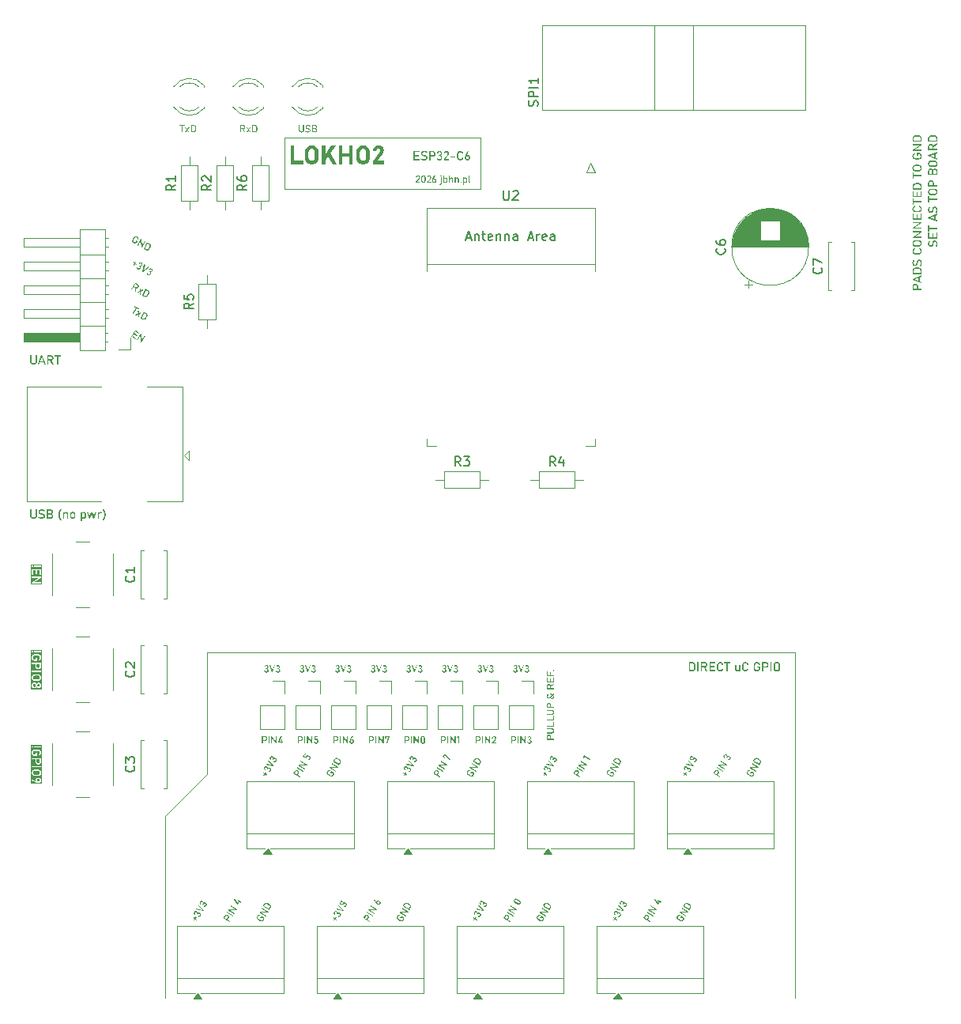
<source format=gbr>
%TF.GenerationSoftware,KiCad,Pcbnew,9.0.7*%
%TF.CreationDate,2026-02-03T14:27:30+01:00*%
%TF.ProjectId,lokho2-esp32c6,6c6f6b68-6f32-42d6-9573-70333263362e,rev?*%
%TF.SameCoordinates,Original*%
%TF.FileFunction,Legend,Top*%
%TF.FilePolarity,Positive*%
%FSLAX46Y46*%
G04 Gerber Fmt 4.6, Leading zero omitted, Abs format (unit mm)*
G04 Created by KiCad (PCBNEW 9.0.7) date 2026-02-03 14:27:30*
%MOMM*%
%LPD*%
G01*
G04 APERTURE LIST*
%ADD10C,0.100000*%
%ADD11C,0.125000*%
%ADD12C,0.400000*%
%ADD13C,0.150000*%
%ADD14C,0.120000*%
G04 APERTURE END LIST*
D10*
X120000000Y-112500000D02*
X183000000Y-112500000D01*
X115500000Y-130000000D02*
X120000000Y-125500000D01*
X183000000Y-112500000D02*
X183000000Y-149500000D01*
X128270000Y-57365000D02*
X149270000Y-57365000D01*
X149270000Y-62865000D01*
X128270000Y-62865000D01*
X128270000Y-57365000D01*
X120000000Y-125500000D02*
X120000000Y-112500000D01*
X115500000Y-149500000D02*
X115500000Y-130000000D01*
D11*
G36*
X133599456Y-121942495D02*
G01*
X133599456Y-121836200D01*
X133853615Y-121836200D01*
X133888338Y-121831860D01*
X133917097Y-121819443D01*
X133941298Y-121798831D01*
X133959250Y-121772157D01*
X133970407Y-121739954D01*
X133974369Y-121700743D01*
X133970382Y-121660808D01*
X133959202Y-121628294D01*
X133941298Y-121601630D01*
X133917094Y-121580989D01*
X133888335Y-121568557D01*
X133853615Y-121564212D01*
X133599456Y-121564212D01*
X133599456Y-121457917D01*
X133849756Y-121457917D01*
X133897066Y-121461475D01*
X133938645Y-121471683D01*
X133975443Y-121488154D01*
X134008560Y-121511012D01*
X134036190Y-121539063D01*
X134058779Y-121572809D01*
X134074987Y-121610158D01*
X134085059Y-121652483D01*
X134088576Y-121700743D01*
X134085069Y-121748641D01*
X134075005Y-121790815D01*
X134058779Y-121828189D01*
X134036184Y-121861888D01*
X134008554Y-121889839D01*
X133975443Y-121912551D01*
X133938663Y-121928857D01*
X133897081Y-121938969D01*
X133849756Y-121942495D01*
X133599456Y-121942495D01*
G37*
G36*
X133542108Y-122252000D02*
G01*
X133542108Y-121457917D01*
X133653580Y-121457917D01*
X133653580Y-122252000D01*
X133542108Y-122252000D01*
G37*
G36*
X134339805Y-121457917D02*
G01*
X134339805Y-122252000D01*
X134228332Y-122252000D01*
X134228332Y-121457917D01*
X134339805Y-121457917D01*
G37*
G36*
X134536274Y-122252000D02*
G01*
X134536274Y-121457917D01*
X134637341Y-121457917D01*
X135025932Y-122072188D01*
X135012791Y-122086403D01*
X135012791Y-121457917D01*
X135123189Y-121457917D01*
X135123189Y-122252000D01*
X135020998Y-122252000D01*
X134633531Y-121647010D01*
X134646671Y-121632795D01*
X134646671Y-122252000D01*
X134536274Y-122252000D01*
G37*
G36*
X135457652Y-121807126D02*
G01*
X135471565Y-121796455D01*
X135499120Y-121786037D01*
X135534396Y-121782272D01*
X135580221Y-121786470D01*
X135618760Y-121798364D01*
X135651439Y-121817484D01*
X135679232Y-121844163D01*
X135700581Y-121876108D01*
X135716609Y-121914904D01*
X135726916Y-121961924D01*
X135730621Y-122018845D01*
X135730621Y-122019383D01*
X135726510Y-122076993D01*
X135715014Y-122124877D01*
X135696985Y-122164725D01*
X135672687Y-122197875D01*
X135641761Y-122224939D01*
X135604980Y-122244613D01*
X135561166Y-122256984D01*
X135508702Y-122261378D01*
X135456515Y-122257030D01*
X135412875Y-122244782D01*
X135376192Y-122225301D01*
X135345304Y-122198510D01*
X135321022Y-122165638D01*
X135303010Y-122126094D01*
X135291526Y-122078542D01*
X135287944Y-122028615D01*
X135398890Y-122028615D01*
X135398890Y-122029152D01*
X135402494Y-122068468D01*
X135412322Y-122098731D01*
X135427565Y-122121965D01*
X135448664Y-122139538D01*
X135475165Y-122150411D01*
X135508702Y-122154302D01*
X135542965Y-122150346D01*
X135569698Y-122139351D01*
X135590670Y-122121672D01*
X135605787Y-122098278D01*
X135615531Y-122067920D01*
X135619100Y-122028615D01*
X135619100Y-122028078D01*
X135615315Y-121984760D01*
X135604997Y-121951303D01*
X135589058Y-121925545D01*
X135566753Y-121905799D01*
X135538748Y-121893674D01*
X135503280Y-121889348D01*
X135471948Y-121893591D01*
X135446751Y-121905662D01*
X135426197Y-121925789D01*
X135411787Y-121951513D01*
X135402363Y-121985075D01*
X135398890Y-122028615D01*
X135287944Y-122028615D01*
X135287418Y-122021288D01*
X135287418Y-122020702D01*
X135290831Y-121968736D01*
X135301584Y-121911623D01*
X135318920Y-121854970D01*
X135342568Y-121800297D01*
X135515297Y-121457917D01*
X135635513Y-121457917D01*
X135457652Y-121807126D01*
G37*
G36*
X148837502Y-121942495D02*
G01*
X148837502Y-121836200D01*
X149091661Y-121836200D01*
X149126384Y-121831860D01*
X149155143Y-121819443D01*
X149179344Y-121798831D01*
X149197296Y-121772157D01*
X149208453Y-121739954D01*
X149212415Y-121700743D01*
X149208428Y-121660808D01*
X149197248Y-121628294D01*
X149179344Y-121601630D01*
X149155140Y-121580989D01*
X149126381Y-121568557D01*
X149091661Y-121564212D01*
X148837502Y-121564212D01*
X148837502Y-121457917D01*
X149087802Y-121457917D01*
X149135112Y-121461475D01*
X149176691Y-121471683D01*
X149213489Y-121488154D01*
X149246606Y-121511012D01*
X149274236Y-121539063D01*
X149296825Y-121572809D01*
X149313033Y-121610158D01*
X149323105Y-121652483D01*
X149326622Y-121700743D01*
X149323115Y-121748641D01*
X149313051Y-121790815D01*
X149296825Y-121828189D01*
X149274230Y-121861888D01*
X149246600Y-121889839D01*
X149213489Y-121912551D01*
X149176709Y-121928857D01*
X149135127Y-121938969D01*
X149087802Y-121942495D01*
X148837502Y-121942495D01*
G37*
G36*
X148780154Y-122252000D02*
G01*
X148780154Y-121457917D01*
X148891626Y-121457917D01*
X148891626Y-122252000D01*
X148780154Y-122252000D01*
G37*
G36*
X149577851Y-121457917D02*
G01*
X149577851Y-122252000D01*
X149466378Y-122252000D01*
X149466378Y-121457917D01*
X149577851Y-121457917D01*
G37*
G36*
X149774320Y-122252000D02*
G01*
X149774320Y-121457917D01*
X149875387Y-121457917D01*
X150263978Y-122072188D01*
X150250837Y-122086403D01*
X150250837Y-121457917D01*
X150361235Y-121457917D01*
X150361235Y-122252000D01*
X150259044Y-122252000D01*
X149871577Y-121647010D01*
X149884717Y-121632795D01*
X149884717Y-122252000D01*
X149774320Y-122252000D01*
G37*
G36*
X150529812Y-122252000D02*
G01*
X150529812Y-122155035D01*
X150806881Y-121785496D01*
X150828455Y-121752900D01*
X150844299Y-121719941D01*
X150854534Y-121686218D01*
X150857732Y-121655949D01*
X150857732Y-121654875D01*
X150854353Y-121624339D01*
X150844941Y-121600225D01*
X150829839Y-121581064D01*
X150809720Y-121567029D01*
X150783862Y-121558086D01*
X150750607Y-121554833D01*
X150719671Y-121558211D01*
X150693897Y-121567820D01*
X150672156Y-121583507D01*
X150655115Y-121604389D01*
X150642721Y-121630964D01*
X150635276Y-121664595D01*
X150635276Y-121665133D01*
X150519993Y-121665133D01*
X150519993Y-121664595D01*
X150530879Y-121613736D01*
X150547194Y-121570977D01*
X150568523Y-121535097D01*
X150594829Y-121505154D01*
X150626463Y-121480745D01*
X150662217Y-121463189D01*
X150702875Y-121452328D01*
X150749484Y-121448538D01*
X150803164Y-121452388D01*
X150847637Y-121463139D01*
X150884517Y-121479980D01*
X150915080Y-121502662D01*
X150939967Y-121531500D01*
X150958089Y-121565825D01*
X150969497Y-121606741D01*
X150973552Y-121655754D01*
X150973552Y-121656340D01*
X150969353Y-121698592D01*
X150956064Y-121744658D01*
X150935342Y-121789492D01*
X150907460Y-121832928D01*
X150677383Y-122145705D01*
X150977948Y-122145705D01*
X150977948Y-122252000D01*
X150529812Y-122252000D01*
G37*
G36*
X163194382Y-125400736D02*
G01*
X163332086Y-125162225D01*
X163452526Y-125231761D01*
X163501594Y-125264827D01*
X163540680Y-125300960D01*
X163570999Y-125340266D01*
X163593908Y-125384059D01*
X163607645Y-125429149D01*
X163612624Y-125476263D01*
X163608615Y-125523501D01*
X163595178Y-125571672D01*
X163571382Y-125621556D01*
X163540056Y-125667657D01*
X163505408Y-125704251D01*
X163467292Y-125732480D01*
X163424814Y-125753246D01*
X163380414Y-125765259D01*
X163333324Y-125768735D01*
X163286238Y-125763569D01*
X163238113Y-125749410D01*
X163188247Y-125725361D01*
X162985145Y-125608100D01*
X162936160Y-125575083D01*
X162897229Y-125539054D01*
X162867113Y-125499906D01*
X162844402Y-125456213D01*
X162830795Y-125411181D01*
X162825893Y-125364086D01*
X162829917Y-125316820D01*
X162843362Y-125268635D01*
X162867159Y-125218752D01*
X162892835Y-125181018D01*
X162922348Y-125149619D01*
X162955903Y-125123954D01*
X162993146Y-125103873D01*
X163032763Y-125089945D01*
X163075239Y-125082073D01*
X163118433Y-125080703D01*
X163162755Y-125086070D01*
X163208712Y-125098554D01*
X163148311Y-125203172D01*
X163107724Y-125195778D01*
X163070956Y-125197443D01*
X163036848Y-125207577D01*
X163005486Y-125224984D01*
X162980558Y-125246725D01*
X162961244Y-125273071D01*
X162946069Y-125306180D01*
X162938868Y-125338233D01*
X162938974Y-125369962D01*
X162946406Y-125402134D01*
X162966152Y-125441526D01*
X162997363Y-125477041D01*
X163042207Y-125509168D01*
X163245393Y-125626478D01*
X163291351Y-125646702D01*
X163334416Y-125653752D01*
X163376143Y-125648945D01*
X163414908Y-125632979D01*
X163448363Y-125606327D01*
X163477298Y-125567236D01*
X163495967Y-125523353D01*
X163501235Y-125481298D01*
X163494033Y-125439381D01*
X163475297Y-125400810D01*
X163443900Y-125365047D01*
X163397030Y-125331596D01*
X163367036Y-125314280D01*
X163286436Y-125453883D01*
X163194382Y-125400736D01*
G37*
G36*
X163787810Y-125229498D02*
G01*
X163100114Y-124832456D01*
X163150648Y-124744929D01*
X163876917Y-124715535D01*
X163882658Y-124734023D01*
X163338373Y-124419780D01*
X163393572Y-124324173D01*
X164081267Y-124721214D01*
X164030172Y-124809714D01*
X163312502Y-124842775D01*
X163306762Y-124824288D01*
X163843009Y-125133890D01*
X163787810Y-125229498D01*
G37*
G36*
X164217482Y-124485284D02*
G01*
X164125428Y-124432137D01*
X164215309Y-124276457D01*
X164234533Y-124236716D01*
X164245017Y-124200530D01*
X164247977Y-124167085D01*
X164244075Y-124135581D01*
X164233374Y-124105658D01*
X164215912Y-124078263D01*
X164190902Y-124052917D01*
X164156995Y-124029464D01*
X163954781Y-123912716D01*
X163917516Y-123895078D01*
X163883068Y-123886097D01*
X163850628Y-123884681D01*
X163819384Y-123890386D01*
X163790128Y-123902750D01*
X163762631Y-123922029D01*
X163736527Y-123949196D01*
X163711721Y-123985711D01*
X163621840Y-124141390D01*
X163529786Y-124088243D01*
X163618031Y-123935398D01*
X163658701Y-123875520D01*
X163701442Y-123831026D01*
X163746411Y-123799504D01*
X163794206Y-123779340D01*
X163845314Y-123770062D01*
X163898364Y-123772411D01*
X163954675Y-123787109D01*
X164015566Y-123815934D01*
X164210418Y-123928432D01*
X164259569Y-123961720D01*
X164297530Y-123997563D01*
X164325835Y-124036075D01*
X164345990Y-124079084D01*
X164356821Y-124124789D01*
X164358363Y-124174152D01*
X164350835Y-124223310D01*
X164333664Y-124275940D01*
X164305458Y-124332904D01*
X164217482Y-124485284D01*
G37*
G36*
X164179771Y-124550601D02*
G01*
X163492075Y-124153560D01*
X163547811Y-124057022D01*
X164235507Y-124454063D01*
X164179771Y-124550601D01*
G37*
G36*
X156057668Y-125656289D02*
G01*
X156279563Y-125271956D01*
X156371617Y-125325103D01*
X156149722Y-125709436D01*
X156057668Y-125656289D01*
G37*
G36*
X156050293Y-125331422D02*
G01*
X156434753Y-125553390D01*
X156378992Y-125649970D01*
X155994533Y-125428002D01*
X156050293Y-125331422D01*
G37*
G36*
X156829906Y-125175342D02*
G01*
X156805275Y-125212247D01*
X156778639Y-125241899D01*
X156749952Y-125265174D01*
X156717885Y-125283198D01*
X156684217Y-125294835D01*
X156648441Y-125300312D01*
X156612112Y-125299561D01*
X156573516Y-125292524D01*
X156532072Y-125278533D01*
X156588907Y-125180092D01*
X156621429Y-125189121D01*
X156649490Y-125189664D01*
X156674448Y-125182775D01*
X156697061Y-125169309D01*
X156717915Y-125149389D01*
X156737176Y-125121804D01*
X156751862Y-125089113D01*
X156757184Y-125059826D01*
X156754471Y-125032741D01*
X156744076Y-125007634D01*
X156725690Y-124985062D01*
X156697656Y-124964573D01*
X156676800Y-124952532D01*
X156641369Y-124936251D01*
X156610319Y-124929764D01*
X156582362Y-124931456D01*
X156556378Y-124941059D01*
X156533502Y-124958766D01*
X156513161Y-124986152D01*
X156485000Y-125034928D01*
X156392946Y-124981781D01*
X156421107Y-124933005D01*
X156433223Y-124905230D01*
X156436863Y-124880045D01*
X156433064Y-124856315D01*
X156422437Y-124834505D01*
X156404424Y-124814093D01*
X156377317Y-124794798D01*
X156355911Y-124782439D01*
X156327969Y-124770114D01*
X156302742Y-124766115D01*
X156279135Y-124769362D01*
X156257414Y-124779357D01*
X156237275Y-124796668D01*
X156218404Y-124822968D01*
X156207221Y-124847896D01*
X156202395Y-124872263D01*
X156203473Y-124896700D01*
X156210634Y-124920011D01*
X156225210Y-124944015D01*
X156248883Y-124969282D01*
X156192316Y-125067259D01*
X156155999Y-125032682D01*
X156128880Y-124997707D01*
X156109797Y-124962074D01*
X156097974Y-124925361D01*
X156093207Y-124886981D01*
X156096004Y-124848658D01*
X156106576Y-124809692D01*
X156125673Y-124769430D01*
X156154660Y-124726887D01*
X156185273Y-124695314D01*
X156217635Y-124673000D01*
X156252198Y-124658823D01*
X156289050Y-124652528D01*
X156327460Y-124654546D01*
X156368376Y-124665446D01*
X156412747Y-124686536D01*
X156424127Y-124693107D01*
X156455842Y-124715708D01*
X156480186Y-124742203D01*
X156497987Y-124772978D01*
X156508837Y-124806882D01*
X156512514Y-124843738D01*
X156508585Y-124884462D01*
X156540639Y-124855900D01*
X156575547Y-124837740D01*
X156614246Y-124829044D01*
X156654244Y-124829813D01*
X156696587Y-124840227D01*
X156742351Y-124861661D01*
X156753731Y-124868231D01*
X156796633Y-124897796D01*
X156828336Y-124929578D01*
X156850548Y-124963751D01*
X156864298Y-125000881D01*
X156869601Y-125040062D01*
X156866280Y-125081525D01*
X156853550Y-125126279D01*
X156829906Y-125175342D01*
G37*
G36*
X157111602Y-124668672D02*
G01*
X156294385Y-124495970D01*
X156355030Y-124390928D01*
X156989573Y-124537018D01*
X156545760Y-124060576D01*
X156606430Y-123955492D01*
X157164603Y-124576872D01*
X157111602Y-124668672D01*
G37*
G36*
X157454386Y-124093711D02*
G01*
X157429755Y-124130616D01*
X157403120Y-124160268D01*
X157374432Y-124183543D01*
X157342365Y-124201567D01*
X157308697Y-124213203D01*
X157272921Y-124218681D01*
X157236592Y-124217930D01*
X157197996Y-124210893D01*
X157156552Y-124196902D01*
X157213388Y-124098460D01*
X157245909Y-124107490D01*
X157273970Y-124108033D01*
X157298928Y-124101144D01*
X157321542Y-124087678D01*
X157342395Y-124067757D01*
X157361656Y-124040173D01*
X157376342Y-124007482D01*
X157381664Y-123978194D01*
X157378951Y-123951110D01*
X157368556Y-123926002D01*
X157350170Y-123903431D01*
X157322136Y-123882942D01*
X157301280Y-123870901D01*
X157265849Y-123854620D01*
X157234799Y-123848133D01*
X157206842Y-123849825D01*
X157180858Y-123859428D01*
X157157983Y-123877134D01*
X157137641Y-123904520D01*
X157109480Y-123953297D01*
X157017426Y-123900150D01*
X157045588Y-123851373D01*
X157057704Y-123823599D01*
X157061343Y-123798414D01*
X157057544Y-123774683D01*
X157046917Y-123752874D01*
X157028904Y-123732462D01*
X157001797Y-123713167D01*
X156980391Y-123700808D01*
X156952449Y-123688483D01*
X156927222Y-123684484D01*
X156903615Y-123687730D01*
X156881894Y-123697726D01*
X156861756Y-123715036D01*
X156842884Y-123741336D01*
X156831701Y-123766265D01*
X156826875Y-123790632D01*
X156827953Y-123815068D01*
X156835114Y-123838379D01*
X156849690Y-123862384D01*
X156873363Y-123887651D01*
X156816797Y-123985627D01*
X156780479Y-123951051D01*
X156753360Y-123916076D01*
X156734277Y-123880443D01*
X156722454Y-123843730D01*
X156717687Y-123805350D01*
X156720484Y-123767026D01*
X156731056Y-123728061D01*
X156750153Y-123687798D01*
X156779140Y-123645255D01*
X156809753Y-123613683D01*
X156842115Y-123591369D01*
X156876678Y-123577192D01*
X156913530Y-123570897D01*
X156951940Y-123572915D01*
X156992856Y-123583814D01*
X157037227Y-123604905D01*
X157048607Y-123611475D01*
X157080323Y-123634077D01*
X157104666Y-123660572D01*
X157122468Y-123691347D01*
X157133317Y-123725251D01*
X157136994Y-123762107D01*
X157133065Y-123802830D01*
X157165120Y-123774269D01*
X157200027Y-123756109D01*
X157238726Y-123747413D01*
X157278724Y-123748182D01*
X157321067Y-123758596D01*
X157366831Y-123780029D01*
X157378211Y-123786599D01*
X157421113Y-123816165D01*
X157452816Y-123847946D01*
X157475028Y-123882119D01*
X157488778Y-123919250D01*
X157494081Y-123958430D01*
X157490760Y-123999894D01*
X157478030Y-124044648D01*
X157454386Y-124093711D01*
G37*
G36*
X133987166Y-114641378D02*
G01*
X133942890Y-114638499D01*
X133903892Y-114630259D01*
X133869392Y-114617052D01*
X133837749Y-114598293D01*
X133810838Y-114574954D01*
X133788206Y-114546710D01*
X133770692Y-114514873D01*
X133757488Y-114477929D01*
X133748883Y-114435042D01*
X133862554Y-114435042D01*
X133870994Y-114467721D01*
X133884555Y-114492294D01*
X133903000Y-114510464D01*
X133925968Y-114523315D01*
X133953647Y-114531414D01*
X133987166Y-114534302D01*
X134022821Y-114530675D01*
X134050845Y-114520641D01*
X134072944Y-114504749D01*
X134089491Y-114483193D01*
X134099846Y-114455984D01*
X134103572Y-114421462D01*
X134103572Y-114397380D01*
X134099956Y-114358554D01*
X134090050Y-114328421D01*
X134074605Y-114305056D01*
X134053297Y-114287354D01*
X134026525Y-114276397D01*
X133992637Y-114272474D01*
X133936315Y-114272474D01*
X133936315Y-114166180D01*
X133992637Y-114166180D01*
X134022749Y-114162785D01*
X134046379Y-114153345D01*
X134065031Y-114138189D01*
X134078605Y-114118081D01*
X134087276Y-114092276D01*
X134090432Y-114059152D01*
X134090432Y-114034435D01*
X134087136Y-114004074D01*
X134077985Y-113980227D01*
X134063370Y-113961406D01*
X134043853Y-113947593D01*
X134018792Y-113938808D01*
X133986580Y-113935614D01*
X133959400Y-113938394D01*
X133935885Y-113946398D01*
X133915261Y-113959550D01*
X133898654Y-113977407D01*
X133885153Y-114002032D01*
X133875108Y-114035168D01*
X133761974Y-114035168D01*
X133773760Y-113986428D01*
X133790490Y-113945455D01*
X133811807Y-113911111D01*
X133837690Y-113882516D01*
X133868545Y-113859198D01*
X133903132Y-113842458D01*
X133942163Y-113832131D01*
X133986580Y-113828538D01*
X134037917Y-113832370D01*
X134080566Y-113843096D01*
X134116072Y-113859965D01*
X134145631Y-113882809D01*
X134169508Y-113911576D01*
X134186966Y-113945849D01*
X134197985Y-113986733D01*
X134201905Y-114035705D01*
X134201905Y-114048845D01*
X134198189Y-114087613D01*
X134187415Y-114121943D01*
X134169665Y-114152746D01*
X134145727Y-114179094D01*
X134115648Y-114200706D01*
X134078415Y-114217666D01*
X134119178Y-114231145D01*
X134152358Y-114252296D01*
X134179239Y-114281462D01*
X134198572Y-114316486D01*
X134210724Y-114358363D01*
X134215045Y-114408713D01*
X134215045Y-114421853D01*
X134210892Y-114473790D01*
X134199219Y-114517136D01*
X134180731Y-114553459D01*
X134155450Y-114583933D01*
X134124170Y-114608115D01*
X134086601Y-114625971D01*
X134041478Y-114637323D01*
X133987166Y-114641378D01*
G37*
G36*
X134566803Y-114632000D02*
G01*
X134307759Y-113837917D01*
X134429050Y-113837917D01*
X134619804Y-114460492D01*
X134810509Y-113837917D01*
X134931849Y-113837917D01*
X134672805Y-114632000D01*
X134566803Y-114632000D01*
G37*
G36*
X135236127Y-114641378D02*
G01*
X135191850Y-114638499D01*
X135152853Y-114630259D01*
X135118353Y-114617052D01*
X135086709Y-114598293D01*
X135059798Y-114574954D01*
X135037166Y-114546710D01*
X135019653Y-114514873D01*
X135006448Y-114477929D01*
X134997843Y-114435042D01*
X135111514Y-114435042D01*
X135119955Y-114467721D01*
X135133515Y-114492294D01*
X135151960Y-114510464D01*
X135174929Y-114523315D01*
X135202607Y-114531414D01*
X135236127Y-114534302D01*
X135271781Y-114530675D01*
X135299805Y-114520641D01*
X135321905Y-114504749D01*
X135338451Y-114483193D01*
X135348806Y-114455984D01*
X135352533Y-114421462D01*
X135352533Y-114397380D01*
X135348917Y-114358554D01*
X135339010Y-114328421D01*
X135323565Y-114305056D01*
X135302257Y-114287354D01*
X135275485Y-114276397D01*
X135241598Y-114272474D01*
X135185275Y-114272474D01*
X135185275Y-114166180D01*
X135241598Y-114166180D01*
X135271709Y-114162785D01*
X135295340Y-114153345D01*
X135313991Y-114138189D01*
X135327565Y-114118081D01*
X135336236Y-114092276D01*
X135339392Y-114059152D01*
X135339392Y-114034435D01*
X135336096Y-114004074D01*
X135326945Y-113980227D01*
X135312330Y-113961406D01*
X135292813Y-113947593D01*
X135267753Y-113938808D01*
X135235540Y-113935614D01*
X135208360Y-113938394D01*
X135184845Y-113946398D01*
X135164221Y-113959550D01*
X135147614Y-113977407D01*
X135134113Y-114002032D01*
X135124068Y-114035168D01*
X135010935Y-114035168D01*
X135022720Y-113986428D01*
X135039450Y-113945455D01*
X135060767Y-113911111D01*
X135086650Y-113882516D01*
X135117505Y-113859198D01*
X135152092Y-113842458D01*
X135191123Y-113832131D01*
X135235540Y-113828538D01*
X135286877Y-113832370D01*
X135329526Y-113843096D01*
X135365032Y-113859965D01*
X135394591Y-113882809D01*
X135418468Y-113911576D01*
X135435926Y-113945849D01*
X135446945Y-113986733D01*
X135450865Y-114035705D01*
X135450865Y-114048845D01*
X135447149Y-114087613D01*
X135436375Y-114121943D01*
X135418625Y-114152746D01*
X135394687Y-114179094D01*
X135364608Y-114200706D01*
X135327376Y-114217666D01*
X135368138Y-114231145D01*
X135401319Y-114252296D01*
X135428199Y-114281462D01*
X135447532Y-114316486D01*
X135459684Y-114358363D01*
X135464005Y-114408713D01*
X135464005Y-114421853D01*
X135459852Y-114473790D01*
X135448180Y-114517136D01*
X135429691Y-114553459D01*
X135404410Y-114583933D01*
X135373130Y-114608115D01*
X135335562Y-114625971D01*
X135290438Y-114637323D01*
X135236127Y-114641378D01*
G37*
G36*
X125948193Y-121942495D02*
G01*
X125948193Y-121836200D01*
X126202352Y-121836200D01*
X126237075Y-121831860D01*
X126265834Y-121819443D01*
X126290035Y-121798831D01*
X126307987Y-121772157D01*
X126319144Y-121739954D01*
X126323106Y-121700743D01*
X126319119Y-121660808D01*
X126307939Y-121628294D01*
X126290035Y-121601630D01*
X126265831Y-121580989D01*
X126237072Y-121568557D01*
X126202352Y-121564212D01*
X125948193Y-121564212D01*
X125948193Y-121457917D01*
X126198493Y-121457917D01*
X126245803Y-121461475D01*
X126287382Y-121471683D01*
X126324180Y-121488154D01*
X126357297Y-121511012D01*
X126384927Y-121539063D01*
X126407516Y-121572809D01*
X126423724Y-121610158D01*
X126433796Y-121652483D01*
X126437313Y-121700743D01*
X126433806Y-121748641D01*
X126423742Y-121790815D01*
X126407516Y-121828189D01*
X126384921Y-121861888D01*
X126357291Y-121889839D01*
X126324180Y-121912551D01*
X126287400Y-121928857D01*
X126245818Y-121938969D01*
X126198493Y-121942495D01*
X125948193Y-121942495D01*
G37*
G36*
X125890845Y-122252000D02*
G01*
X125890845Y-121457917D01*
X126002317Y-121457917D01*
X126002317Y-122252000D01*
X125890845Y-122252000D01*
G37*
G36*
X126688542Y-121457917D02*
G01*
X126688542Y-122252000D01*
X126577069Y-122252000D01*
X126577069Y-121457917D01*
X126688542Y-121457917D01*
G37*
G36*
X126885011Y-122252000D02*
G01*
X126885011Y-121457917D01*
X126986078Y-121457917D01*
X127374669Y-122072188D01*
X127361528Y-122086403D01*
X127361528Y-121457917D01*
X127471926Y-121457917D01*
X127471926Y-122252000D01*
X127369735Y-122252000D01*
X126982268Y-121647010D01*
X126995408Y-121632795D01*
X126995408Y-122252000D01*
X126885011Y-122252000D01*
G37*
G36*
X127641577Y-122129292D02*
G01*
X127641577Y-122032669D01*
X127908290Y-121457917D01*
X128023036Y-121457917D01*
X127762917Y-122026124D01*
X128152582Y-122026124D01*
X128152582Y-122129292D01*
X127641577Y-122129292D01*
G37*
G36*
X127984250Y-122252000D02*
G01*
X127984250Y-121783053D01*
X128092987Y-121783053D01*
X128092987Y-122252000D01*
X127984250Y-122252000D01*
G37*
G36*
X137192046Y-141142382D02*
G01*
X137099992Y-141089235D01*
X137227072Y-140869126D01*
X137240674Y-140836884D01*
X137244301Y-140805770D01*
X137238551Y-140774506D01*
X137224426Y-140745622D01*
X137202116Y-140719858D01*
X137170139Y-140696822D01*
X137133561Y-140680306D01*
X137099813Y-140673732D01*
X137067769Y-140675905D01*
X137037791Y-140686546D01*
X137012646Y-140705236D01*
X136991522Y-140733132D01*
X136864443Y-140953240D01*
X136772389Y-140900093D01*
X136897539Y-140683327D01*
X136924276Y-140644134D01*
X136953906Y-140613229D01*
X136986569Y-140589597D01*
X137022922Y-140572346D01*
X137061030Y-140562443D01*
X137101550Y-140559753D01*
X137142000Y-140564391D01*
X137183690Y-140576831D01*
X137227243Y-140597915D01*
X137266970Y-140624902D01*
X137298462Y-140654704D01*
X137322716Y-140687443D01*
X137340602Y-140723861D01*
X137350994Y-140761764D01*
X137354107Y-140801795D01*
X137349838Y-140841801D01*
X137337805Y-140882867D01*
X137317196Y-140925616D01*
X137192046Y-141142382D01*
G37*
G36*
X137431411Y-141346799D02*
G01*
X136743715Y-140949758D01*
X136799451Y-140853220D01*
X137487147Y-141250261D01*
X137431411Y-141346799D01*
G37*
G36*
X137142564Y-140258932D02*
G01*
X137830259Y-140655973D01*
X137774523Y-140752511D01*
X137086827Y-140355470D01*
X137142564Y-140258932D01*
G37*
G36*
X137928494Y-140485826D02*
G01*
X137240798Y-140088785D01*
X137291332Y-140001258D01*
X138017601Y-139971864D01*
X138023342Y-139990351D01*
X137479057Y-139676108D01*
X137534256Y-139580501D01*
X138221951Y-139977542D01*
X138170856Y-140066042D01*
X137453186Y-140099104D01*
X137447446Y-140080616D01*
X137983692Y-140390219D01*
X137928494Y-140485826D01*
G37*
G36*
X138153974Y-139205535D02*
G01*
X138151689Y-139188152D01*
X138156444Y-139159079D01*
X138170822Y-139126646D01*
X138197370Y-139089060D01*
X138226940Y-139061631D01*
X138259838Y-139042890D01*
X138296839Y-139032160D01*
X138335178Y-139029644D01*
X138376791Y-139035162D01*
X138422665Y-139049745D01*
X138473813Y-139074997D01*
X138474278Y-139075266D01*
X138522115Y-139107632D01*
X138557836Y-139141529D01*
X138583331Y-139177067D01*
X138599890Y-139214685D01*
X138607865Y-139255000D01*
X138606513Y-139296689D01*
X138595320Y-139340819D01*
X138572893Y-139388451D01*
X138543033Y-139431473D01*
X138510606Y-139463142D01*
X138475394Y-139485169D01*
X138436748Y-139498524D01*
X138396139Y-139503117D01*
X138352888Y-139498944D01*
X138305964Y-139485113D01*
X138254326Y-139460043D01*
X138253819Y-139459750D01*
X138210521Y-139430812D01*
X138166437Y-139392943D01*
X138126042Y-139349604D01*
X138090518Y-139301787D01*
X138065923Y-139264244D01*
X138233858Y-139264244D01*
X138241011Y-139292108D01*
X138256084Y-139317449D01*
X138280438Y-139342392D01*
X138316408Y-139367169D01*
X138316874Y-139367438D01*
X138352724Y-139383975D01*
X138383846Y-139390595D01*
X138411588Y-139389011D01*
X138437357Y-139379525D01*
X138460023Y-139362011D01*
X138480162Y-139334913D01*
X138493867Y-139303262D01*
X138497713Y-139274614D01*
X138492887Y-139247612D01*
X138480186Y-139222823D01*
X138458768Y-139199205D01*
X138426513Y-139176462D01*
X138426048Y-139176194D01*
X138386641Y-139157813D01*
X138352507Y-139150020D01*
X138322230Y-139150944D01*
X138293977Y-139160388D01*
X138269475Y-139178579D01*
X138247994Y-139207132D01*
X138236002Y-139236388D01*
X138233858Y-139264244D01*
X138065923Y-139264244D01*
X137880372Y-138981010D01*
X137940481Y-138876899D01*
X138153974Y-139205535D01*
G37*
G36*
X137414927Y-121942495D02*
G01*
X137414927Y-121836200D01*
X137669086Y-121836200D01*
X137703809Y-121831860D01*
X137732568Y-121819443D01*
X137756769Y-121798831D01*
X137774721Y-121772157D01*
X137785878Y-121739954D01*
X137789840Y-121700743D01*
X137785853Y-121660808D01*
X137774673Y-121628294D01*
X137756769Y-121601630D01*
X137732565Y-121580989D01*
X137703806Y-121568557D01*
X137669086Y-121564212D01*
X137414927Y-121564212D01*
X137414927Y-121457917D01*
X137665227Y-121457917D01*
X137712537Y-121461475D01*
X137754116Y-121471683D01*
X137790914Y-121488154D01*
X137824031Y-121511012D01*
X137851661Y-121539063D01*
X137874250Y-121572809D01*
X137890458Y-121610158D01*
X137900530Y-121652483D01*
X137904047Y-121700743D01*
X137900540Y-121748641D01*
X137890476Y-121790815D01*
X137874250Y-121828189D01*
X137851655Y-121861888D01*
X137824025Y-121889839D01*
X137790914Y-121912551D01*
X137754134Y-121928857D01*
X137712552Y-121938969D01*
X137665227Y-121942495D01*
X137414927Y-121942495D01*
G37*
G36*
X137357579Y-122252000D02*
G01*
X137357579Y-121457917D01*
X137469051Y-121457917D01*
X137469051Y-122252000D01*
X137357579Y-122252000D01*
G37*
G36*
X138155276Y-121457917D02*
G01*
X138155276Y-122252000D01*
X138043803Y-122252000D01*
X138043803Y-121457917D01*
X138155276Y-121457917D01*
G37*
G36*
X138351745Y-122252000D02*
G01*
X138351745Y-121457917D01*
X138452812Y-121457917D01*
X138841403Y-122072188D01*
X138828262Y-122086403D01*
X138828262Y-121457917D01*
X138938660Y-121457917D01*
X138938660Y-122252000D01*
X138836469Y-122252000D01*
X138449002Y-121647010D01*
X138462142Y-121632795D01*
X138462142Y-122252000D01*
X138351745Y-122252000D01*
G37*
G36*
X139529679Y-121457917D02*
G01*
X139529679Y-121557617D01*
X139324173Y-122252000D01*
X139205618Y-122252000D01*
X139411075Y-121564212D01*
X139208890Y-121564212D01*
X139208890Y-121679885D01*
X139097418Y-121679885D01*
X139097418Y-121457917D01*
X139529679Y-121457917D01*
G37*
G36*
X153037166Y-114641378D02*
G01*
X152992890Y-114638499D01*
X152953892Y-114630259D01*
X152919392Y-114617052D01*
X152887749Y-114598293D01*
X152860838Y-114574954D01*
X152838206Y-114546710D01*
X152820692Y-114514873D01*
X152807488Y-114477929D01*
X152798883Y-114435042D01*
X152912554Y-114435042D01*
X152920994Y-114467721D01*
X152934555Y-114492294D01*
X152953000Y-114510464D01*
X152975968Y-114523315D01*
X153003647Y-114531414D01*
X153037166Y-114534302D01*
X153072821Y-114530675D01*
X153100845Y-114520641D01*
X153122944Y-114504749D01*
X153139491Y-114483193D01*
X153149846Y-114455984D01*
X153153572Y-114421462D01*
X153153572Y-114397380D01*
X153149956Y-114358554D01*
X153140050Y-114328421D01*
X153124605Y-114305056D01*
X153103297Y-114287354D01*
X153076525Y-114276397D01*
X153042637Y-114272474D01*
X152986315Y-114272474D01*
X152986315Y-114166180D01*
X153042637Y-114166180D01*
X153072749Y-114162785D01*
X153096379Y-114153345D01*
X153115031Y-114138189D01*
X153128605Y-114118081D01*
X153137276Y-114092276D01*
X153140432Y-114059152D01*
X153140432Y-114034435D01*
X153137136Y-114004074D01*
X153127985Y-113980227D01*
X153113370Y-113961406D01*
X153093853Y-113947593D01*
X153068792Y-113938808D01*
X153036580Y-113935614D01*
X153009400Y-113938394D01*
X152985885Y-113946398D01*
X152965261Y-113959550D01*
X152948654Y-113977407D01*
X152935153Y-114002032D01*
X152925108Y-114035168D01*
X152811974Y-114035168D01*
X152823760Y-113986428D01*
X152840490Y-113945455D01*
X152861807Y-113911111D01*
X152887690Y-113882516D01*
X152918545Y-113859198D01*
X152953132Y-113842458D01*
X152992163Y-113832131D01*
X153036580Y-113828538D01*
X153087917Y-113832370D01*
X153130566Y-113843096D01*
X153166072Y-113859965D01*
X153195631Y-113882809D01*
X153219508Y-113911576D01*
X153236966Y-113945849D01*
X153247985Y-113986733D01*
X153251905Y-114035705D01*
X153251905Y-114048845D01*
X153248189Y-114087613D01*
X153237415Y-114121943D01*
X153219665Y-114152746D01*
X153195727Y-114179094D01*
X153165648Y-114200706D01*
X153128415Y-114217666D01*
X153169178Y-114231145D01*
X153202358Y-114252296D01*
X153229239Y-114281462D01*
X153248572Y-114316486D01*
X153260724Y-114358363D01*
X153265045Y-114408713D01*
X153265045Y-114421853D01*
X153260892Y-114473790D01*
X153249219Y-114517136D01*
X153230731Y-114553459D01*
X153205450Y-114583933D01*
X153174170Y-114608115D01*
X153136601Y-114625971D01*
X153091478Y-114637323D01*
X153037166Y-114641378D01*
G37*
G36*
X153616803Y-114632000D02*
G01*
X153357759Y-113837917D01*
X153479050Y-113837917D01*
X153669804Y-114460492D01*
X153860509Y-113837917D01*
X153981849Y-113837917D01*
X153722805Y-114632000D01*
X153616803Y-114632000D01*
G37*
G36*
X154286127Y-114641378D02*
G01*
X154241850Y-114638499D01*
X154202853Y-114630259D01*
X154168353Y-114617052D01*
X154136709Y-114598293D01*
X154109798Y-114574954D01*
X154087166Y-114546710D01*
X154069653Y-114514873D01*
X154056448Y-114477929D01*
X154047843Y-114435042D01*
X154161514Y-114435042D01*
X154169955Y-114467721D01*
X154183515Y-114492294D01*
X154201960Y-114510464D01*
X154224929Y-114523315D01*
X154252607Y-114531414D01*
X154286127Y-114534302D01*
X154321781Y-114530675D01*
X154349805Y-114520641D01*
X154371905Y-114504749D01*
X154388451Y-114483193D01*
X154398806Y-114455984D01*
X154402533Y-114421462D01*
X154402533Y-114397380D01*
X154398917Y-114358554D01*
X154389010Y-114328421D01*
X154373565Y-114305056D01*
X154352257Y-114287354D01*
X154325485Y-114276397D01*
X154291598Y-114272474D01*
X154235275Y-114272474D01*
X154235275Y-114166180D01*
X154291598Y-114166180D01*
X154321709Y-114162785D01*
X154345340Y-114153345D01*
X154363991Y-114138189D01*
X154377565Y-114118081D01*
X154386236Y-114092276D01*
X154389392Y-114059152D01*
X154389392Y-114034435D01*
X154386096Y-114004074D01*
X154376945Y-113980227D01*
X154362330Y-113961406D01*
X154342813Y-113947593D01*
X154317753Y-113938808D01*
X154285540Y-113935614D01*
X154258360Y-113938394D01*
X154234845Y-113946398D01*
X154214221Y-113959550D01*
X154197614Y-113977407D01*
X154184113Y-114002032D01*
X154174068Y-114035168D01*
X154060935Y-114035168D01*
X154072720Y-113986428D01*
X154089450Y-113945455D01*
X154110767Y-113911111D01*
X154136650Y-113882516D01*
X154167505Y-113859198D01*
X154202092Y-113842458D01*
X154241123Y-113832131D01*
X154285540Y-113828538D01*
X154336877Y-113832370D01*
X154379526Y-113843096D01*
X154415032Y-113859965D01*
X154444591Y-113882809D01*
X154468468Y-113911576D01*
X154485926Y-113945849D01*
X154496945Y-113986733D01*
X154500865Y-114035705D01*
X154500865Y-114048845D01*
X154497149Y-114087613D01*
X154486375Y-114121943D01*
X154468625Y-114152746D01*
X154444687Y-114179094D01*
X154414608Y-114200706D01*
X154377376Y-114217666D01*
X154418138Y-114231145D01*
X154451319Y-114252296D01*
X154478199Y-114281462D01*
X154497532Y-114316486D01*
X154509684Y-114358363D01*
X154514005Y-114408713D01*
X154514005Y-114421853D01*
X154509852Y-114473790D01*
X154498180Y-114517136D01*
X154479691Y-114553459D01*
X154454410Y-114583933D01*
X154423130Y-114608115D01*
X154385562Y-114625971D01*
X154340438Y-114637323D01*
X154286127Y-114641378D01*
G37*
G36*
X125694382Y-140900736D02*
G01*
X125832086Y-140662225D01*
X125952526Y-140731761D01*
X126001594Y-140764827D01*
X126040680Y-140800960D01*
X126070999Y-140840266D01*
X126093908Y-140884059D01*
X126107645Y-140929149D01*
X126112624Y-140976263D01*
X126108615Y-141023501D01*
X126095178Y-141071672D01*
X126071382Y-141121556D01*
X126040056Y-141167657D01*
X126005408Y-141204251D01*
X125967292Y-141232480D01*
X125924814Y-141253246D01*
X125880414Y-141265259D01*
X125833324Y-141268735D01*
X125786238Y-141263569D01*
X125738113Y-141249410D01*
X125688247Y-141225361D01*
X125485145Y-141108100D01*
X125436160Y-141075083D01*
X125397229Y-141039054D01*
X125367113Y-140999906D01*
X125344402Y-140956213D01*
X125330795Y-140911181D01*
X125325893Y-140864086D01*
X125329917Y-140816820D01*
X125343362Y-140768635D01*
X125367159Y-140718752D01*
X125392835Y-140681018D01*
X125422348Y-140649619D01*
X125455903Y-140623954D01*
X125493146Y-140603873D01*
X125532763Y-140589945D01*
X125575239Y-140582073D01*
X125618433Y-140580703D01*
X125662755Y-140586070D01*
X125708712Y-140598554D01*
X125648311Y-140703172D01*
X125607724Y-140695778D01*
X125570956Y-140697443D01*
X125536848Y-140707577D01*
X125505486Y-140724984D01*
X125480558Y-140746725D01*
X125461244Y-140773071D01*
X125446069Y-140806180D01*
X125438868Y-140838233D01*
X125438974Y-140869962D01*
X125446406Y-140902134D01*
X125466152Y-140941526D01*
X125497363Y-140977041D01*
X125542207Y-141009168D01*
X125745393Y-141126478D01*
X125791351Y-141146702D01*
X125834416Y-141153752D01*
X125876143Y-141148945D01*
X125914908Y-141132979D01*
X125948363Y-141106327D01*
X125977298Y-141067236D01*
X125995967Y-141023353D01*
X126001235Y-140981298D01*
X125994033Y-140939381D01*
X125975297Y-140900810D01*
X125943900Y-140865047D01*
X125897030Y-140831596D01*
X125867036Y-140814280D01*
X125786436Y-140953883D01*
X125694382Y-140900736D01*
G37*
G36*
X126287810Y-140729498D02*
G01*
X125600114Y-140332456D01*
X125650648Y-140244929D01*
X126376917Y-140215535D01*
X126382658Y-140234023D01*
X125838373Y-139919780D01*
X125893572Y-139824173D01*
X126581267Y-140221214D01*
X126530172Y-140309714D01*
X125812502Y-140342775D01*
X125806762Y-140324288D01*
X126343009Y-140633890D01*
X126287810Y-140729498D01*
G37*
G36*
X126717482Y-139985284D02*
G01*
X126625428Y-139932137D01*
X126715309Y-139776457D01*
X126734533Y-139736716D01*
X126745017Y-139700530D01*
X126747977Y-139667085D01*
X126744075Y-139635581D01*
X126733374Y-139605658D01*
X126715912Y-139578263D01*
X126690902Y-139552917D01*
X126656995Y-139529464D01*
X126454781Y-139412716D01*
X126417516Y-139395078D01*
X126383068Y-139386097D01*
X126350628Y-139384681D01*
X126319384Y-139390386D01*
X126290128Y-139402750D01*
X126262631Y-139422029D01*
X126236527Y-139449196D01*
X126211721Y-139485711D01*
X126121840Y-139641390D01*
X126029786Y-139588243D01*
X126118031Y-139435398D01*
X126158701Y-139375520D01*
X126201442Y-139331026D01*
X126246411Y-139299504D01*
X126294206Y-139279340D01*
X126345314Y-139270062D01*
X126398364Y-139272411D01*
X126454675Y-139287109D01*
X126515566Y-139315934D01*
X126710418Y-139428432D01*
X126759569Y-139461720D01*
X126797530Y-139497563D01*
X126825835Y-139536075D01*
X126845990Y-139579084D01*
X126856821Y-139624789D01*
X126858363Y-139674152D01*
X126850835Y-139723310D01*
X126833664Y-139775940D01*
X126805458Y-139832904D01*
X126717482Y-139985284D01*
G37*
G36*
X126679771Y-140050601D02*
G01*
X125992075Y-139653560D01*
X126047811Y-139557022D01*
X126735507Y-139954063D01*
X126679771Y-140050601D01*
G37*
G36*
X171717254Y-114500000D02*
G01*
X171717254Y-114367131D01*
X171941957Y-114367131D01*
X171996993Y-114363104D01*
X172042718Y-114351836D01*
X172080773Y-114334137D01*
X172112438Y-114310223D01*
X172138143Y-114279937D01*
X172156886Y-114243912D01*
X172168692Y-114200996D01*
X172172889Y-114149633D01*
X172172889Y-113857763D01*
X172168691Y-113806399D01*
X172156884Y-113763495D01*
X172138141Y-113727492D01*
X172112438Y-113697234D01*
X172080769Y-113673292D01*
X172042713Y-113655575D01*
X171996989Y-113644296D01*
X171941957Y-113640265D01*
X171717254Y-113640265D01*
X171717254Y-113507397D01*
X171937866Y-113507397D01*
X172028105Y-113513999D01*
X172102984Y-113532459D01*
X172165213Y-113561438D01*
X172216913Y-113600575D01*
X172258899Y-113650103D01*
X172289512Y-113708999D01*
X172308796Y-113779144D01*
X172315648Y-113863075D01*
X172315648Y-114144321D01*
X172310332Y-114218333D01*
X172295257Y-114281829D01*
X172271257Y-114336540D01*
X172237296Y-114385239D01*
X172194588Y-114425529D01*
X172142114Y-114458051D01*
X172084194Y-114480626D01*
X172016489Y-114494930D01*
X171937194Y-114500000D01*
X171717254Y-114500000D01*
G37*
G36*
X171622976Y-114500000D02*
G01*
X171622976Y-113507397D01*
X171762316Y-113507397D01*
X171762316Y-114500000D01*
X171622976Y-114500000D01*
G37*
G36*
X172666992Y-113507397D02*
G01*
X172666992Y-114500000D01*
X172527651Y-114500000D01*
X172527651Y-113507397D01*
X172666992Y-113507397D01*
G37*
G36*
X172973333Y-114081856D02*
G01*
X172973333Y-113948988D01*
X173312159Y-113948988D01*
X173350777Y-113944088D01*
X173382822Y-113930047D01*
X173409856Y-113906673D01*
X173429815Y-113876488D01*
X173442289Y-113839723D01*
X173446737Y-113794626D01*
X173442288Y-113749530D01*
X173429813Y-113712788D01*
X173409856Y-113682641D01*
X173382817Y-113659229D01*
X173350773Y-113645170D01*
X173312159Y-113640265D01*
X172973333Y-113640265D01*
X172973333Y-113507397D01*
X173306725Y-113507397D01*
X173363647Y-113511617D01*
X173413818Y-113523737D01*
X173458339Y-113543300D01*
X173498530Y-113570514D01*
X173531917Y-113603734D01*
X173559089Y-113643501D01*
X173578633Y-113687671D01*
X173590761Y-113737666D01*
X173594993Y-113794626D01*
X173590745Y-113851120D01*
X173578533Y-113901031D01*
X173558784Y-113945446D01*
X173531399Y-113985443D01*
X173497997Y-114018758D01*
X173458033Y-114045952D01*
X173413707Y-114065506D01*
X173363645Y-114077630D01*
X173306725Y-114081856D01*
X172973333Y-114081856D01*
G37*
G36*
X172912578Y-114500000D02*
G01*
X172912578Y-113507397D01*
X173051919Y-113507397D01*
X173051919Y-114500000D01*
X172912578Y-114500000D01*
G37*
G36*
X173471345Y-114500000D02*
G01*
X173243893Y-114051020D01*
X173382562Y-114019513D01*
X173636697Y-114500000D01*
X173471345Y-114500000D01*
G37*
G36*
X173825069Y-114500000D02*
G01*
X173825069Y-113507397D01*
X173964410Y-113507397D01*
X173964410Y-114500000D01*
X173825069Y-114500000D01*
G37*
G36*
X173892663Y-114500000D02*
G01*
X173892663Y-114367131D01*
X174463093Y-114367131D01*
X174463093Y-114500000D01*
X173892663Y-114500000D01*
G37*
G36*
X173892663Y-114074040D02*
G01*
X173892663Y-113941172D01*
X174387927Y-113941172D01*
X174387927Y-114074040D01*
X173892663Y-114074040D01*
G37*
G36*
X173892663Y-113640265D02*
G01*
X173892663Y-113507397D01*
X174463093Y-113507397D01*
X174463093Y-113640265D01*
X173892663Y-113640265D01*
G37*
G36*
X174986505Y-114510746D02*
G01*
X174918571Y-114505361D01*
X174858449Y-114489843D01*
X174804788Y-114464645D01*
X174756890Y-114429859D01*
X174716772Y-114386982D01*
X174683888Y-114335136D01*
X174660481Y-114278052D01*
X174645921Y-114213577D01*
X174640840Y-114140352D01*
X174640840Y-113867716D01*
X174645933Y-113794037D01*
X174660503Y-113729373D01*
X174683888Y-113672322D01*
X174716778Y-113620440D01*
X174756896Y-113577565D01*
X174804788Y-113542812D01*
X174858452Y-113517580D01*
X174918575Y-113502042D01*
X174986505Y-113496650D01*
X175042988Y-113500865D01*
X175095226Y-113513220D01*
X175143981Y-113533592D01*
X175188930Y-113561411D01*
X175228623Y-113595653D01*
X175263476Y-113636784D01*
X175291774Y-113682748D01*
X175313568Y-113734183D01*
X175328750Y-113791878D01*
X175185990Y-113791878D01*
X175168494Y-113746728D01*
X175142576Y-113708103D01*
X175109419Y-113676060D01*
X175071196Y-113652294D01*
X175029328Y-113637361D01*
X174986505Y-113632449D01*
X174941928Y-113636695D01*
X174903254Y-113648900D01*
X174869305Y-113668838D01*
X174839288Y-113697051D01*
X174809162Y-113743025D01*
X174790320Y-113799008D01*
X174783600Y-113867655D01*
X174783600Y-114140413D01*
X174790326Y-114209055D01*
X174809173Y-114264927D01*
X174839288Y-114310711D01*
X174869282Y-114338748D01*
X174903223Y-114358576D01*
X174941906Y-114370720D01*
X174986505Y-114374947D01*
X175028508Y-114370481D01*
X175068991Y-114357025D01*
X175108749Y-114333914D01*
X175142353Y-114303071D01*
X175168039Y-114264129D01*
X175185990Y-114215518D01*
X175328750Y-114215518D01*
X175313541Y-114273196D01*
X175291649Y-114324652D01*
X175263171Y-114370673D01*
X175228119Y-114411805D01*
X175188398Y-114446047D01*
X175143614Y-114473866D01*
X175095098Y-114494192D01*
X175042986Y-114506532D01*
X174986505Y-114510746D01*
G37*
G36*
X175671057Y-114500000D02*
G01*
X175671057Y-113588913D01*
X175810458Y-113588913D01*
X175810458Y-114500000D01*
X175671057Y-114500000D01*
G37*
G36*
X175390300Y-113640265D02*
G01*
X175390300Y-113507397D01*
X176091215Y-113507397D01*
X176091215Y-113640265D01*
X175390300Y-113640265D01*
G37*
G36*
X176989174Y-114500000D02*
G01*
X176989174Y-113792672D01*
X177127843Y-113792672D01*
X177127843Y-114500000D01*
X176989174Y-114500000D01*
G37*
G36*
X176700907Y-113792672D02*
G01*
X176700907Y-114222540D01*
X176705606Y-114270638D01*
X176718530Y-114308112D01*
X176738825Y-114337334D01*
X176766545Y-114359285D01*
X176801470Y-114372965D01*
X176845743Y-114377878D01*
X176890328Y-114373365D01*
X176924971Y-114360941D01*
X176951927Y-114341364D01*
X176972027Y-114314778D01*
X176984633Y-114281186D01*
X176989174Y-114238538D01*
X176998761Y-114387342D01*
X176973186Y-114431703D01*
X176931838Y-114472950D01*
X176898085Y-114493332D01*
X176857018Y-114506162D01*
X176806786Y-114510746D01*
X176749001Y-114505592D01*
X176700636Y-114491035D01*
X176659872Y-114467738D01*
X176625436Y-114435397D01*
X176598843Y-114396388D01*
X176578932Y-114349142D01*
X176566154Y-114292010D01*
X176561566Y-114222967D01*
X176561566Y-113792672D01*
X176700907Y-113792672D01*
G37*
G36*
X177678061Y-114510746D02*
G01*
X177610128Y-114505361D01*
X177550005Y-114489843D01*
X177496345Y-114464645D01*
X177448446Y-114429859D01*
X177408328Y-114386982D01*
X177375444Y-114335136D01*
X177352037Y-114278052D01*
X177337477Y-114213577D01*
X177332397Y-114140352D01*
X177332397Y-113867716D01*
X177337489Y-113794037D01*
X177352059Y-113729373D01*
X177375444Y-113672322D01*
X177408334Y-113620440D01*
X177448452Y-113577565D01*
X177496345Y-113542812D01*
X177550008Y-113517580D01*
X177610131Y-113502042D01*
X177678061Y-113496650D01*
X177734544Y-113500865D01*
X177786782Y-113513220D01*
X177835537Y-113533592D01*
X177880486Y-113561411D01*
X177920179Y-113595653D01*
X177955033Y-113636784D01*
X177983330Y-113682748D01*
X178005124Y-113734183D01*
X178020307Y-113791878D01*
X177877547Y-113791878D01*
X177860050Y-113746728D01*
X177834132Y-113708103D01*
X177800975Y-113676060D01*
X177762752Y-113652294D01*
X177720885Y-113637361D01*
X177678061Y-113632449D01*
X177633485Y-113636695D01*
X177594811Y-113648900D01*
X177560861Y-113668838D01*
X177530844Y-113697051D01*
X177500718Y-113743025D01*
X177481876Y-113799008D01*
X177475157Y-113867655D01*
X177475157Y-114140413D01*
X177481883Y-114209055D01*
X177500729Y-114264927D01*
X177530844Y-114310711D01*
X177560838Y-114338748D01*
X177594780Y-114358576D01*
X177633462Y-114370720D01*
X177678061Y-114374947D01*
X177720064Y-114370481D01*
X177760547Y-114357025D01*
X177800305Y-114333914D01*
X177833909Y-114303071D01*
X177859595Y-114264129D01*
X177877547Y-114215518D01*
X178020307Y-114215518D01*
X178005097Y-114273196D01*
X177983205Y-114324652D01*
X177954727Y-114370673D01*
X177919675Y-114411805D01*
X177879954Y-114446047D01*
X177835170Y-114473866D01*
X177786654Y-114494192D01*
X177734542Y-114506532D01*
X177678061Y-114510746D01*
G37*
G36*
X178928401Y-113964619D02*
G01*
X179272662Y-113964619D01*
X179272662Y-114138459D01*
X179267534Y-114212244D01*
X179252848Y-114277138D01*
X179229248Y-114334525D01*
X179196158Y-114386696D01*
X179155932Y-114429748D01*
X179108042Y-114464584D01*
X179054399Y-114489767D01*
X178993855Y-114505329D01*
X178924982Y-114510746D01*
X178855497Y-114505648D01*
X178794228Y-114491011D01*
X178739846Y-114467393D01*
X178690818Y-114434388D01*
X178650063Y-114393832D01*
X178616870Y-114345027D01*
X178593033Y-114290827D01*
X178578283Y-114229880D01*
X178573150Y-114160868D01*
X178573150Y-113867716D01*
X178578276Y-113794053D01*
X178592947Y-113729390D01*
X178616503Y-113672322D01*
X178649608Y-113620428D01*
X178689852Y-113577553D01*
X178737770Y-113542812D01*
X178791452Y-113517627D01*
X178852017Y-113502066D01*
X178920891Y-113496650D01*
X178977786Y-113500861D01*
X179030222Y-113513186D01*
X179078977Y-113533469D01*
X179123992Y-113561235D01*
X179163830Y-113595417D01*
X179198900Y-113636479D01*
X179227379Y-113682381D01*
X179249271Y-113733715D01*
X179264480Y-113791268D01*
X179113476Y-113791268D01*
X179096114Y-113742710D01*
X179071331Y-113703949D01*
X179039043Y-113673360D01*
X179000598Y-113650289D01*
X178961482Y-113636891D01*
X178920891Y-113632449D01*
X178875565Y-113636715D01*
X178836366Y-113648953D01*
X178802086Y-113668898D01*
X178771903Y-113697051D01*
X178741601Y-113743047D01*
X178722662Y-113799030D01*
X178715910Y-113867655D01*
X178715910Y-114160929D01*
X178722741Y-114223320D01*
X178742024Y-114274345D01*
X178773307Y-114316512D01*
X178814819Y-114348497D01*
X178864580Y-114368056D01*
X178924982Y-114374947D01*
X178984155Y-114367730D01*
X179032974Y-114347149D01*
X179073848Y-114313154D01*
X179103893Y-114268765D01*
X179122984Y-114212425D01*
X179129902Y-114140779D01*
X179129902Y-114097487D01*
X178928401Y-114097487D01*
X178928401Y-113964619D01*
G37*
G36*
X179556350Y-114113119D02*
G01*
X179556350Y-113980251D01*
X179874049Y-113980251D01*
X179917453Y-113974825D01*
X179953402Y-113959304D01*
X179983653Y-113933539D01*
X180006092Y-113900196D01*
X180020039Y-113859943D01*
X180024991Y-113810929D01*
X180020008Y-113761010D01*
X180006033Y-113720368D01*
X179983653Y-113687037D01*
X179953397Y-113661236D01*
X179917449Y-113645696D01*
X179874049Y-113640265D01*
X179556350Y-113640265D01*
X179556350Y-113507397D01*
X179869225Y-113507397D01*
X179928362Y-113511844D01*
X179980337Y-113524604D01*
X180026334Y-113545193D01*
X180067730Y-113573765D01*
X180102267Y-113608829D01*
X180130504Y-113651011D01*
X180150764Y-113697698D01*
X180163354Y-113750604D01*
X180167751Y-113810929D01*
X180163366Y-113870802D01*
X180150787Y-113923518D01*
X180130504Y-113970237D01*
X180102260Y-114012360D01*
X180067723Y-114047299D01*
X180026334Y-114075689D01*
X179980358Y-114096071D01*
X179928382Y-114108711D01*
X179869225Y-114113119D01*
X179556350Y-114113119D01*
G37*
G36*
X179484665Y-114500000D02*
G01*
X179484665Y-113507397D01*
X179624005Y-113507397D01*
X179624005Y-114500000D01*
X179484665Y-114500000D01*
G37*
G36*
X180481786Y-113507397D02*
G01*
X180481786Y-114500000D01*
X180342445Y-114500000D01*
X180342445Y-113507397D01*
X180481786Y-113507397D01*
G37*
G36*
X181124858Y-113501976D02*
G01*
X181185644Y-113517289D01*
X181239672Y-113542079D01*
X181288090Y-113576420D01*
X181328535Y-113618743D01*
X181361610Y-113669879D01*
X181385211Y-113726311D01*
X181399896Y-113790204D01*
X181405024Y-113862953D01*
X181405024Y-114144443D01*
X181399912Y-114216740D01*
X181385243Y-114280552D01*
X181361610Y-114337212D01*
X181328517Y-114388542D01*
X181288069Y-114430960D01*
X181239672Y-114465317D01*
X181185644Y-114490107D01*
X181124858Y-114505420D01*
X181055940Y-114510746D01*
X180987021Y-114505421D01*
X180926213Y-114490109D01*
X180872147Y-114465317D01*
X180823784Y-114430966D01*
X180783334Y-114388548D01*
X180750209Y-114337212D01*
X180726610Y-114280555D01*
X180711961Y-114216743D01*
X180706856Y-114144443D01*
X180706856Y-113862953D01*
X180707183Y-113858312D01*
X180849616Y-113858312D01*
X180849616Y-114149084D01*
X180856398Y-114214264D01*
X180875495Y-114267573D01*
X180906280Y-114311566D01*
X180947574Y-114345366D01*
X180996676Y-114365826D01*
X181055940Y-114372993D01*
X181115641Y-114365800D01*
X181164819Y-114345319D01*
X181205905Y-114311566D01*
X181236512Y-114267596D01*
X181255513Y-114214286D01*
X181262264Y-114149084D01*
X181262264Y-113858312D01*
X181255490Y-113792664D01*
X181236469Y-113739283D01*
X181205905Y-113695525D01*
X181164841Y-113661954D01*
X181115664Y-113641566D01*
X181055940Y-113634403D01*
X180996654Y-113641540D01*
X180947551Y-113661906D01*
X180906280Y-113695525D01*
X180875539Y-113739306D01*
X180856421Y-113792687D01*
X180849616Y-113858312D01*
X180707183Y-113858312D01*
X180711977Y-113790201D01*
X180726642Y-113726307D01*
X180750209Y-113669879D01*
X180783315Y-113618736D01*
X180823763Y-113576414D01*
X180872147Y-113542079D01*
X180926213Y-113517287D01*
X180987021Y-113501975D01*
X181055940Y-113496650D01*
X181124858Y-113501976D01*
G37*
G36*
X141607166Y-114641378D02*
G01*
X141562890Y-114638499D01*
X141523892Y-114630259D01*
X141489392Y-114617052D01*
X141457749Y-114598293D01*
X141430838Y-114574954D01*
X141408206Y-114546710D01*
X141390692Y-114514873D01*
X141377488Y-114477929D01*
X141368883Y-114435042D01*
X141482554Y-114435042D01*
X141490994Y-114467721D01*
X141504555Y-114492294D01*
X141523000Y-114510464D01*
X141545968Y-114523315D01*
X141573647Y-114531414D01*
X141607166Y-114534302D01*
X141642821Y-114530675D01*
X141670845Y-114520641D01*
X141692944Y-114504749D01*
X141709491Y-114483193D01*
X141719846Y-114455984D01*
X141723572Y-114421462D01*
X141723572Y-114397380D01*
X141719956Y-114358554D01*
X141710050Y-114328421D01*
X141694605Y-114305056D01*
X141673297Y-114287354D01*
X141646525Y-114276397D01*
X141612637Y-114272474D01*
X141556315Y-114272474D01*
X141556315Y-114166180D01*
X141612637Y-114166180D01*
X141642749Y-114162785D01*
X141666379Y-114153345D01*
X141685031Y-114138189D01*
X141698605Y-114118081D01*
X141707276Y-114092276D01*
X141710432Y-114059152D01*
X141710432Y-114034435D01*
X141707136Y-114004074D01*
X141697985Y-113980227D01*
X141683370Y-113961406D01*
X141663853Y-113947593D01*
X141638792Y-113938808D01*
X141606580Y-113935614D01*
X141579400Y-113938394D01*
X141555885Y-113946398D01*
X141535261Y-113959550D01*
X141518654Y-113977407D01*
X141505153Y-114002032D01*
X141495108Y-114035168D01*
X141381974Y-114035168D01*
X141393760Y-113986428D01*
X141410490Y-113945455D01*
X141431807Y-113911111D01*
X141457690Y-113882516D01*
X141488545Y-113859198D01*
X141523132Y-113842458D01*
X141562163Y-113832131D01*
X141606580Y-113828538D01*
X141657917Y-113832370D01*
X141700566Y-113843096D01*
X141736072Y-113859965D01*
X141765631Y-113882809D01*
X141789508Y-113911576D01*
X141806966Y-113945849D01*
X141817985Y-113986733D01*
X141821905Y-114035705D01*
X141821905Y-114048845D01*
X141818189Y-114087613D01*
X141807415Y-114121943D01*
X141789665Y-114152746D01*
X141765727Y-114179094D01*
X141735648Y-114200706D01*
X141698415Y-114217666D01*
X141739178Y-114231145D01*
X141772358Y-114252296D01*
X141799239Y-114281462D01*
X141818572Y-114316486D01*
X141830724Y-114358363D01*
X141835045Y-114408713D01*
X141835045Y-114421853D01*
X141830892Y-114473790D01*
X141819219Y-114517136D01*
X141800731Y-114553459D01*
X141775450Y-114583933D01*
X141744170Y-114608115D01*
X141706601Y-114625971D01*
X141661478Y-114637323D01*
X141607166Y-114641378D01*
G37*
G36*
X142186803Y-114632000D02*
G01*
X141927759Y-113837917D01*
X142049050Y-113837917D01*
X142239804Y-114460492D01*
X142430509Y-113837917D01*
X142551849Y-113837917D01*
X142292805Y-114632000D01*
X142186803Y-114632000D01*
G37*
G36*
X142856127Y-114641378D02*
G01*
X142811850Y-114638499D01*
X142772853Y-114630259D01*
X142738353Y-114617052D01*
X142706709Y-114598293D01*
X142679798Y-114574954D01*
X142657166Y-114546710D01*
X142639653Y-114514873D01*
X142626448Y-114477929D01*
X142617843Y-114435042D01*
X142731514Y-114435042D01*
X142739955Y-114467721D01*
X142753515Y-114492294D01*
X142771960Y-114510464D01*
X142794929Y-114523315D01*
X142822607Y-114531414D01*
X142856127Y-114534302D01*
X142891781Y-114530675D01*
X142919805Y-114520641D01*
X142941905Y-114504749D01*
X142958451Y-114483193D01*
X142968806Y-114455984D01*
X142972533Y-114421462D01*
X142972533Y-114397380D01*
X142968917Y-114358554D01*
X142959010Y-114328421D01*
X142943565Y-114305056D01*
X142922257Y-114287354D01*
X142895485Y-114276397D01*
X142861598Y-114272474D01*
X142805275Y-114272474D01*
X142805275Y-114166180D01*
X142861598Y-114166180D01*
X142891709Y-114162785D01*
X142915340Y-114153345D01*
X142933991Y-114138189D01*
X142947565Y-114118081D01*
X142956236Y-114092276D01*
X142959392Y-114059152D01*
X142959392Y-114034435D01*
X142956096Y-114004074D01*
X142946945Y-113980227D01*
X142932330Y-113961406D01*
X142912813Y-113947593D01*
X142887753Y-113938808D01*
X142855540Y-113935614D01*
X142828360Y-113938394D01*
X142804845Y-113946398D01*
X142784221Y-113959550D01*
X142767614Y-113977407D01*
X142754113Y-114002032D01*
X142744068Y-114035168D01*
X142630935Y-114035168D01*
X142642720Y-113986428D01*
X142659450Y-113945455D01*
X142680767Y-113911111D01*
X142706650Y-113882516D01*
X142737505Y-113859198D01*
X142772092Y-113842458D01*
X142811123Y-113832131D01*
X142855540Y-113828538D01*
X142906877Y-113832370D01*
X142949526Y-113843096D01*
X142985032Y-113859965D01*
X143014591Y-113882809D01*
X143038468Y-113911576D01*
X143055926Y-113945849D01*
X143066945Y-113986733D01*
X143070865Y-114035705D01*
X143070865Y-114048845D01*
X143067149Y-114087613D01*
X143056375Y-114121943D01*
X143038625Y-114152746D01*
X143014687Y-114179094D01*
X142984608Y-114200706D01*
X142947376Y-114217666D01*
X142988138Y-114231145D01*
X143021319Y-114252296D01*
X143048199Y-114281462D01*
X143067532Y-114316486D01*
X143079684Y-114358363D01*
X143084005Y-114408713D01*
X143084005Y-114421853D01*
X143079852Y-114473790D01*
X143068180Y-114517136D01*
X143049691Y-114553459D01*
X143024410Y-114583933D01*
X142993130Y-114608115D01*
X142955562Y-114625971D01*
X142910438Y-114637323D01*
X142856127Y-114641378D01*
G37*
G36*
X152192046Y-141142382D02*
G01*
X152099992Y-141089235D01*
X152227072Y-140869126D01*
X152240674Y-140836884D01*
X152244301Y-140805770D01*
X152238551Y-140774506D01*
X152224426Y-140745622D01*
X152202116Y-140719858D01*
X152170139Y-140696822D01*
X152133561Y-140680306D01*
X152099813Y-140673732D01*
X152067769Y-140675905D01*
X152037791Y-140686546D01*
X152012646Y-140705236D01*
X151991522Y-140733132D01*
X151864443Y-140953240D01*
X151772389Y-140900093D01*
X151897539Y-140683327D01*
X151924276Y-140644134D01*
X151953906Y-140613229D01*
X151986569Y-140589597D01*
X152022922Y-140572346D01*
X152061030Y-140562443D01*
X152101550Y-140559753D01*
X152142000Y-140564391D01*
X152183690Y-140576831D01*
X152227243Y-140597915D01*
X152266970Y-140624902D01*
X152298462Y-140654704D01*
X152322716Y-140687443D01*
X152340602Y-140723861D01*
X152350994Y-140761764D01*
X152354107Y-140801795D01*
X152349838Y-140841801D01*
X152337805Y-140882867D01*
X152317196Y-140925616D01*
X152192046Y-141142382D01*
G37*
G36*
X152431411Y-141346799D02*
G01*
X151743715Y-140949758D01*
X151799451Y-140853220D01*
X152487147Y-141250261D01*
X152431411Y-141346799D01*
G37*
G36*
X152142564Y-140258932D02*
G01*
X152830259Y-140655973D01*
X152774523Y-140752511D01*
X152086827Y-140355470D01*
X152142564Y-140258932D01*
G37*
G36*
X152928494Y-140485826D02*
G01*
X152240798Y-140088785D01*
X152291332Y-140001258D01*
X153017601Y-139971864D01*
X153023342Y-139990351D01*
X152479057Y-139676108D01*
X152534256Y-139580501D01*
X153221951Y-139977542D01*
X153170856Y-140066042D01*
X152453186Y-140099104D01*
X152447446Y-140080616D01*
X152983692Y-140390219D01*
X152928494Y-140485826D01*
G37*
G36*
X153097061Y-138844141D02*
G01*
X153141059Y-138856582D01*
X153188826Y-138879550D01*
X153501707Y-139060192D01*
X153545227Y-139089914D01*
X153577908Y-139121722D01*
X153601359Y-139155750D01*
X153616609Y-139192468D01*
X153623281Y-139231274D01*
X153620808Y-139272910D01*
X153608259Y-139318574D01*
X153583835Y-139369499D01*
X153551608Y-139416555D01*
X153518077Y-139450357D01*
X153483061Y-139473176D01*
X153445963Y-139486472D01*
X153406289Y-139491301D01*
X153365129Y-139487833D01*
X153321619Y-139475481D01*
X153274904Y-139453028D01*
X152962022Y-139272386D01*
X152918528Y-139242659D01*
X152885878Y-139210809D01*
X152862466Y-139176701D01*
X152847268Y-139139856D01*
X152840637Y-139100910D01*
X152841730Y-139082593D01*
X152950915Y-139082593D01*
X152955269Y-139108521D01*
X152967599Y-139132334D01*
X152987870Y-139154712D01*
X153017886Y-139175921D01*
X153330513Y-139356417D01*
X153363564Y-139371640D01*
X153393027Y-139377992D01*
X153419980Y-139376822D01*
X153444745Y-139367681D01*
X153468484Y-139348497D01*
X153491781Y-139316352D01*
X153507971Y-139280103D01*
X153512715Y-139249952D01*
X153508249Y-139223935D01*
X153495786Y-139200007D01*
X153475554Y-139177668D01*
X153445844Y-139156657D01*
X153133217Y-138976161D01*
X153099842Y-138960771D01*
X153070327Y-138954406D01*
X153043539Y-138955634D01*
X153018907Y-138964827D01*
X152995236Y-138984047D01*
X152971949Y-139016226D01*
X152955724Y-139052483D01*
X152950915Y-139082593D01*
X152841730Y-139082593D01*
X152843123Y-139059252D01*
X152855625Y-139013710D01*
X152879895Y-138963079D01*
X152911781Y-138916442D01*
X152945019Y-138882716D01*
X152979773Y-138859725D01*
X153016610Y-138846059D01*
X153055892Y-138840861D01*
X153097061Y-138844141D01*
G37*
G36*
X178194382Y-125400736D02*
G01*
X178332086Y-125162225D01*
X178452526Y-125231761D01*
X178501594Y-125264827D01*
X178540680Y-125300960D01*
X178570999Y-125340266D01*
X178593908Y-125384059D01*
X178607645Y-125429149D01*
X178612624Y-125476263D01*
X178608615Y-125523501D01*
X178595178Y-125571672D01*
X178571382Y-125621556D01*
X178540056Y-125667657D01*
X178505408Y-125704251D01*
X178467292Y-125732480D01*
X178424814Y-125753246D01*
X178380414Y-125765259D01*
X178333324Y-125768735D01*
X178286238Y-125763569D01*
X178238113Y-125749410D01*
X178188247Y-125725361D01*
X177985145Y-125608100D01*
X177936160Y-125575083D01*
X177897229Y-125539054D01*
X177867113Y-125499906D01*
X177844402Y-125456213D01*
X177830795Y-125411181D01*
X177825893Y-125364086D01*
X177829917Y-125316820D01*
X177843362Y-125268635D01*
X177867159Y-125218752D01*
X177892835Y-125181018D01*
X177922348Y-125149619D01*
X177955903Y-125123954D01*
X177993146Y-125103873D01*
X178032763Y-125089945D01*
X178075239Y-125082073D01*
X178118433Y-125080703D01*
X178162755Y-125086070D01*
X178208712Y-125098554D01*
X178148311Y-125203172D01*
X178107724Y-125195778D01*
X178070956Y-125197443D01*
X178036848Y-125207577D01*
X178005486Y-125224984D01*
X177980558Y-125246725D01*
X177961244Y-125273071D01*
X177946069Y-125306180D01*
X177938868Y-125338233D01*
X177938974Y-125369962D01*
X177946406Y-125402134D01*
X177966152Y-125441526D01*
X177997363Y-125477041D01*
X178042207Y-125509168D01*
X178245393Y-125626478D01*
X178291351Y-125646702D01*
X178334416Y-125653752D01*
X178376143Y-125648945D01*
X178414908Y-125632979D01*
X178448363Y-125606327D01*
X178477298Y-125567236D01*
X178495967Y-125523353D01*
X178501235Y-125481298D01*
X178494033Y-125439381D01*
X178475297Y-125400810D01*
X178443900Y-125365047D01*
X178397030Y-125331596D01*
X178367036Y-125314280D01*
X178286436Y-125453883D01*
X178194382Y-125400736D01*
G37*
G36*
X178787810Y-125229498D02*
G01*
X178100114Y-124832456D01*
X178150648Y-124744929D01*
X178876917Y-124715535D01*
X178882658Y-124734023D01*
X178338373Y-124419780D01*
X178393572Y-124324173D01*
X179081267Y-124721214D01*
X179030172Y-124809714D01*
X178312502Y-124842775D01*
X178306762Y-124824288D01*
X178843009Y-125133890D01*
X178787810Y-125229498D01*
G37*
G36*
X179217482Y-124485284D02*
G01*
X179125428Y-124432137D01*
X179215309Y-124276457D01*
X179234533Y-124236716D01*
X179245017Y-124200530D01*
X179247977Y-124167085D01*
X179244075Y-124135581D01*
X179233374Y-124105658D01*
X179215912Y-124078263D01*
X179190902Y-124052917D01*
X179156995Y-124029464D01*
X178954781Y-123912716D01*
X178917516Y-123895078D01*
X178883068Y-123886097D01*
X178850628Y-123884681D01*
X178819384Y-123890386D01*
X178790128Y-123902750D01*
X178762631Y-123922029D01*
X178736527Y-123949196D01*
X178711721Y-123985711D01*
X178621840Y-124141390D01*
X178529786Y-124088243D01*
X178618031Y-123935398D01*
X178658701Y-123875520D01*
X178701442Y-123831026D01*
X178746411Y-123799504D01*
X178794206Y-123779340D01*
X178845314Y-123770062D01*
X178898364Y-123772411D01*
X178954675Y-123787109D01*
X179015566Y-123815934D01*
X179210418Y-123928432D01*
X179259569Y-123961720D01*
X179297530Y-123997563D01*
X179325835Y-124036075D01*
X179345990Y-124079084D01*
X179356821Y-124124789D01*
X179358363Y-124174152D01*
X179350835Y-124223310D01*
X179333664Y-124275940D01*
X179305458Y-124332904D01*
X179217482Y-124485284D01*
G37*
G36*
X179179771Y-124550601D02*
G01*
X178492075Y-124153560D01*
X178547811Y-124057022D01*
X179235507Y-124454063D01*
X179179771Y-124550601D01*
G37*
G36*
X156867495Y-121779308D02*
G01*
X156761200Y-121779308D01*
X156761200Y-121525149D01*
X156756860Y-121490426D01*
X156744443Y-121461667D01*
X156723831Y-121437466D01*
X156697157Y-121419514D01*
X156664954Y-121408357D01*
X156625743Y-121404395D01*
X156585808Y-121408382D01*
X156553294Y-121419562D01*
X156526630Y-121437466D01*
X156505989Y-121461670D01*
X156493557Y-121490429D01*
X156489212Y-121525149D01*
X156489212Y-121779308D01*
X156382917Y-121779308D01*
X156382917Y-121529008D01*
X156386475Y-121481698D01*
X156396683Y-121440119D01*
X156413154Y-121403321D01*
X156436012Y-121370204D01*
X156464063Y-121342574D01*
X156497809Y-121319985D01*
X156535158Y-121303777D01*
X156577483Y-121293705D01*
X156625743Y-121290188D01*
X156673641Y-121293695D01*
X156715815Y-121303759D01*
X156753189Y-121319985D01*
X156786888Y-121342580D01*
X156814839Y-121370210D01*
X156837551Y-121403321D01*
X156853857Y-121440101D01*
X156863969Y-121481683D01*
X156867495Y-121529008D01*
X156867495Y-121779308D01*
G37*
G36*
X157177000Y-121836656D02*
G01*
X156382917Y-121836656D01*
X156382917Y-121725184D01*
X157177000Y-121725184D01*
X157177000Y-121836656D01*
G37*
G36*
X157185597Y-120882644D02*
G01*
X157180227Y-120948492D01*
X157165119Y-121003496D01*
X157141143Y-121049653D01*
X157108270Y-121088443D01*
X157067756Y-121119087D01*
X157019043Y-121141768D01*
X156960482Y-121156210D01*
X156889965Y-121161374D01*
X156382917Y-121161374D01*
X156382917Y-121049901D01*
X156893531Y-121049901D01*
X156949847Y-121044475D01*
X156993718Y-121029561D01*
X157027914Y-121006182D01*
X157048139Y-120982871D01*
X157062852Y-120955156D01*
X157072107Y-120922150D01*
X157075394Y-120882644D01*
X157072103Y-120842876D01*
X157062841Y-120809666D01*
X157048125Y-120781797D01*
X157027914Y-120758373D01*
X156993695Y-120734825D01*
X156949823Y-120719818D01*
X156893531Y-120714361D01*
X156382917Y-120714361D01*
X156382917Y-120602839D01*
X156889965Y-120602839D01*
X156960459Y-120608023D01*
X157019012Y-120622526D01*
X157067734Y-120645311D01*
X157108270Y-120676112D01*
X157141130Y-120715015D01*
X157165108Y-120761326D01*
X157180223Y-120816534D01*
X157185597Y-120882644D01*
G37*
G36*
X157177000Y-120427473D02*
G01*
X156382917Y-120427473D01*
X156382917Y-120316001D01*
X157177000Y-120316001D01*
X157177000Y-120427473D01*
G37*
G36*
X157177000Y-120371737D02*
G01*
X157070705Y-120371737D01*
X157070705Y-119917054D01*
X157177000Y-119917054D01*
X157177000Y-120371737D01*
G37*
G36*
X157177000Y-119785798D02*
G01*
X156382917Y-119785798D01*
X156382917Y-119674326D01*
X157177000Y-119674326D01*
X157177000Y-119785798D01*
G37*
G36*
X157177000Y-119730062D02*
G01*
X157070705Y-119730062D01*
X157070705Y-119275379D01*
X157177000Y-119275379D01*
X157177000Y-119730062D01*
G37*
G36*
X157185597Y-118898220D02*
G01*
X157180227Y-118964068D01*
X157165119Y-119019072D01*
X157141143Y-119065229D01*
X157108270Y-119104019D01*
X157067756Y-119134663D01*
X157019043Y-119157344D01*
X156960482Y-119171786D01*
X156889965Y-119176950D01*
X156382917Y-119176950D01*
X156382917Y-119065477D01*
X156893531Y-119065477D01*
X156949847Y-119060051D01*
X156993718Y-119045137D01*
X157027914Y-119021758D01*
X157048139Y-118998447D01*
X157062852Y-118970732D01*
X157072107Y-118937726D01*
X157075394Y-118898220D01*
X157072103Y-118858451D01*
X157062841Y-118825242D01*
X157048125Y-118797372D01*
X157027914Y-118773949D01*
X156993695Y-118750401D01*
X156949823Y-118735394D01*
X156893531Y-118729936D01*
X156382917Y-118729936D01*
X156382917Y-118618415D01*
X156889965Y-118618415D01*
X156960459Y-118623599D01*
X157019012Y-118638102D01*
X157067734Y-118660887D01*
X157108270Y-118691688D01*
X157141130Y-118730590D01*
X157165108Y-118776901D01*
X157180223Y-118832109D01*
X157185597Y-118898220D01*
G37*
G36*
X156867495Y-118385700D02*
G01*
X156761200Y-118385700D01*
X156761200Y-118131541D01*
X156756860Y-118096818D01*
X156744443Y-118068059D01*
X156723831Y-118043858D01*
X156697157Y-118025907D01*
X156664954Y-118014749D01*
X156625743Y-118010788D01*
X156585808Y-118014774D01*
X156553294Y-118025954D01*
X156526630Y-118043858D01*
X156505989Y-118068063D01*
X156493557Y-118096821D01*
X156489212Y-118131541D01*
X156489212Y-118385700D01*
X156382917Y-118385700D01*
X156382917Y-118135400D01*
X156386475Y-118088091D01*
X156396683Y-118046511D01*
X156413154Y-118009713D01*
X156436012Y-117976597D01*
X156464063Y-117948967D01*
X156497809Y-117926377D01*
X156535158Y-117910169D01*
X156577483Y-117900097D01*
X156625743Y-117896580D01*
X156673641Y-117900087D01*
X156715815Y-117910151D01*
X156753189Y-117926377D01*
X156786888Y-117948973D01*
X156814839Y-117976602D01*
X156837551Y-118009713D01*
X156853857Y-118046494D01*
X156863969Y-118088075D01*
X156867495Y-118135400D01*
X156867495Y-118385700D01*
G37*
G36*
X157177000Y-118443049D02*
G01*
X156382917Y-118443049D01*
X156382917Y-118331576D01*
X157177000Y-118331576D01*
X157177000Y-118443049D01*
G37*
G36*
X157177000Y-116972511D02*
G01*
X156860510Y-117275275D01*
X156819536Y-117310578D01*
X156777350Y-117339870D01*
X156733796Y-117363544D01*
X156687835Y-117381379D01*
X156641164Y-117391960D01*
X156593308Y-117395491D01*
X156541128Y-117391561D01*
X156497768Y-117380557D01*
X156461654Y-117363236D01*
X156431570Y-117339755D01*
X156407318Y-117310249D01*
X156389551Y-117275013D01*
X156378320Y-117232895D01*
X156374320Y-117182365D01*
X156378187Y-117131972D01*
X156389029Y-117090034D01*
X156406128Y-117055033D01*
X156429372Y-117025805D01*
X156458444Y-117002359D01*
X156493278Y-116985128D01*
X156535037Y-116974208D01*
X156585248Y-116970313D01*
X156596190Y-116970313D01*
X156596190Y-117081786D01*
X156585199Y-117081786D01*
X156553594Y-117085016D01*
X156528927Y-117093930D01*
X156509630Y-117108017D01*
X156495266Y-117127094D01*
X156486226Y-117151367D01*
X156482959Y-117182365D01*
X156486426Y-117213175D01*
X156496114Y-117237654D01*
X156511731Y-117257250D01*
X156532425Y-117271573D01*
X156558975Y-117280700D01*
X156593064Y-117284019D01*
X156641113Y-117278444D01*
X156692764Y-117260816D01*
X156742126Y-117233006D01*
X156789728Y-117194382D01*
X157177000Y-116830948D01*
X157177000Y-116972511D01*
G37*
G36*
X156827341Y-117222274D02*
G01*
X156831555Y-117266218D01*
X156843150Y-117300569D01*
X156861340Y-117327445D01*
X156886279Y-117347749D01*
X156917618Y-117360348D01*
X156957279Y-117364863D01*
X156996032Y-117360151D01*
X157026942Y-117346894D01*
X157051849Y-117325247D01*
X157069786Y-117296966D01*
X157081334Y-117260492D01*
X157085555Y-117213530D01*
X157080221Y-117163746D01*
X157064939Y-117121431D01*
X157039865Y-117084968D01*
X157003929Y-117053405D01*
X156962453Y-117030091D01*
X156911550Y-117012296D01*
X156849360Y-117000727D01*
X156773706Y-116996545D01*
X156773706Y-116890543D01*
X156860310Y-116895531D01*
X156933982Y-116909551D01*
X156996651Y-116931527D01*
X157054127Y-116963600D01*
X157100502Y-117003008D01*
X157137139Y-117050132D01*
X157163438Y-117103803D01*
X157179834Y-117165863D01*
X157185597Y-117238101D01*
X157181391Y-117294008D01*
X157169609Y-117340509D01*
X157151058Y-117379279D01*
X157125904Y-117411611D01*
X157094292Y-117437665D01*
X157056529Y-117456750D01*
X157011374Y-117468814D01*
X156957181Y-117473111D01*
X156908468Y-117469409D01*
X156866889Y-117458917D01*
X156831222Y-117442193D01*
X156800524Y-117419280D01*
X156775047Y-117390644D01*
X156755276Y-117356577D01*
X156741169Y-117316157D01*
X156733161Y-117268143D01*
X156827341Y-117222274D01*
G37*
G36*
X156842484Y-116367033D02*
G01*
X156736190Y-116367033D01*
X156736190Y-116095973D01*
X156732270Y-116065078D01*
X156721038Y-116039443D01*
X156702338Y-116017815D01*
X156678190Y-116001848D01*
X156648778Y-115991868D01*
X156612701Y-115988310D01*
X156576624Y-115991870D01*
X156547230Y-116001850D01*
X156523113Y-116017815D01*
X156504383Y-116039446D01*
X156493136Y-116065082D01*
X156489212Y-116095973D01*
X156489212Y-116367033D01*
X156382917Y-116367033D01*
X156382917Y-116100320D01*
X156386294Y-116054782D01*
X156395989Y-116014646D01*
X156411640Y-115979029D01*
X156433411Y-115946876D01*
X156459987Y-115920166D01*
X156491801Y-115898429D01*
X156527137Y-115882794D01*
X156567133Y-115873091D01*
X156612701Y-115869706D01*
X156657896Y-115873104D01*
X156697825Y-115882873D01*
X156733357Y-115898673D01*
X156765354Y-115920581D01*
X156792006Y-115947302D01*
X156813762Y-115979273D01*
X156829405Y-116014734D01*
X156839104Y-116054784D01*
X156842484Y-116100320D01*
X156842484Y-116367033D01*
G37*
G36*
X157177000Y-116415638D02*
G01*
X156382917Y-116415638D01*
X156382917Y-116304165D01*
X157177000Y-116304165D01*
X157177000Y-116415638D01*
G37*
G36*
X157177000Y-115968624D02*
G01*
X156817816Y-116150585D01*
X156792610Y-116039650D01*
X157177000Y-115836342D01*
X157177000Y-115968624D01*
G37*
G36*
X157177000Y-115685645D02*
G01*
X156382917Y-115685645D01*
X156382917Y-115574172D01*
X157177000Y-115574172D01*
X157177000Y-115685645D01*
G37*
G36*
X157177000Y-115631569D02*
G01*
X157070705Y-115631569D01*
X157070705Y-115175226D01*
X157177000Y-115175226D01*
X157177000Y-115631569D01*
G37*
G36*
X156836232Y-115631569D02*
G01*
X156729937Y-115631569D01*
X156729937Y-115235359D01*
X156836232Y-115235359D01*
X156836232Y-115631569D01*
G37*
G36*
X156489212Y-115631569D02*
G01*
X156382917Y-115631569D01*
X156382917Y-115175226D01*
X156489212Y-115175226D01*
X156489212Y-115631569D01*
G37*
G36*
X157177000Y-115016615D02*
G01*
X156382917Y-115016615D01*
X156382917Y-114905142D01*
X157177000Y-114905142D01*
X157177000Y-115016615D01*
G37*
G36*
X156842484Y-114961953D02*
G01*
X156736190Y-114961953D01*
X156736190Y-114576684D01*
X156842484Y-114576684D01*
X156842484Y-114961953D01*
G37*
G36*
X156489212Y-114961953D02*
G01*
X156382917Y-114961953D01*
X156382917Y-114516601D01*
X156489212Y-114516601D01*
X156489212Y-114961953D01*
G37*
G36*
X157177000Y-114469901D02*
G01*
X157059763Y-114469901D01*
X157059763Y-114352909D01*
X157177000Y-114352909D01*
X157177000Y-114469901D01*
G37*
G36*
X142119843Y-59780000D02*
G01*
X142119843Y-58787397D01*
X142259183Y-58787397D01*
X142259183Y-59780000D01*
X142119843Y-59780000D01*
G37*
G36*
X142187437Y-59780000D02*
G01*
X142187437Y-59647131D01*
X142757866Y-59647131D01*
X142757866Y-59780000D01*
X142187437Y-59780000D01*
G37*
G36*
X142187437Y-59354040D02*
G01*
X142187437Y-59221172D01*
X142682700Y-59221172D01*
X142682700Y-59354040D01*
X142187437Y-59354040D01*
G37*
G36*
X142187437Y-58920265D02*
G01*
X142187437Y-58787397D01*
X142757866Y-58787397D01*
X142757866Y-58920265D01*
X142187437Y-58920265D01*
G37*
G36*
X143254656Y-59790746D02*
G01*
X143183501Y-59787238D01*
X143118369Y-59777069D01*
X143056171Y-59759859D01*
X142998812Y-59736097D01*
X142945068Y-59705431D01*
X142894642Y-59667770D01*
X142981409Y-59561158D01*
X143041244Y-59604479D01*
X143106401Y-59635163D01*
X143176762Y-59653520D01*
X143254656Y-59659832D01*
X143325740Y-59654652D01*
X143380352Y-59640659D01*
X143421962Y-59619471D01*
X143455198Y-59588695D01*
X143474684Y-59551719D01*
X143481436Y-59506448D01*
X143481436Y-59505776D01*
X143477703Y-59469137D01*
X143467456Y-59440854D01*
X143451333Y-59419009D01*
X143417492Y-59393328D01*
X143372442Y-59374312D01*
X143265586Y-59350010D01*
X143152502Y-59327479D01*
X143097412Y-59310668D01*
X143047660Y-59286812D01*
X143004887Y-59253408D01*
X142970785Y-59207189D01*
X142955498Y-59171340D01*
X142945459Y-59125843D01*
X142941781Y-59068459D01*
X142941781Y-59067787D01*
X142948033Y-58999778D01*
X142965745Y-58942587D01*
X142994226Y-58894095D01*
X143033983Y-58852854D01*
X143081585Y-58821206D01*
X143139398Y-58797436D01*
X143209467Y-58782146D01*
X143294285Y-58776650D01*
X143373269Y-58783047D01*
X143450722Y-58802295D01*
X143525247Y-58834146D01*
X143599588Y-58880514D01*
X143520392Y-58991217D01*
X143462569Y-58953538D01*
X143407308Y-58928142D01*
X143350481Y-58912637D01*
X143294285Y-58907564D01*
X143227435Y-58912748D01*
X143175792Y-58926817D01*
X143136137Y-58948292D01*
X143104927Y-58979070D01*
X143086307Y-59016768D01*
X143079778Y-59063635D01*
X143079778Y-59064368D01*
X143083789Y-59100312D01*
X143094876Y-59128153D01*
X143112568Y-59149792D01*
X143149213Y-59174727D01*
X143198297Y-59193206D01*
X143311992Y-59219462D01*
X143421291Y-59245779D01*
X143473840Y-59264753D01*
X143520698Y-59290232D01*
X143560694Y-59324272D01*
X143592444Y-59369794D01*
X143606727Y-59404564D01*
X143616043Y-59447902D01*
X143619433Y-59501685D01*
X143619433Y-59503028D01*
X143613000Y-59570088D01*
X143594734Y-59626571D01*
X143565221Y-59674601D01*
X143523751Y-59715580D01*
X143474626Y-59746698D01*
X143414880Y-59770167D01*
X143342403Y-59785300D01*
X143254656Y-59790746D01*
G37*
G36*
X143875827Y-59393119D02*
G01*
X143875827Y-59260251D01*
X144193526Y-59260251D01*
X144236930Y-59254825D01*
X144272879Y-59239304D01*
X144303130Y-59213539D01*
X144325569Y-59180196D01*
X144339516Y-59139943D01*
X144344468Y-59090929D01*
X144339485Y-59041010D01*
X144325509Y-59000368D01*
X144303130Y-58967037D01*
X144272874Y-58941236D01*
X144236926Y-58925696D01*
X144193526Y-58920265D01*
X143875827Y-58920265D01*
X143875827Y-58787397D01*
X144188702Y-58787397D01*
X144247839Y-58791844D01*
X144299814Y-58804604D01*
X144345811Y-58825193D01*
X144387207Y-58853765D01*
X144421744Y-58888829D01*
X144449981Y-58931011D01*
X144470241Y-58977698D01*
X144482831Y-59030604D01*
X144487228Y-59090929D01*
X144482843Y-59150802D01*
X144470264Y-59203518D01*
X144449981Y-59250237D01*
X144421737Y-59292360D01*
X144387200Y-59327299D01*
X144345811Y-59355689D01*
X144299835Y-59376071D01*
X144247859Y-59388711D01*
X144188702Y-59393119D01*
X143875827Y-59393119D01*
G37*
G36*
X143804141Y-59780000D02*
G01*
X143804141Y-58787397D01*
X143943482Y-58787397D01*
X143943482Y-59780000D01*
X143804141Y-59780000D01*
G37*
G36*
X144911966Y-59791723D02*
G01*
X144856621Y-59788124D01*
X144807874Y-59777824D01*
X144764749Y-59761315D01*
X144725195Y-59737866D01*
X144691555Y-59708692D01*
X144663266Y-59673387D01*
X144641373Y-59633591D01*
X144624868Y-59587411D01*
X144614112Y-59533803D01*
X144756200Y-59533803D01*
X144766751Y-59574651D01*
X144783702Y-59605368D01*
X144806758Y-59628080D01*
X144835468Y-59644144D01*
X144870066Y-59654268D01*
X144911966Y-59657878D01*
X144956534Y-59653344D01*
X144991565Y-59640801D01*
X145019189Y-59620936D01*
X145039871Y-59593991D01*
X145052815Y-59559981D01*
X145057474Y-59516828D01*
X145057474Y-59486725D01*
X145052953Y-59438193D01*
X145040570Y-59400527D01*
X145021265Y-59371320D01*
X144994629Y-59349193D01*
X144961164Y-59335496D01*
X144918805Y-59330593D01*
X144848402Y-59330593D01*
X144848402Y-59197725D01*
X144918805Y-59197725D01*
X144956444Y-59193481D01*
X144985982Y-59181681D01*
X145009297Y-59162737D01*
X145026265Y-59137601D01*
X145037103Y-59105345D01*
X145041048Y-59063941D01*
X145041048Y-59033044D01*
X145036927Y-58995092D01*
X145025490Y-58965284D01*
X145007221Y-58941758D01*
X144982824Y-58924491D01*
X144951499Y-58913510D01*
X144911233Y-58909518D01*
X144877258Y-58912993D01*
X144847864Y-58922998D01*
X144822085Y-58939438D01*
X144801325Y-58961759D01*
X144784449Y-58992541D01*
X144771893Y-59033960D01*
X144630476Y-59033960D01*
X144645208Y-58973035D01*
X144666120Y-58921819D01*
X144692767Y-58878889D01*
X144725120Y-58843145D01*
X144763689Y-58813997D01*
X144806923Y-58793073D01*
X144855712Y-58780164D01*
X144911233Y-58775673D01*
X144975404Y-58780463D01*
X145028716Y-58793870D01*
X145073098Y-58814956D01*
X145110047Y-58843511D01*
X145139893Y-58879470D01*
X145161715Y-58922311D01*
X145175489Y-58973417D01*
X145180389Y-59034631D01*
X145180389Y-59051057D01*
X145175744Y-59099516D01*
X145162277Y-59142428D01*
X145140089Y-59180933D01*
X145110167Y-59213868D01*
X145072568Y-59240883D01*
X145026027Y-59262083D01*
X145076980Y-59278931D01*
X145118456Y-59305370D01*
X145152057Y-59341828D01*
X145176223Y-59385608D01*
X145191413Y-59437954D01*
X145196814Y-59500891D01*
X145196814Y-59517316D01*
X145191623Y-59582238D01*
X145177032Y-59636420D01*
X145153921Y-59681823D01*
X145122320Y-59719916D01*
X145083220Y-59750143D01*
X145036260Y-59772463D01*
X144979855Y-59786654D01*
X144911966Y-59791723D01*
G37*
G36*
X145379630Y-59780000D02*
G01*
X145379630Y-59658794D01*
X145725966Y-59196870D01*
X145752934Y-59156125D01*
X145772739Y-59114926D01*
X145785534Y-59072772D01*
X145789530Y-59034937D01*
X145789530Y-59033593D01*
X145785306Y-58995424D01*
X145773542Y-58965281D01*
X145754665Y-58941331D01*
X145729515Y-58923787D01*
X145697193Y-58912608D01*
X145655624Y-58908541D01*
X145616954Y-58912764D01*
X145584736Y-58924775D01*
X145557561Y-58944384D01*
X145536260Y-58970487D01*
X145520767Y-59003705D01*
X145511460Y-59045744D01*
X145511460Y-59046416D01*
X145367357Y-59046416D01*
X145367357Y-59045744D01*
X145380964Y-58982170D01*
X145401357Y-58928721D01*
X145428019Y-58883872D01*
X145460902Y-58846442D01*
X145500445Y-58815931D01*
X145545136Y-58793986D01*
X145595959Y-58780410D01*
X145654220Y-58775673D01*
X145721321Y-58780485D01*
X145776912Y-58793924D01*
X145823012Y-58814975D01*
X145861216Y-58843328D01*
X145892324Y-58879375D01*
X145914976Y-58922281D01*
X145929237Y-58973427D01*
X145934305Y-59034692D01*
X145934305Y-59035425D01*
X145929057Y-59088240D01*
X145912446Y-59145823D01*
X145886543Y-59201865D01*
X145851690Y-59256160D01*
X145564094Y-59647131D01*
X145939801Y-59647131D01*
X145939801Y-59780000D01*
X145379630Y-59780000D01*
G37*
G36*
X146124448Y-59357948D02*
G01*
X146583503Y-59357948D01*
X146583503Y-59490816D01*
X146124448Y-59490816D01*
X146124448Y-59357948D01*
G37*
G36*
X147134454Y-59790746D02*
G01*
X147066520Y-59785361D01*
X147006397Y-59769843D01*
X146952737Y-59744645D01*
X146904838Y-59709859D01*
X146864721Y-59666982D01*
X146831837Y-59615136D01*
X146808430Y-59558052D01*
X146793870Y-59493577D01*
X146788789Y-59420352D01*
X146788789Y-59147716D01*
X146793881Y-59074037D01*
X146808452Y-59009373D01*
X146831837Y-58952322D01*
X146864727Y-58900440D01*
X146904845Y-58857565D01*
X146952737Y-58822812D01*
X147006401Y-58797580D01*
X147066523Y-58782042D01*
X147134454Y-58776650D01*
X147190936Y-58780865D01*
X147243175Y-58793220D01*
X147291929Y-58813592D01*
X147336879Y-58841411D01*
X147376572Y-58875653D01*
X147411425Y-58916784D01*
X147439723Y-58962748D01*
X147461516Y-59014183D01*
X147476699Y-59071878D01*
X147333939Y-59071878D01*
X147316442Y-59026728D01*
X147290525Y-58988103D01*
X147257368Y-58956060D01*
X147219145Y-58932294D01*
X147177277Y-58917361D01*
X147134454Y-58912449D01*
X147089877Y-58916695D01*
X147051203Y-58928900D01*
X147017254Y-58948838D01*
X146987236Y-58977051D01*
X146957110Y-59023025D01*
X146938268Y-59079008D01*
X146931549Y-59147655D01*
X146931549Y-59420413D01*
X146938275Y-59489055D01*
X146957122Y-59544927D01*
X146987236Y-59590711D01*
X147017231Y-59618748D01*
X147051172Y-59638576D01*
X147089855Y-59650720D01*
X147134454Y-59654947D01*
X147176457Y-59650481D01*
X147216940Y-59637025D01*
X147256697Y-59613914D01*
X147290301Y-59583071D01*
X147315988Y-59544129D01*
X147333939Y-59495518D01*
X147476699Y-59495518D01*
X147461490Y-59553196D01*
X147439597Y-59604652D01*
X147411120Y-59650673D01*
X147376068Y-59691805D01*
X147336347Y-59726047D01*
X147291563Y-59753866D01*
X147243047Y-59774192D01*
X147190935Y-59786532D01*
X147134454Y-59790746D01*
G37*
G36*
X147846722Y-59223908D02*
G01*
X147864114Y-59210569D01*
X147898558Y-59197547D01*
X147942653Y-59192840D01*
X147999933Y-59198088D01*
X148048108Y-59212955D01*
X148088956Y-59236855D01*
X148123698Y-59270204D01*
X148150384Y-59310135D01*
X148170419Y-59358631D01*
X148183303Y-59417406D01*
X148187934Y-59488557D01*
X148187934Y-59489228D01*
X148182795Y-59561242D01*
X148168426Y-59621097D01*
X148145889Y-59670907D01*
X148115516Y-59712344D01*
X148076858Y-59746174D01*
X148030883Y-59770766D01*
X147976116Y-59786230D01*
X147910535Y-59791723D01*
X147845301Y-59786287D01*
X147790751Y-59770977D01*
X147744898Y-59746627D01*
X147706287Y-59713138D01*
X147675935Y-59672048D01*
X147653420Y-59622618D01*
X147639065Y-59563177D01*
X147634587Y-59500769D01*
X147773271Y-59500769D01*
X147773271Y-59501441D01*
X147777775Y-59550585D01*
X147790061Y-59588414D01*
X147809114Y-59617456D01*
X147835488Y-59639422D01*
X147868614Y-59653013D01*
X147910535Y-59657878D01*
X147953364Y-59652932D01*
X147986781Y-59639189D01*
X148012995Y-59617090D01*
X148031891Y-59587847D01*
X148044072Y-59549900D01*
X148048533Y-59500769D01*
X148048533Y-59500097D01*
X148043801Y-59445950D01*
X148030904Y-59404129D01*
X148010980Y-59371931D01*
X147983098Y-59347249D01*
X147948093Y-59332093D01*
X147903758Y-59326685D01*
X147864593Y-59331989D01*
X147833096Y-59347077D01*
X147807404Y-59372236D01*
X147789392Y-59404391D01*
X147777612Y-59446344D01*
X147773271Y-59500769D01*
X147634587Y-59500769D01*
X147633930Y-59491610D01*
X147633930Y-59490877D01*
X147638197Y-59425920D01*
X147651638Y-59354528D01*
X147673307Y-59283713D01*
X147702868Y-59215371D01*
X147918779Y-58787397D01*
X148069049Y-58787397D01*
X147846722Y-59223908D01*
G37*
G36*
X101563280Y-115850157D02*
G01*
X101599965Y-115865106D01*
X101630551Y-115889655D01*
X101653498Y-115921761D01*
X101667667Y-115960436D01*
X101672683Y-116007502D01*
X101667667Y-116054567D01*
X101653498Y-116093242D01*
X101630551Y-116125349D01*
X101599980Y-116149931D01*
X101563502Y-116164864D01*
X101519359Y-116170106D01*
X101509773Y-116170106D01*
X101466077Y-116164883D01*
X101429785Y-116149968D01*
X101399192Y-116125349D01*
X101376281Y-116093247D01*
X101362131Y-116054572D01*
X101357121Y-116007502D01*
X101362062Y-115960383D01*
X101376000Y-115921707D01*
X101398520Y-115889655D01*
X101428668Y-115865065D01*
X101464715Y-115850138D01*
X101508429Y-115844897D01*
X101518688Y-115844897D01*
X101563280Y-115850157D01*
G37*
G36*
X102004666Y-115870709D02*
G01*
X102038586Y-115883781D01*
X102066646Y-115905042D01*
X102087892Y-115933145D01*
X102100899Y-115966770D01*
X102105481Y-116007502D01*
X102100899Y-116048233D01*
X102087892Y-116081859D01*
X102066646Y-116109962D01*
X102038600Y-116131254D01*
X102004887Y-116144310D01*
X101963881Y-116148918D01*
X101954295Y-116148918D01*
X101911402Y-116144283D01*
X101876224Y-116131189D01*
X101847072Y-116109962D01*
X101824818Y-116081732D01*
X101811280Y-116048108D01*
X101806528Y-116007502D01*
X101811244Y-115966868D01*
X101824668Y-115933244D01*
X101846706Y-115905042D01*
X101875655Y-115883792D01*
X101910497Y-115870710D01*
X101952890Y-115866085D01*
X101963210Y-115866085D01*
X102004666Y-115870709D01*
G37*
G36*
X101942312Y-114962354D02*
G01*
X101995693Y-114981471D01*
X102039474Y-115012212D01*
X102073093Y-115053484D01*
X102093459Y-115102586D01*
X102100596Y-115161872D01*
X102093433Y-115221596D01*
X102073045Y-115270773D01*
X102039474Y-115311837D01*
X101995716Y-115342401D01*
X101942335Y-115361422D01*
X101876687Y-115368196D01*
X101585915Y-115368196D01*
X101520713Y-115361445D01*
X101467403Y-115342444D01*
X101423433Y-115311837D01*
X101389680Y-115270751D01*
X101369199Y-115221573D01*
X101362006Y-115161872D01*
X101369173Y-115102608D01*
X101389633Y-115053506D01*
X101423433Y-115012212D01*
X101467426Y-114981427D01*
X101520735Y-114962330D01*
X101585915Y-114955548D01*
X101876687Y-114955548D01*
X101942312Y-114962354D01*
G37*
G36*
X102094734Y-113979981D02*
G01*
X102089303Y-114023381D01*
X102073763Y-114059329D01*
X102047962Y-114089585D01*
X102014631Y-114111965D01*
X101973989Y-114125940D01*
X101924070Y-114130923D01*
X101875056Y-114125971D01*
X101834803Y-114112024D01*
X101801460Y-114089585D01*
X101775695Y-114059334D01*
X101760174Y-114023385D01*
X101754748Y-113979981D01*
X101754748Y-113729937D01*
X102094734Y-113729937D01*
X102094734Y-113979981D01*
G37*
G36*
X102350437Y-116419886D02*
G01*
X101112165Y-116419886D01*
X101112165Y-116007502D01*
X101223276Y-116007502D01*
X101227326Y-116067285D01*
X101238907Y-116119727D01*
X101257470Y-116165954D01*
X101283665Y-116208089D01*
X101315663Y-116242913D01*
X101353885Y-116271162D01*
X101396791Y-116291720D01*
X101444962Y-116304379D01*
X101499515Y-116308775D01*
X101515940Y-116308775D01*
X101564641Y-116304564D01*
X101611147Y-116292010D01*
X101656135Y-116270857D01*
X101696807Y-116242404D01*
X101729602Y-116208953D01*
X101755298Y-116170106D01*
X101776795Y-116203132D01*
X101804018Y-116231569D01*
X101837547Y-116255775D01*
X101874736Y-116273913D01*
X101913170Y-116284657D01*
X101953440Y-116288259D01*
X101977437Y-116288259D01*
X102035614Y-116283120D01*
X102085775Y-116268429D01*
X102129427Y-116244646D01*
X102167641Y-116211383D01*
X102198255Y-116171072D01*
X102220512Y-116124507D01*
X102234428Y-116070501D01*
X102239326Y-116007502D01*
X102234428Y-115944504D01*
X102220514Y-115890487D01*
X102198257Y-115843900D01*
X102167641Y-115803559D01*
X102129431Y-115770325D01*
X102085780Y-115746561D01*
X102035617Y-115731880D01*
X101977437Y-115726745D01*
X101953440Y-115726745D01*
X101914072Y-115730275D01*
X101875973Y-115740871D01*
X101838585Y-115758862D01*
X101804728Y-115782807D01*
X101777166Y-115810715D01*
X101755298Y-115842882D01*
X101729620Y-115804502D01*
X101696832Y-115771495D01*
X101656135Y-115743475D01*
X101611183Y-115722710D01*
X101564672Y-115710370D01*
X101515940Y-115706228D01*
X101499515Y-115706228D01*
X101444959Y-115710617D01*
X101396788Y-115723257D01*
X101353885Y-115743780D01*
X101315657Y-115772062D01*
X101283659Y-115806888D01*
X101257470Y-115848988D01*
X101238905Y-115895254D01*
X101227325Y-115947719D01*
X101223276Y-116007502D01*
X101112165Y-116007502D01*
X101112165Y-115161872D01*
X101224253Y-115161872D01*
X101229579Y-115230790D01*
X101244892Y-115291576D01*
X101269682Y-115345604D01*
X101304039Y-115394001D01*
X101346457Y-115434449D01*
X101397787Y-115467542D01*
X101454447Y-115491175D01*
X101518259Y-115505844D01*
X101590556Y-115510956D01*
X101872046Y-115510956D01*
X101944795Y-115505828D01*
X102008688Y-115491143D01*
X102065120Y-115467542D01*
X102116256Y-115434467D01*
X102158579Y-115394022D01*
X102192920Y-115345604D01*
X102217710Y-115291576D01*
X102233023Y-115230790D01*
X102238349Y-115161872D01*
X102233024Y-115092953D01*
X102217712Y-115032145D01*
X102192920Y-114978079D01*
X102158585Y-114929695D01*
X102116263Y-114889248D01*
X102065120Y-114856141D01*
X102008692Y-114832574D01*
X101944798Y-114817909D01*
X101872046Y-114812788D01*
X101590556Y-114812788D01*
X101518256Y-114817893D01*
X101454444Y-114832542D01*
X101397787Y-114856141D01*
X101346451Y-114889266D01*
X101304033Y-114929716D01*
X101269682Y-114978079D01*
X101244890Y-115032145D01*
X101229578Y-115092953D01*
X101224253Y-115161872D01*
X101112165Y-115161872D01*
X101112165Y-114587718D01*
X101235000Y-114587718D01*
X102227602Y-114587718D01*
X102227602Y-114448377D01*
X101235000Y-114448377D01*
X101235000Y-114587718D01*
X101112165Y-114587718D01*
X101112165Y-113729937D01*
X101235000Y-113729937D01*
X101621880Y-113729937D01*
X101621880Y-113975157D01*
X101626288Y-114034314D01*
X101638928Y-114086290D01*
X101659310Y-114132266D01*
X101687700Y-114173655D01*
X101722639Y-114208192D01*
X101764762Y-114236436D01*
X101811481Y-114256719D01*
X101864197Y-114269298D01*
X101924070Y-114273683D01*
X101984395Y-114269287D01*
X102037301Y-114256696D01*
X102083988Y-114236436D01*
X102126170Y-114208199D01*
X102161234Y-114173662D01*
X102189806Y-114132266D01*
X102210395Y-114086269D01*
X102223155Y-114034294D01*
X102227602Y-113975157D01*
X102227602Y-113662282D01*
X102227602Y-113590597D01*
X101235000Y-113590597D01*
X101235000Y-113729937D01*
X101112165Y-113729937D01*
X101112165Y-113030914D01*
X101224253Y-113030914D01*
X101229670Y-113099787D01*
X101245232Y-113160331D01*
X101270415Y-113213974D01*
X101305251Y-113261864D01*
X101348303Y-113302090D01*
X101400474Y-113335180D01*
X101457861Y-113358780D01*
X101522755Y-113373466D01*
X101596540Y-113378594D01*
X101770380Y-113378594D01*
X101770380Y-113034334D01*
X101637512Y-113034334D01*
X101637512Y-113235834D01*
X101594220Y-113235834D01*
X101522574Y-113228916D01*
X101466234Y-113209825D01*
X101421845Y-113179780D01*
X101387850Y-113138906D01*
X101367269Y-113090087D01*
X101360052Y-113030914D01*
X101366943Y-112970512D01*
X101386502Y-112920751D01*
X101418487Y-112879239D01*
X101460654Y-112847956D01*
X101511679Y-112828673D01*
X101574070Y-112821842D01*
X101867344Y-112821842D01*
X101935969Y-112828594D01*
X101991952Y-112847533D01*
X102037948Y-112877835D01*
X102066101Y-112908018D01*
X102086046Y-112942298D01*
X102098284Y-112981497D01*
X102102550Y-113026823D01*
X102098108Y-113067414D01*
X102084710Y-113106530D01*
X102061639Y-113144976D01*
X102031050Y-113177263D01*
X101992289Y-113202046D01*
X101943731Y-113219409D01*
X101943731Y-113370412D01*
X102001284Y-113355203D01*
X102052618Y-113333311D01*
X102098520Y-113304832D01*
X102139582Y-113269762D01*
X102173764Y-113229925D01*
X102201530Y-113184909D01*
X102221813Y-113136154D01*
X102234138Y-113083718D01*
X102238349Y-113026823D01*
X102232933Y-112957950D01*
X102217372Y-112897384D01*
X102192187Y-112843702D01*
X102157446Y-112795784D01*
X102114571Y-112755540D01*
X102062677Y-112722435D01*
X102005609Y-112698879D01*
X101940946Y-112684208D01*
X101867283Y-112679082D01*
X101574131Y-112679082D01*
X101505119Y-112684215D01*
X101444172Y-112698965D01*
X101389972Y-112722802D01*
X101341167Y-112755995D01*
X101300611Y-112796750D01*
X101267606Y-112845778D01*
X101243988Y-112900160D01*
X101229351Y-112961429D01*
X101224253Y-113030914D01*
X101112165Y-113030914D01*
X101112165Y-112460851D01*
X101235000Y-112460851D01*
X101381545Y-112460851D01*
X101381545Y-112457432D01*
X101489989Y-112457432D01*
X102227602Y-112457432D01*
X102227602Y-112318091D01*
X101489989Y-112318091D01*
X101489989Y-112457432D01*
X101381545Y-112457432D01*
X101381545Y-112314672D01*
X101235000Y-112314672D01*
X101235000Y-112460851D01*
X101112165Y-112460851D01*
X101112165Y-112203561D01*
X102350437Y-112203561D01*
X102350437Y-116419886D01*
G37*
G36*
X101422711Y-98165746D02*
G01*
X101340400Y-98159033D01*
X101271645Y-98140149D01*
X101213949Y-98110178D01*
X101165462Y-98069087D01*
X101127157Y-98018446D01*
X101098805Y-97957554D01*
X101080753Y-97884352D01*
X101074298Y-97796207D01*
X101074298Y-97162397D01*
X101213639Y-97162397D01*
X101213639Y-97800664D01*
X101220421Y-97871059D01*
X101239064Y-97925898D01*
X101268288Y-97968642D01*
X101297427Y-97993924D01*
X101332071Y-98012315D01*
X101373328Y-98023884D01*
X101422711Y-98027993D01*
X101472421Y-98023879D01*
X101513933Y-98012301D01*
X101548770Y-97993907D01*
X101578049Y-97968642D01*
X101607484Y-97925869D01*
X101626243Y-97871029D01*
X101633065Y-97800664D01*
X101633065Y-97162397D01*
X101772466Y-97162397D01*
X101772466Y-97796207D01*
X101765986Y-97884323D01*
X101747858Y-97957516D01*
X101719377Y-98018418D01*
X101680875Y-98069087D01*
X101632247Y-98110162D01*
X101574359Y-98140136D01*
X101505348Y-98159029D01*
X101422711Y-98165746D01*
G37*
G36*
X102276523Y-98165746D02*
G01*
X102205368Y-98162238D01*
X102140235Y-98152069D01*
X102078037Y-98134859D01*
X102020678Y-98111097D01*
X101966934Y-98080431D01*
X101916509Y-98042770D01*
X102003276Y-97936158D01*
X102063111Y-97979479D01*
X102128267Y-98010163D01*
X102198628Y-98028520D01*
X102276523Y-98034832D01*
X102347607Y-98029652D01*
X102402219Y-98015659D01*
X102443829Y-97994471D01*
X102477065Y-97963695D01*
X102496550Y-97926719D01*
X102503302Y-97881448D01*
X102503302Y-97880776D01*
X102499570Y-97844137D01*
X102489322Y-97815854D01*
X102473199Y-97794009D01*
X102439358Y-97768328D01*
X102394309Y-97749312D01*
X102287452Y-97725010D01*
X102174368Y-97702479D01*
X102119279Y-97685668D01*
X102069527Y-97661812D01*
X102026753Y-97628408D01*
X101992651Y-97582189D01*
X101977365Y-97546340D01*
X101967326Y-97500843D01*
X101963647Y-97443459D01*
X101963647Y-97442787D01*
X101969899Y-97374778D01*
X101987611Y-97317587D01*
X102016092Y-97269095D01*
X102055849Y-97227854D01*
X102103451Y-97196206D01*
X102161265Y-97172436D01*
X102231334Y-97157146D01*
X102316151Y-97151650D01*
X102395135Y-97158047D01*
X102472588Y-97177295D01*
X102547113Y-97209146D01*
X102621454Y-97255514D01*
X102542259Y-97366217D01*
X102484435Y-97328538D01*
X102429174Y-97303142D01*
X102372347Y-97287637D01*
X102316151Y-97282564D01*
X102249301Y-97287748D01*
X102197659Y-97301817D01*
X102158004Y-97323292D01*
X102126793Y-97354070D01*
X102108174Y-97391768D01*
X102101645Y-97438635D01*
X102101645Y-97439368D01*
X102105655Y-97475312D01*
X102116742Y-97503153D01*
X102134434Y-97524792D01*
X102171079Y-97549727D01*
X102220163Y-97568206D01*
X102333859Y-97594462D01*
X102443157Y-97620779D01*
X102495706Y-97639753D01*
X102542564Y-97665232D01*
X102582561Y-97699272D01*
X102614310Y-97744794D01*
X102628594Y-97779564D01*
X102637910Y-97822902D01*
X102641299Y-97876685D01*
X102641299Y-97878028D01*
X102634867Y-97945088D01*
X102616600Y-98001571D01*
X102587088Y-98049601D01*
X102545617Y-98090580D01*
X102496493Y-98121698D01*
X102436746Y-98145167D01*
X102364269Y-98160300D01*
X102276523Y-98165746D01*
G37*
G36*
X102907951Y-98155000D02*
G01*
X102907951Y-98026039D01*
X103177107Y-98026039D01*
X103250058Y-98020285D01*
X103300302Y-98005425D01*
X103333911Y-97983846D01*
X103359315Y-97953109D01*
X103374651Y-97916702D01*
X103380012Y-97872899D01*
X103380012Y-97870823D01*
X103375258Y-97823279D01*
X103361953Y-97784783D01*
X103340689Y-97753403D01*
X103311425Y-97730384D01*
X103269741Y-97715222D01*
X103211301Y-97709501D01*
X102907951Y-97709501D01*
X102907951Y-97583471D01*
X103211301Y-97583471D01*
X103261504Y-97578824D01*
X103299361Y-97566253D01*
X103327744Y-97546896D01*
X103348829Y-97520023D01*
X103362158Y-97485138D01*
X103367006Y-97439795D01*
X103361609Y-97392050D01*
X103346800Y-97355810D01*
X103323286Y-97328299D01*
X103291971Y-97308941D01*
X103249394Y-97296140D01*
X103192128Y-97291357D01*
X102907951Y-97291357D01*
X102907951Y-97162397D01*
X103217407Y-97162397D01*
X103291364Y-97167746D01*
X103350707Y-97182479D01*
X103398201Y-97205233D01*
X103436004Y-97235547D01*
X103466692Y-97274136D01*
X103488949Y-97318853D01*
X103502853Y-97370882D01*
X103507751Y-97431796D01*
X103502888Y-97480088D01*
X103488442Y-97525253D01*
X103464031Y-97568206D01*
X103430698Y-97603404D01*
X103385879Y-97629810D01*
X103326706Y-97647158D01*
X103384790Y-97662703D01*
X103431804Y-97689646D01*
X103469832Y-97728307D01*
X103498054Y-97775410D01*
X103514940Y-97826569D01*
X103520696Y-97883035D01*
X103520696Y-97885050D01*
X103515457Y-97944566D01*
X103500457Y-97996084D01*
X103476143Y-98041102D01*
X103442110Y-98080689D01*
X103400879Y-98112268D01*
X103352594Y-98135349D01*
X103295895Y-98149863D01*
X103229009Y-98155000D01*
X102907951Y-98155000D01*
G37*
G36*
X102826008Y-98155000D02*
G01*
X102826008Y-97162397D01*
X102964677Y-97162397D01*
X102964677Y-98155000D01*
X102826008Y-98155000D01*
G37*
G36*
X104347336Y-98369933D02*
G01*
X104272687Y-98277959D01*
X104212239Y-98179706D01*
X104165314Y-98074460D01*
X104132248Y-97963848D01*
X104111872Y-97843929D01*
X104104863Y-97713408D01*
X104111872Y-97582888D01*
X104132248Y-97462969D01*
X104165314Y-97352356D01*
X104212239Y-97247111D01*
X104272687Y-97148858D01*
X104347336Y-97056884D01*
X104443018Y-97143651D01*
X104379720Y-97223612D01*
X104328423Y-97309033D01*
X104288595Y-97400533D01*
X104260571Y-97496518D01*
X104243303Y-97600449D01*
X104237365Y-97713408D01*
X104243303Y-97826368D01*
X104260571Y-97930299D01*
X104288595Y-98026284D01*
X104328398Y-98117810D01*
X104379691Y-98203460D01*
X104443018Y-98283838D01*
X104347336Y-98369933D01*
G37*
G36*
X104565994Y-98155000D02*
G01*
X104565994Y-97447672D01*
X104705334Y-97447672D01*
X104705334Y-98155000D01*
X104565994Y-98155000D01*
G37*
G36*
X104996350Y-98155000D02*
G01*
X104996350Y-97726475D01*
X104991572Y-97677969D01*
X104978425Y-97640179D01*
X104957759Y-97610704D01*
X104929557Y-97588610D01*
X104893757Y-97574779D01*
X104848094Y-97569794D01*
X104803962Y-97574231D01*
X104769517Y-97586465D01*
X104742581Y-97605758D01*
X104722476Y-97631921D01*
X104709876Y-97665062D01*
X104705334Y-97707241D01*
X104690985Y-97570587D01*
X104715711Y-97530249D01*
X104744242Y-97497597D01*
X104776714Y-97471730D01*
X104813292Y-97452382D01*
X104852106Y-97440834D01*
X104893890Y-97436926D01*
X104950591Y-97442057D01*
X104998168Y-97456573D01*
X105038392Y-97479860D01*
X105072493Y-97512274D01*
X105098758Y-97551232D01*
X105118466Y-97598553D01*
X105131136Y-97655915D01*
X105135690Y-97725376D01*
X105135690Y-98155000D01*
X104996350Y-98155000D01*
G37*
G36*
X105688642Y-97442488D02*
G01*
X105746364Y-97458121D01*
X105794737Y-97482896D01*
X105835324Y-97516793D01*
X105867525Y-97558687D01*
X105891309Y-97608978D01*
X105906431Y-97669353D01*
X105911833Y-97741985D01*
X105911833Y-97859344D01*
X105906427Y-97932335D01*
X105891298Y-97992997D01*
X105867511Y-98043510D01*
X105835324Y-98085573D01*
X105794717Y-98119614D01*
X105746337Y-98144480D01*
X105688621Y-98160166D01*
X105619474Y-98165746D01*
X105550340Y-98160127D01*
X105492619Y-98144323D01*
X105444214Y-98119254D01*
X105403564Y-98084902D01*
X105371378Y-98042494D01*
X105347588Y-97991627D01*
X105332458Y-97930608D01*
X105327055Y-97857267D01*
X105327055Y-97742107D01*
X105466456Y-97742107D01*
X105466456Y-97859221D01*
X105471466Y-97912773D01*
X105485231Y-97954597D01*
X105506756Y-97987266D01*
X105536392Y-98012125D01*
X105573239Y-98027426D01*
X105619474Y-98032878D01*
X105666152Y-98027400D01*
X105703068Y-98012078D01*
X105732498Y-97987266D01*
X105753848Y-97954621D01*
X105767515Y-97912797D01*
X105772493Y-97859221D01*
X105772493Y-97742107D01*
X105767500Y-97688538D01*
X105753822Y-97646966D01*
X105732498Y-97614734D01*
X105703120Y-97590318D01*
X105666206Y-97575205D01*
X105619474Y-97569794D01*
X105573185Y-97575179D01*
X105536340Y-97590272D01*
X105506756Y-97614734D01*
X105485258Y-97646990D01*
X105471482Y-97688563D01*
X105466456Y-97742107D01*
X105327055Y-97742107D01*
X105327055Y-97741985D01*
X105332456Y-97669353D01*
X105347578Y-97608978D01*
X105371362Y-97558687D01*
X105403564Y-97516793D01*
X105444151Y-97482898D01*
X105492531Y-97458124D01*
X105550274Y-97442489D01*
X105619474Y-97436926D01*
X105688642Y-97442488D01*
G37*
G36*
X106484766Y-98443267D02*
G01*
X106484766Y-97447672D01*
X106624106Y-97447672D01*
X106624106Y-98443267D01*
X106484766Y-98443267D01*
G37*
G36*
X106802404Y-98165746D02*
G01*
X106759176Y-98162057D01*
X106720997Y-98151412D01*
X106686938Y-98134056D01*
X106657253Y-98110171D01*
X106633239Y-98080523D01*
X106614581Y-98044296D01*
X106624106Y-97895614D01*
X106628449Y-97939120D01*
X106640471Y-97973466D01*
X106660609Y-98001880D01*
X106687976Y-98022681D01*
X106721316Y-98035210D01*
X106763508Y-98039717D01*
X106807631Y-98034669D01*
X106842541Y-98020573D01*
X106870364Y-97997829D01*
X106890629Y-97967746D01*
X106903572Y-97929167D01*
X106908283Y-97879677D01*
X106908283Y-97726414D01*
X106903565Y-97675954D01*
X106890611Y-97636589D01*
X106870364Y-97605881D01*
X106842460Y-97582525D01*
X106807548Y-97568106D01*
X106763508Y-97562955D01*
X106721258Y-97567249D01*
X106687976Y-97579136D01*
X106660599Y-97599048D01*
X106640471Y-97626702D01*
X106628454Y-97660342D01*
X106624106Y-97703211D01*
X106609757Y-97566557D01*
X106633950Y-97527516D01*
X106661907Y-97495844D01*
X106693777Y-97470692D01*
X106729662Y-97451948D01*
X106767909Y-97440730D01*
X106809242Y-97436926D01*
X106865191Y-97442052D01*
X106912126Y-97456558D01*
X106951814Y-97479854D01*
X106985464Y-97512336D01*
X107011289Y-97551258D01*
X107030699Y-97598584D01*
X107043192Y-97655999D01*
X107047684Y-97725560D01*
X107047684Y-97879799D01*
X107043087Y-97948115D01*
X107030263Y-98004779D01*
X107010244Y-98051774D01*
X106983449Y-98090703D01*
X106948855Y-98122941D01*
X106908066Y-98146146D01*
X106859839Y-98160626D01*
X106802404Y-98165746D01*
G37*
G36*
X107375580Y-98155000D02*
G01*
X107156983Y-97447672D01*
X107302491Y-97447672D01*
X107428215Y-97952644D01*
X107605108Y-97447672D01*
X107702133Y-97447672D01*
X107879026Y-97952644D01*
X108004750Y-97447672D01*
X108150258Y-97447672D01*
X107931660Y-98155000D01*
X107826453Y-98155000D01*
X107653590Y-97666392D01*
X107480788Y-98155000D01*
X107375580Y-98155000D01*
G37*
G36*
X108300956Y-98155000D02*
G01*
X108300956Y-97447672D01*
X108440296Y-97447672D01*
X108440296Y-98155000D01*
X108300956Y-98155000D01*
G37*
G36*
X108691011Y-97615528D02*
G01*
X108670291Y-97595815D01*
X108644544Y-97581395D01*
X108615156Y-97572840D01*
X108579698Y-97569794D01*
X108536930Y-97574235D01*
X108503321Y-97586534D01*
X108476810Y-97606064D01*
X108457088Y-97632378D01*
X108444737Y-97665450D01*
X108440296Y-97707241D01*
X108425947Y-97570587D01*
X108450124Y-97531082D01*
X108478204Y-97498613D01*
X108510333Y-97472402D01*
X108546505Y-97452628D01*
X108584626Y-97440886D01*
X108625432Y-97436926D01*
X108672433Y-97440570D01*
X108713176Y-97450969D01*
X108750172Y-97468454D01*
X108781870Y-97492430D01*
X108691011Y-97615528D01*
G37*
G36*
X108897885Y-98369933D02*
G01*
X108802264Y-98283838D01*
X108865554Y-98203464D01*
X108916827Y-98117813D01*
X108956625Y-98026284D01*
X108984650Y-97930299D01*
X109001918Y-97826368D01*
X109007855Y-97713408D01*
X109001918Y-97600449D01*
X108984650Y-97496518D01*
X108956625Y-97400533D01*
X108916803Y-97309030D01*
X108865525Y-97223609D01*
X108802264Y-97143651D01*
X108897885Y-97056884D01*
X108972534Y-97148858D01*
X109032982Y-97247111D01*
X109079907Y-97352356D01*
X109113007Y-97462972D01*
X109133403Y-97582890D01*
X109140418Y-97713408D01*
X109133403Y-97843927D01*
X109113007Y-97963845D01*
X109079907Y-98074460D01*
X109032982Y-98179706D01*
X108972534Y-98277959D01*
X108897885Y-98369933D01*
G37*
G36*
X171057668Y-125656289D02*
G01*
X171279563Y-125271956D01*
X171371617Y-125325103D01*
X171149722Y-125709436D01*
X171057668Y-125656289D01*
G37*
G36*
X171050293Y-125331422D02*
G01*
X171434753Y-125553390D01*
X171378992Y-125649970D01*
X170994533Y-125428002D01*
X171050293Y-125331422D01*
G37*
G36*
X171829906Y-125175342D02*
G01*
X171805275Y-125212247D01*
X171778639Y-125241899D01*
X171749952Y-125265174D01*
X171717885Y-125283198D01*
X171684217Y-125294835D01*
X171648441Y-125300312D01*
X171612112Y-125299561D01*
X171573516Y-125292524D01*
X171532072Y-125278533D01*
X171588907Y-125180092D01*
X171621429Y-125189121D01*
X171649490Y-125189664D01*
X171674448Y-125182775D01*
X171697061Y-125169309D01*
X171717915Y-125149389D01*
X171737176Y-125121804D01*
X171751862Y-125089113D01*
X171757184Y-125059826D01*
X171754471Y-125032741D01*
X171744076Y-125007634D01*
X171725690Y-124985062D01*
X171697656Y-124964573D01*
X171676800Y-124952532D01*
X171641369Y-124936251D01*
X171610319Y-124929764D01*
X171582362Y-124931456D01*
X171556378Y-124941059D01*
X171533502Y-124958766D01*
X171513161Y-124986152D01*
X171485000Y-125034928D01*
X171392946Y-124981781D01*
X171421107Y-124933005D01*
X171433223Y-124905230D01*
X171436863Y-124880045D01*
X171433064Y-124856315D01*
X171422437Y-124834505D01*
X171404424Y-124814093D01*
X171377317Y-124794798D01*
X171355911Y-124782439D01*
X171327969Y-124770114D01*
X171302742Y-124766115D01*
X171279135Y-124769362D01*
X171257414Y-124779357D01*
X171237275Y-124796668D01*
X171218404Y-124822968D01*
X171207221Y-124847896D01*
X171202395Y-124872263D01*
X171203473Y-124896700D01*
X171210634Y-124920011D01*
X171225210Y-124944015D01*
X171248883Y-124969282D01*
X171192316Y-125067259D01*
X171155999Y-125032682D01*
X171128880Y-124997707D01*
X171109797Y-124962074D01*
X171097974Y-124925361D01*
X171093207Y-124886981D01*
X171096004Y-124848658D01*
X171106576Y-124809692D01*
X171125673Y-124769430D01*
X171154660Y-124726887D01*
X171185273Y-124695314D01*
X171217635Y-124673000D01*
X171252198Y-124658823D01*
X171289050Y-124652528D01*
X171327460Y-124654546D01*
X171368376Y-124665446D01*
X171412747Y-124686536D01*
X171424127Y-124693107D01*
X171455842Y-124715708D01*
X171480186Y-124742203D01*
X171497987Y-124772978D01*
X171508837Y-124806882D01*
X171512514Y-124843738D01*
X171508585Y-124884462D01*
X171540639Y-124855900D01*
X171575547Y-124837740D01*
X171614246Y-124829044D01*
X171654244Y-124829813D01*
X171696587Y-124840227D01*
X171742351Y-124861661D01*
X171753731Y-124868231D01*
X171796633Y-124897796D01*
X171828336Y-124929578D01*
X171850548Y-124963751D01*
X171864298Y-125000881D01*
X171869601Y-125040062D01*
X171866280Y-125081525D01*
X171853550Y-125126279D01*
X171829906Y-125175342D01*
G37*
G36*
X172111602Y-124668672D02*
G01*
X171294385Y-124495970D01*
X171355030Y-124390928D01*
X171989573Y-124537018D01*
X171545760Y-124060576D01*
X171606430Y-123955492D01*
X172164603Y-124576872D01*
X172111602Y-124668672D01*
G37*
G36*
X172454386Y-124093711D02*
G01*
X172429755Y-124130616D01*
X172403120Y-124160268D01*
X172374432Y-124183543D01*
X172342365Y-124201567D01*
X172308697Y-124213203D01*
X172272921Y-124218681D01*
X172236592Y-124217930D01*
X172197996Y-124210893D01*
X172156552Y-124196902D01*
X172213388Y-124098460D01*
X172245909Y-124107490D01*
X172273970Y-124108033D01*
X172298928Y-124101144D01*
X172321542Y-124087678D01*
X172342395Y-124067757D01*
X172361656Y-124040173D01*
X172376342Y-124007482D01*
X172381664Y-123978194D01*
X172378951Y-123951110D01*
X172368556Y-123926002D01*
X172350170Y-123903431D01*
X172322136Y-123882942D01*
X172301280Y-123870901D01*
X172265849Y-123854620D01*
X172234799Y-123848133D01*
X172206842Y-123849825D01*
X172180858Y-123859428D01*
X172157983Y-123877134D01*
X172137641Y-123904520D01*
X172109480Y-123953297D01*
X172017426Y-123900150D01*
X172045588Y-123851373D01*
X172057704Y-123823599D01*
X172061343Y-123798414D01*
X172057544Y-123774683D01*
X172046917Y-123752874D01*
X172028904Y-123732462D01*
X172001797Y-123713167D01*
X171980391Y-123700808D01*
X171952449Y-123688483D01*
X171927222Y-123684484D01*
X171903615Y-123687730D01*
X171881894Y-123697726D01*
X171861756Y-123715036D01*
X171842884Y-123741336D01*
X171831701Y-123766265D01*
X171826875Y-123790632D01*
X171827953Y-123815068D01*
X171835114Y-123838379D01*
X171849690Y-123862384D01*
X171873363Y-123887651D01*
X171816797Y-123985627D01*
X171780479Y-123951051D01*
X171753360Y-123916076D01*
X171734277Y-123880443D01*
X171722454Y-123843730D01*
X171717687Y-123805350D01*
X171720484Y-123767026D01*
X171731056Y-123728061D01*
X171750153Y-123687798D01*
X171779140Y-123645255D01*
X171809753Y-123613683D01*
X171842115Y-123591369D01*
X171876678Y-123577192D01*
X171913530Y-123570897D01*
X171951940Y-123572915D01*
X171992856Y-123583814D01*
X172037227Y-123604905D01*
X172048607Y-123611475D01*
X172080323Y-123634077D01*
X172104666Y-123660572D01*
X172122468Y-123691347D01*
X172133317Y-123725251D01*
X172136994Y-123762107D01*
X172133065Y-123802830D01*
X172165120Y-123774269D01*
X172200027Y-123756109D01*
X172238726Y-123747413D01*
X172278724Y-123748182D01*
X172321067Y-123758596D01*
X172366831Y-123780029D01*
X172378211Y-123786599D01*
X172421113Y-123816165D01*
X172452816Y-123847946D01*
X172475028Y-123882119D01*
X172488778Y-123919250D01*
X172494081Y-123958430D01*
X172490760Y-123999894D01*
X172478030Y-124044648D01*
X172454386Y-124093711D01*
G37*
G36*
X130119476Y-56808597D02*
G01*
X130053628Y-56803227D01*
X129998624Y-56788119D01*
X129952467Y-56764143D01*
X129913677Y-56731270D01*
X129883033Y-56690756D01*
X129860352Y-56642043D01*
X129845910Y-56583482D01*
X129840746Y-56512965D01*
X129840746Y-56005917D01*
X129952219Y-56005917D01*
X129952219Y-56516531D01*
X129957645Y-56572847D01*
X129972559Y-56616718D01*
X129995938Y-56650914D01*
X130019249Y-56671139D01*
X130046964Y-56685852D01*
X130079970Y-56695107D01*
X130119476Y-56698394D01*
X130159245Y-56695103D01*
X130192454Y-56685841D01*
X130220324Y-56671125D01*
X130243747Y-56650914D01*
X130267295Y-56616695D01*
X130282302Y-56572823D01*
X130287760Y-56516531D01*
X130287760Y-56005917D01*
X130399281Y-56005917D01*
X130399281Y-56512965D01*
X130394097Y-56583459D01*
X130379594Y-56642012D01*
X130356809Y-56690734D01*
X130326008Y-56731270D01*
X130287106Y-56764130D01*
X130240795Y-56788108D01*
X130185587Y-56803223D01*
X130119476Y-56808597D01*
G37*
G36*
X130802526Y-56808597D02*
G01*
X130745602Y-56805791D01*
X130693496Y-56797655D01*
X130643738Y-56783887D01*
X130597850Y-56764877D01*
X130554855Y-56740345D01*
X130514515Y-56710216D01*
X130583929Y-56624926D01*
X130631796Y-56659583D01*
X130683922Y-56684131D01*
X130740210Y-56698816D01*
X130802526Y-56703866D01*
X130859393Y-56699721D01*
X130903083Y-56688527D01*
X130936371Y-56671577D01*
X130962960Y-56646956D01*
X130978548Y-56617375D01*
X130983950Y-56581158D01*
X130983950Y-56580621D01*
X130980964Y-56551310D01*
X130972765Y-56528683D01*
X130959867Y-56511207D01*
X130932794Y-56490663D01*
X130896755Y-56475450D01*
X130811270Y-56456008D01*
X130720802Y-56437983D01*
X130676731Y-56424534D01*
X130636929Y-56405450D01*
X130602710Y-56378726D01*
X130575429Y-56341751D01*
X130563200Y-56313072D01*
X130555168Y-56276674D01*
X130552226Y-56230767D01*
X130552226Y-56230230D01*
X130557227Y-56175823D01*
X130571397Y-56130069D01*
X130594182Y-56091276D01*
X130625987Y-56058283D01*
X130664069Y-56032965D01*
X130710320Y-56013949D01*
X130766375Y-56001717D01*
X130834229Y-55997320D01*
X130897416Y-56002437D01*
X130959379Y-56017836D01*
X131018998Y-56043317D01*
X131078471Y-56080411D01*
X131015115Y-56168974D01*
X130968856Y-56138830D01*
X130924647Y-56118513D01*
X130879186Y-56106110D01*
X130834229Y-56102051D01*
X130780749Y-56106199D01*
X130739435Y-56117453D01*
X130707711Y-56134633D01*
X130682743Y-56159256D01*
X130667847Y-56189414D01*
X130662624Y-56226908D01*
X130662624Y-56227494D01*
X130665832Y-56256249D01*
X130674702Y-56278522D01*
X130688855Y-56295833D01*
X130718171Y-56315781D01*
X130757439Y-56330565D01*
X130848395Y-56351570D01*
X130935834Y-56372623D01*
X130977873Y-56387802D01*
X131015359Y-56408185D01*
X131047357Y-56435417D01*
X131072756Y-56471835D01*
X131084183Y-56499651D01*
X131091636Y-56534322D01*
X131094347Y-56577348D01*
X131094347Y-56578422D01*
X131089201Y-56632071D01*
X131074588Y-56677256D01*
X131050978Y-56715680D01*
X131017802Y-56748464D01*
X130978502Y-56773359D01*
X130930705Y-56792133D01*
X130872723Y-56804240D01*
X130802526Y-56808597D01*
G37*
G36*
X131307669Y-56800000D02*
G01*
X131307669Y-56696831D01*
X131522993Y-56696831D01*
X131581355Y-56692228D01*
X131621550Y-56680340D01*
X131648437Y-56663077D01*
X131668760Y-56638487D01*
X131681028Y-56609362D01*
X131685317Y-56574319D01*
X131685317Y-56572658D01*
X131681514Y-56534623D01*
X131670871Y-56503826D01*
X131653859Y-56478722D01*
X131630448Y-56460307D01*
X131597101Y-56448177D01*
X131550349Y-56443600D01*
X131307669Y-56443600D01*
X131307669Y-56342777D01*
X131550349Y-56342777D01*
X131590511Y-56339059D01*
X131620797Y-56329002D01*
X131643503Y-56313517D01*
X131660371Y-56292018D01*
X131671034Y-56264110D01*
X131674913Y-56227836D01*
X131670595Y-56189640D01*
X131658748Y-56160648D01*
X131639937Y-56138639D01*
X131614885Y-56123153D01*
X131580823Y-56112912D01*
X131535010Y-56109085D01*
X131307669Y-56109085D01*
X131307669Y-56005917D01*
X131555234Y-56005917D01*
X131614399Y-56010197D01*
X131661873Y-56021983D01*
X131699869Y-56040186D01*
X131730111Y-56064438D01*
X131754662Y-56095308D01*
X131772467Y-56131082D01*
X131783590Y-56172706D01*
X131787508Y-56221437D01*
X131783618Y-56260070D01*
X131772062Y-56296202D01*
X131752533Y-56330565D01*
X131725866Y-56358723D01*
X131690011Y-56379848D01*
X131642672Y-56393726D01*
X131689140Y-56406162D01*
X131726751Y-56427717D01*
X131757174Y-56458646D01*
X131779751Y-56496328D01*
X131793260Y-56537255D01*
X131797864Y-56582428D01*
X131797864Y-56584040D01*
X131793674Y-56631653D01*
X131781674Y-56672867D01*
X131762222Y-56708882D01*
X131734996Y-56740551D01*
X131702011Y-56765815D01*
X131663383Y-56784279D01*
X131618024Y-56795891D01*
X131564515Y-56800000D01*
X131307669Y-56800000D01*
G37*
G36*
X131242114Y-56800000D02*
G01*
X131242114Y-56005917D01*
X131353049Y-56005917D01*
X131353049Y-56800000D01*
X131242114Y-56800000D01*
G37*
G36*
X102338713Y-105224969D02*
G01*
X101123889Y-105224969D01*
X101123889Y-104518210D01*
X101235000Y-104518210D01*
X101965590Y-104518210D01*
X101235000Y-104986119D01*
X101235000Y-105113858D01*
X102227602Y-105113858D01*
X102227602Y-104975860D01*
X101485730Y-104975860D01*
X102227602Y-104506548D01*
X102227602Y-104380213D01*
X101235000Y-104380213D01*
X101235000Y-104518210D01*
X101123889Y-104518210D01*
X101123889Y-103683266D01*
X101235000Y-103683266D01*
X101235000Y-104181949D01*
X101367868Y-104181949D01*
X101367868Y-103683266D01*
X101660959Y-103683266D01*
X101660959Y-104106783D01*
X101793827Y-104106783D01*
X101793827Y-103683266D01*
X102094734Y-103683266D01*
X102094734Y-104181949D01*
X102227602Y-104181949D01*
X102227602Y-103611520D01*
X102227602Y-103543926D01*
X101235000Y-103543926D01*
X101235000Y-103683266D01*
X101123889Y-103683266D01*
X101123889Y-103305178D01*
X101235000Y-103305178D01*
X101381545Y-103305178D01*
X101381545Y-103301759D01*
X101489989Y-103301759D01*
X102227602Y-103301759D01*
X102227602Y-103162418D01*
X101489989Y-103162418D01*
X101489989Y-103301759D01*
X101381545Y-103301759D01*
X101381545Y-103158999D01*
X101235000Y-103158999D01*
X101235000Y-103305178D01*
X101123889Y-103305178D01*
X101123889Y-103047888D01*
X102338713Y-103047888D01*
X102338713Y-105224969D01*
G37*
G36*
X111913200Y-78671411D02*
G01*
X112310241Y-77983715D01*
X112406779Y-78039451D01*
X112009738Y-78727147D01*
X111913200Y-78671411D01*
G37*
G36*
X111960031Y-78698448D02*
G01*
X112013178Y-78606395D01*
X112408383Y-78834566D01*
X112355236Y-78926620D01*
X111960031Y-78698448D01*
G37*
G36*
X112130414Y-78403335D02*
G01*
X112183562Y-78311281D01*
X112526690Y-78509386D01*
X112473543Y-78601440D01*
X112130414Y-78403335D01*
G37*
G36*
X112303925Y-78102806D02*
G01*
X112357072Y-78010753D01*
X112752277Y-78238924D01*
X112699129Y-78330978D01*
X112303925Y-78102806D01*
G37*
G36*
X112492597Y-79005926D02*
G01*
X112889638Y-78318230D01*
X112977165Y-78368764D01*
X113006559Y-79095033D01*
X112988072Y-79100774D01*
X113302315Y-78556489D01*
X113397922Y-78611688D01*
X113000881Y-79299383D01*
X112912381Y-79248288D01*
X112879319Y-78530618D01*
X112897806Y-78524878D01*
X112588204Y-79061124D01*
X112492597Y-79005926D01*
G37*
G36*
X145130670Y-121942495D02*
G01*
X145130670Y-121836200D01*
X145384829Y-121836200D01*
X145419552Y-121831860D01*
X145448311Y-121819443D01*
X145472512Y-121798831D01*
X145490464Y-121772157D01*
X145501621Y-121739954D01*
X145505583Y-121700743D01*
X145501596Y-121660808D01*
X145490416Y-121628294D01*
X145472512Y-121601630D01*
X145448308Y-121580989D01*
X145419549Y-121568557D01*
X145384829Y-121564212D01*
X145130670Y-121564212D01*
X145130670Y-121457917D01*
X145380970Y-121457917D01*
X145428280Y-121461475D01*
X145469859Y-121471683D01*
X145506657Y-121488154D01*
X145539774Y-121511012D01*
X145567404Y-121539063D01*
X145589993Y-121572809D01*
X145606201Y-121610158D01*
X145616273Y-121652483D01*
X145619790Y-121700743D01*
X145616283Y-121748641D01*
X145606219Y-121790815D01*
X145589993Y-121828189D01*
X145567398Y-121861888D01*
X145539768Y-121889839D01*
X145506657Y-121912551D01*
X145469877Y-121928857D01*
X145428295Y-121938969D01*
X145380970Y-121942495D01*
X145130670Y-121942495D01*
G37*
G36*
X145073322Y-122252000D02*
G01*
X145073322Y-121457917D01*
X145184794Y-121457917D01*
X145184794Y-122252000D01*
X145073322Y-122252000D01*
G37*
G36*
X145871019Y-121457917D02*
G01*
X145871019Y-122252000D01*
X145759546Y-122252000D01*
X145759546Y-121457917D01*
X145871019Y-121457917D01*
G37*
G36*
X146067488Y-122252000D02*
G01*
X146067488Y-121457917D01*
X146168555Y-121457917D01*
X146557146Y-122072188D01*
X146544005Y-122086403D01*
X146544005Y-121457917D01*
X146654403Y-121457917D01*
X146654403Y-122252000D01*
X146552212Y-122252000D01*
X146164745Y-121647010D01*
X146177885Y-121632795D01*
X146177885Y-122252000D01*
X146067488Y-122252000D01*
G37*
G36*
X147026825Y-121457917D02*
G01*
X147026825Y-122252000D01*
X146915352Y-122252000D01*
X146915352Y-121579208D01*
X146802219Y-121648622D01*
X146802219Y-121533339D01*
X146915352Y-121457917D01*
X147026825Y-121457917D01*
G37*
G36*
X101422711Y-81655746D02*
G01*
X101340400Y-81649033D01*
X101271645Y-81630149D01*
X101213949Y-81600178D01*
X101165462Y-81559087D01*
X101127157Y-81508446D01*
X101098805Y-81447554D01*
X101080753Y-81374352D01*
X101074298Y-81286207D01*
X101074298Y-80652397D01*
X101213639Y-80652397D01*
X101213639Y-81290664D01*
X101220421Y-81361059D01*
X101239064Y-81415898D01*
X101268288Y-81458642D01*
X101297427Y-81483924D01*
X101332071Y-81502315D01*
X101373328Y-81513884D01*
X101422711Y-81517993D01*
X101472421Y-81513879D01*
X101513933Y-81502301D01*
X101548770Y-81483907D01*
X101578049Y-81458642D01*
X101607484Y-81415869D01*
X101626243Y-81361029D01*
X101633065Y-81290664D01*
X101633065Y-80652397D01*
X101772466Y-80652397D01*
X101772466Y-81286207D01*
X101765986Y-81374323D01*
X101747858Y-81447516D01*
X101719377Y-81508418D01*
X101680875Y-81559087D01*
X101632247Y-81600162D01*
X101574359Y-81630136D01*
X101505348Y-81649029D01*
X101422711Y-81655746D01*
G37*
G36*
X101868698Y-81645000D02*
G01*
X102234818Y-80652397D01*
X102353703Y-80652397D01*
X102719823Y-81645000D01*
X102569553Y-81645000D01*
X102294230Y-80844249D01*
X102018968Y-81645000D01*
X101868698Y-81645000D01*
G37*
G36*
X102037409Y-81426158D02*
G01*
X102037409Y-81293290D01*
X102559966Y-81293290D01*
X102559966Y-81426158D01*
X102037409Y-81426158D01*
G37*
G36*
X102930727Y-81226856D02*
G01*
X102930727Y-81093988D01*
X103269553Y-81093988D01*
X103308171Y-81089088D01*
X103340215Y-81075047D01*
X103367250Y-81051673D01*
X103387209Y-81021488D01*
X103399683Y-80984723D01*
X103404131Y-80939626D01*
X103399682Y-80894530D01*
X103387207Y-80857788D01*
X103367250Y-80827641D01*
X103340211Y-80804229D01*
X103308166Y-80790170D01*
X103269553Y-80785265D01*
X102930727Y-80785265D01*
X102930727Y-80652397D01*
X103264118Y-80652397D01*
X103321041Y-80656617D01*
X103371211Y-80668737D01*
X103415732Y-80688300D01*
X103455924Y-80715514D01*
X103489311Y-80748734D01*
X103516482Y-80788501D01*
X103536027Y-80832671D01*
X103548155Y-80882666D01*
X103552386Y-80939626D01*
X103548139Y-80996120D01*
X103535927Y-81046031D01*
X103516177Y-81090446D01*
X103488792Y-81130443D01*
X103455391Y-81163758D01*
X103415427Y-81190952D01*
X103371101Y-81210506D01*
X103321039Y-81222630D01*
X103264118Y-81226856D01*
X102930727Y-81226856D01*
G37*
G36*
X102869972Y-81645000D02*
G01*
X102869972Y-80652397D01*
X103009312Y-80652397D01*
X103009312Y-81645000D01*
X102869972Y-81645000D01*
G37*
G36*
X103428738Y-81645000D02*
G01*
X103201287Y-81196020D01*
X103339956Y-81164513D01*
X103594091Y-81645000D01*
X103428738Y-81645000D01*
G37*
G36*
X103926566Y-81645000D02*
G01*
X103926566Y-80733913D01*
X104065968Y-80733913D01*
X104065968Y-81645000D01*
X103926566Y-81645000D01*
G37*
G36*
X103645809Y-80785265D02*
G01*
X103645809Y-80652397D01*
X104346725Y-80652397D01*
X104346725Y-80785265D01*
X103645809Y-80785265D01*
G37*
G36*
X112122550Y-73326014D02*
G01*
X112175697Y-73233961D01*
X112410443Y-73369491D01*
X112439158Y-73381543D01*
X112466975Y-73384634D01*
X112495055Y-73379253D01*
X112520957Y-73366324D01*
X112544305Y-73345842D01*
X112565426Y-73316377D01*
X112580382Y-73283354D01*
X112586435Y-73252908D01*
X112584668Y-73224039D01*
X112575299Y-73197004D01*
X112558722Y-73174445D01*
X112533932Y-73155601D01*
X112299186Y-73020071D01*
X112352334Y-72928017D01*
X112583314Y-73061374D01*
X112621063Y-73087067D01*
X112650974Y-73115532D01*
X112673994Y-73146894D01*
X112690954Y-73181825D01*
X112700797Y-73218196D01*
X112703715Y-73256615D01*
X112699588Y-73295035D01*
X112687992Y-73334524D01*
X112668140Y-73375679D01*
X112642600Y-73413121D01*
X112614175Y-73442815D01*
X112582726Y-73465687D01*
X112547754Y-73482444D01*
X112511287Y-73492164D01*
X112472721Y-73495019D01*
X112434190Y-73490836D01*
X112394657Y-73479211D01*
X112353530Y-73459371D01*
X112122550Y-73326014D01*
G37*
G36*
X111913200Y-73591411D02*
G01*
X112310241Y-72903715D01*
X112406779Y-72959451D01*
X112009738Y-73647147D01*
X111913200Y-73591411D01*
G37*
G36*
X112300325Y-73814917D02*
G01*
X112322334Y-73412875D01*
X112431009Y-73446513D01*
X112414884Y-73881058D01*
X112300325Y-73814917D01*
G37*
G36*
X112823669Y-74117070D02*
G01*
X112805601Y-73809551D01*
X112779081Y-73437926D01*
X112886534Y-73499964D01*
X112900838Y-73800911D01*
X112930614Y-74178815D01*
X112823669Y-74117070D01*
G37*
G36*
X112488578Y-73923605D02*
G01*
X112830317Y-73760195D01*
X112825440Y-73875718D01*
X112595565Y-73985374D01*
X112488578Y-73923605D01*
G37*
G36*
X112879154Y-73848238D02*
G01*
X112890799Y-73734084D01*
X113098562Y-73622379D01*
X113205972Y-73684392D01*
X112879154Y-73848238D01*
G37*
G36*
X113112267Y-74283692D02*
G01*
X113165415Y-74191639D01*
X113321094Y-74281520D01*
X113360835Y-74300744D01*
X113397022Y-74311228D01*
X113430466Y-74314188D01*
X113461970Y-74310285D01*
X113491894Y-74299584D01*
X113519289Y-74282123D01*
X113544635Y-74257112D01*
X113568087Y-74223206D01*
X113684835Y-74020992D01*
X113702473Y-73983727D01*
X113711454Y-73949279D01*
X113712870Y-73916838D01*
X113707166Y-73885594D01*
X113694801Y-73856339D01*
X113675522Y-73828841D01*
X113648355Y-73802738D01*
X113611840Y-73777932D01*
X113456161Y-73688051D01*
X113509309Y-73595997D01*
X113662153Y-73684242D01*
X113722032Y-73724912D01*
X113766525Y-73767653D01*
X113798047Y-73812622D01*
X113818212Y-73860417D01*
X113827489Y-73911525D01*
X113825140Y-73964575D01*
X113810442Y-74020886D01*
X113781617Y-74081776D01*
X113669119Y-74276629D01*
X113635831Y-74325779D01*
X113599988Y-74363741D01*
X113561476Y-74392046D01*
X113518467Y-74412201D01*
X113472762Y-74423031D01*
X113423399Y-74424574D01*
X113374241Y-74417046D01*
X113321611Y-74399875D01*
X113264647Y-74371669D01*
X113112267Y-74283692D01*
G37*
G36*
X113046950Y-74245981D02*
G01*
X113443991Y-73558286D01*
X113540529Y-73614022D01*
X113143488Y-74301718D01*
X113046950Y-74245981D01*
G37*
G36*
X149227166Y-114641378D02*
G01*
X149182890Y-114638499D01*
X149143892Y-114630259D01*
X149109392Y-114617052D01*
X149077749Y-114598293D01*
X149050838Y-114574954D01*
X149028206Y-114546710D01*
X149010692Y-114514873D01*
X148997488Y-114477929D01*
X148988883Y-114435042D01*
X149102554Y-114435042D01*
X149110994Y-114467721D01*
X149124555Y-114492294D01*
X149143000Y-114510464D01*
X149165968Y-114523315D01*
X149193647Y-114531414D01*
X149227166Y-114534302D01*
X149262821Y-114530675D01*
X149290845Y-114520641D01*
X149312944Y-114504749D01*
X149329491Y-114483193D01*
X149339846Y-114455984D01*
X149343572Y-114421462D01*
X149343572Y-114397380D01*
X149339956Y-114358554D01*
X149330050Y-114328421D01*
X149314605Y-114305056D01*
X149293297Y-114287354D01*
X149266525Y-114276397D01*
X149232637Y-114272474D01*
X149176315Y-114272474D01*
X149176315Y-114166180D01*
X149232637Y-114166180D01*
X149262749Y-114162785D01*
X149286379Y-114153345D01*
X149305031Y-114138189D01*
X149318605Y-114118081D01*
X149327276Y-114092276D01*
X149330432Y-114059152D01*
X149330432Y-114034435D01*
X149327136Y-114004074D01*
X149317985Y-113980227D01*
X149303370Y-113961406D01*
X149283853Y-113947593D01*
X149258792Y-113938808D01*
X149226580Y-113935614D01*
X149199400Y-113938394D01*
X149175885Y-113946398D01*
X149155261Y-113959550D01*
X149138654Y-113977407D01*
X149125153Y-114002032D01*
X149115108Y-114035168D01*
X149001974Y-114035168D01*
X149013760Y-113986428D01*
X149030490Y-113945455D01*
X149051807Y-113911111D01*
X149077690Y-113882516D01*
X149108545Y-113859198D01*
X149143132Y-113842458D01*
X149182163Y-113832131D01*
X149226580Y-113828538D01*
X149277917Y-113832370D01*
X149320566Y-113843096D01*
X149356072Y-113859965D01*
X149385631Y-113882809D01*
X149409508Y-113911576D01*
X149426966Y-113945849D01*
X149437985Y-113986733D01*
X149441905Y-114035705D01*
X149441905Y-114048845D01*
X149438189Y-114087613D01*
X149427415Y-114121943D01*
X149409665Y-114152746D01*
X149385727Y-114179094D01*
X149355648Y-114200706D01*
X149318415Y-114217666D01*
X149359178Y-114231145D01*
X149392358Y-114252296D01*
X149419239Y-114281462D01*
X149438572Y-114316486D01*
X149450724Y-114358363D01*
X149455045Y-114408713D01*
X149455045Y-114421853D01*
X149450892Y-114473790D01*
X149439219Y-114517136D01*
X149420731Y-114553459D01*
X149395450Y-114583933D01*
X149364170Y-114608115D01*
X149326601Y-114625971D01*
X149281478Y-114637323D01*
X149227166Y-114641378D01*
G37*
G36*
X149806803Y-114632000D02*
G01*
X149547759Y-113837917D01*
X149669050Y-113837917D01*
X149859804Y-114460492D01*
X150050509Y-113837917D01*
X150171849Y-113837917D01*
X149912805Y-114632000D01*
X149806803Y-114632000D01*
G37*
G36*
X150476127Y-114641378D02*
G01*
X150431850Y-114638499D01*
X150392853Y-114630259D01*
X150358353Y-114617052D01*
X150326709Y-114598293D01*
X150299798Y-114574954D01*
X150277166Y-114546710D01*
X150259653Y-114514873D01*
X150246448Y-114477929D01*
X150237843Y-114435042D01*
X150351514Y-114435042D01*
X150359955Y-114467721D01*
X150373515Y-114492294D01*
X150391960Y-114510464D01*
X150414929Y-114523315D01*
X150442607Y-114531414D01*
X150476127Y-114534302D01*
X150511781Y-114530675D01*
X150539805Y-114520641D01*
X150561905Y-114504749D01*
X150578451Y-114483193D01*
X150588806Y-114455984D01*
X150592533Y-114421462D01*
X150592533Y-114397380D01*
X150588917Y-114358554D01*
X150579010Y-114328421D01*
X150563565Y-114305056D01*
X150542257Y-114287354D01*
X150515485Y-114276397D01*
X150481598Y-114272474D01*
X150425275Y-114272474D01*
X150425275Y-114166180D01*
X150481598Y-114166180D01*
X150511709Y-114162785D01*
X150535340Y-114153345D01*
X150553991Y-114138189D01*
X150567565Y-114118081D01*
X150576236Y-114092276D01*
X150579392Y-114059152D01*
X150579392Y-114034435D01*
X150576096Y-114004074D01*
X150566945Y-113980227D01*
X150552330Y-113961406D01*
X150532813Y-113947593D01*
X150507753Y-113938808D01*
X150475540Y-113935614D01*
X150448360Y-113938394D01*
X150424845Y-113946398D01*
X150404221Y-113959550D01*
X150387614Y-113977407D01*
X150374113Y-114002032D01*
X150364068Y-114035168D01*
X150250935Y-114035168D01*
X150262720Y-113986428D01*
X150279450Y-113945455D01*
X150300767Y-113911111D01*
X150326650Y-113882516D01*
X150357505Y-113859198D01*
X150392092Y-113842458D01*
X150431123Y-113832131D01*
X150475540Y-113828538D01*
X150526877Y-113832370D01*
X150569526Y-113843096D01*
X150605032Y-113859965D01*
X150634591Y-113882809D01*
X150658468Y-113911576D01*
X150675926Y-113945849D01*
X150686945Y-113986733D01*
X150690865Y-114035705D01*
X150690865Y-114048845D01*
X150687149Y-114087613D01*
X150676375Y-114121943D01*
X150658625Y-114152746D01*
X150634687Y-114179094D01*
X150604608Y-114200706D01*
X150567376Y-114217666D01*
X150608138Y-114231145D01*
X150641319Y-114252296D01*
X150668199Y-114281462D01*
X150687532Y-114316486D01*
X150699684Y-114358363D01*
X150704005Y-114408713D01*
X150704005Y-114421853D01*
X150699852Y-114473790D01*
X150688180Y-114517136D01*
X150669691Y-114553459D01*
X150644410Y-114583933D01*
X150613130Y-114608115D01*
X150575562Y-114625971D01*
X150530438Y-114637323D01*
X150476127Y-114641378D01*
G37*
G36*
X126367166Y-114641378D02*
G01*
X126322890Y-114638499D01*
X126283892Y-114630259D01*
X126249392Y-114617052D01*
X126217749Y-114598293D01*
X126190838Y-114574954D01*
X126168206Y-114546710D01*
X126150692Y-114514873D01*
X126137488Y-114477929D01*
X126128883Y-114435042D01*
X126242554Y-114435042D01*
X126250994Y-114467721D01*
X126264555Y-114492294D01*
X126283000Y-114510464D01*
X126305968Y-114523315D01*
X126333647Y-114531414D01*
X126367166Y-114534302D01*
X126402821Y-114530675D01*
X126430845Y-114520641D01*
X126452944Y-114504749D01*
X126469491Y-114483193D01*
X126479846Y-114455984D01*
X126483572Y-114421462D01*
X126483572Y-114397380D01*
X126479956Y-114358554D01*
X126470050Y-114328421D01*
X126454605Y-114305056D01*
X126433297Y-114287354D01*
X126406525Y-114276397D01*
X126372637Y-114272474D01*
X126316315Y-114272474D01*
X126316315Y-114166180D01*
X126372637Y-114166180D01*
X126402749Y-114162785D01*
X126426379Y-114153345D01*
X126445031Y-114138189D01*
X126458605Y-114118081D01*
X126467276Y-114092276D01*
X126470432Y-114059152D01*
X126470432Y-114034435D01*
X126467136Y-114004074D01*
X126457985Y-113980227D01*
X126443370Y-113961406D01*
X126423853Y-113947593D01*
X126398792Y-113938808D01*
X126366580Y-113935614D01*
X126339400Y-113938394D01*
X126315885Y-113946398D01*
X126295261Y-113959550D01*
X126278654Y-113977407D01*
X126265153Y-114002032D01*
X126255108Y-114035168D01*
X126141974Y-114035168D01*
X126153760Y-113986428D01*
X126170490Y-113945455D01*
X126191807Y-113911111D01*
X126217690Y-113882516D01*
X126248545Y-113859198D01*
X126283132Y-113842458D01*
X126322163Y-113832131D01*
X126366580Y-113828538D01*
X126417917Y-113832370D01*
X126460566Y-113843096D01*
X126496072Y-113859965D01*
X126525631Y-113882809D01*
X126549508Y-113911576D01*
X126566966Y-113945849D01*
X126577985Y-113986733D01*
X126581905Y-114035705D01*
X126581905Y-114048845D01*
X126578189Y-114087613D01*
X126567415Y-114121943D01*
X126549665Y-114152746D01*
X126525727Y-114179094D01*
X126495648Y-114200706D01*
X126458415Y-114217666D01*
X126499178Y-114231145D01*
X126532358Y-114252296D01*
X126559239Y-114281462D01*
X126578572Y-114316486D01*
X126590724Y-114358363D01*
X126595045Y-114408713D01*
X126595045Y-114421853D01*
X126590892Y-114473790D01*
X126579219Y-114517136D01*
X126560731Y-114553459D01*
X126535450Y-114583933D01*
X126504170Y-114608115D01*
X126466601Y-114625971D01*
X126421478Y-114637323D01*
X126367166Y-114641378D01*
G37*
G36*
X126946803Y-114632000D02*
G01*
X126687759Y-113837917D01*
X126809050Y-113837917D01*
X126999804Y-114460492D01*
X127190509Y-113837917D01*
X127311849Y-113837917D01*
X127052805Y-114632000D01*
X126946803Y-114632000D01*
G37*
G36*
X127616127Y-114641378D02*
G01*
X127571850Y-114638499D01*
X127532853Y-114630259D01*
X127498353Y-114617052D01*
X127466709Y-114598293D01*
X127439798Y-114574954D01*
X127417166Y-114546710D01*
X127399653Y-114514873D01*
X127386448Y-114477929D01*
X127377843Y-114435042D01*
X127491514Y-114435042D01*
X127499955Y-114467721D01*
X127513515Y-114492294D01*
X127531960Y-114510464D01*
X127554929Y-114523315D01*
X127582607Y-114531414D01*
X127616127Y-114534302D01*
X127651781Y-114530675D01*
X127679805Y-114520641D01*
X127701905Y-114504749D01*
X127718451Y-114483193D01*
X127728806Y-114455984D01*
X127732533Y-114421462D01*
X127732533Y-114397380D01*
X127728917Y-114358554D01*
X127719010Y-114328421D01*
X127703565Y-114305056D01*
X127682257Y-114287354D01*
X127655485Y-114276397D01*
X127621598Y-114272474D01*
X127565275Y-114272474D01*
X127565275Y-114166180D01*
X127621598Y-114166180D01*
X127651709Y-114162785D01*
X127675340Y-114153345D01*
X127693991Y-114138189D01*
X127707565Y-114118081D01*
X127716236Y-114092276D01*
X127719392Y-114059152D01*
X127719392Y-114034435D01*
X127716096Y-114004074D01*
X127706945Y-113980227D01*
X127692330Y-113961406D01*
X127672813Y-113947593D01*
X127647753Y-113938808D01*
X127615540Y-113935614D01*
X127588360Y-113938394D01*
X127564845Y-113946398D01*
X127544221Y-113959550D01*
X127527614Y-113977407D01*
X127514113Y-114002032D01*
X127504068Y-114035168D01*
X127390935Y-114035168D01*
X127402720Y-113986428D01*
X127419450Y-113945455D01*
X127440767Y-113911111D01*
X127466650Y-113882516D01*
X127497505Y-113859198D01*
X127532092Y-113842458D01*
X127571123Y-113832131D01*
X127615540Y-113828538D01*
X127666877Y-113832370D01*
X127709526Y-113843096D01*
X127745032Y-113859965D01*
X127774591Y-113882809D01*
X127798468Y-113911576D01*
X127815926Y-113945849D01*
X127826945Y-113986733D01*
X127830865Y-114035705D01*
X127830865Y-114048845D01*
X127827149Y-114087613D01*
X127816375Y-114121943D01*
X127798625Y-114152746D01*
X127774687Y-114179094D01*
X127744608Y-114200706D01*
X127707376Y-114217666D01*
X127748138Y-114231145D01*
X127781319Y-114252296D01*
X127808199Y-114281462D01*
X127827532Y-114316486D01*
X127839684Y-114358363D01*
X127844005Y-114408713D01*
X127844005Y-114421853D01*
X127839852Y-114473790D01*
X127828180Y-114517136D01*
X127809691Y-114553459D01*
X127784410Y-114583933D01*
X127753130Y-114608115D01*
X127715562Y-114625971D01*
X127670438Y-114637323D01*
X127616127Y-114641378D01*
G37*
G36*
X170694382Y-140900736D02*
G01*
X170832086Y-140662225D01*
X170952526Y-140731761D01*
X171001594Y-140764827D01*
X171040680Y-140800960D01*
X171070999Y-140840266D01*
X171093908Y-140884059D01*
X171107645Y-140929149D01*
X171112624Y-140976263D01*
X171108615Y-141023501D01*
X171095178Y-141071672D01*
X171071382Y-141121556D01*
X171040056Y-141167657D01*
X171005408Y-141204251D01*
X170967292Y-141232480D01*
X170924814Y-141253246D01*
X170880414Y-141265259D01*
X170833324Y-141268735D01*
X170786238Y-141263569D01*
X170738113Y-141249410D01*
X170688247Y-141225361D01*
X170485145Y-141108100D01*
X170436160Y-141075083D01*
X170397229Y-141039054D01*
X170367113Y-140999906D01*
X170344402Y-140956213D01*
X170330795Y-140911181D01*
X170325893Y-140864086D01*
X170329917Y-140816820D01*
X170343362Y-140768635D01*
X170367159Y-140718752D01*
X170392835Y-140681018D01*
X170422348Y-140649619D01*
X170455903Y-140623954D01*
X170493146Y-140603873D01*
X170532763Y-140589945D01*
X170575239Y-140582073D01*
X170618433Y-140580703D01*
X170662755Y-140586070D01*
X170708712Y-140598554D01*
X170648311Y-140703172D01*
X170607724Y-140695778D01*
X170570956Y-140697443D01*
X170536848Y-140707577D01*
X170505486Y-140724984D01*
X170480558Y-140746725D01*
X170461244Y-140773071D01*
X170446069Y-140806180D01*
X170438868Y-140838233D01*
X170438974Y-140869962D01*
X170446406Y-140902134D01*
X170466152Y-140941526D01*
X170497363Y-140977041D01*
X170542207Y-141009168D01*
X170745393Y-141126478D01*
X170791351Y-141146702D01*
X170834416Y-141153752D01*
X170876143Y-141148945D01*
X170914908Y-141132979D01*
X170948363Y-141106327D01*
X170977298Y-141067236D01*
X170995967Y-141023353D01*
X171001235Y-140981298D01*
X170994033Y-140939381D01*
X170975297Y-140900810D01*
X170943900Y-140865047D01*
X170897030Y-140831596D01*
X170867036Y-140814280D01*
X170786436Y-140953883D01*
X170694382Y-140900736D01*
G37*
G36*
X171287810Y-140729498D02*
G01*
X170600114Y-140332456D01*
X170650648Y-140244929D01*
X171376917Y-140215535D01*
X171382658Y-140234023D01*
X170838373Y-139919780D01*
X170893572Y-139824173D01*
X171581267Y-140221214D01*
X171530172Y-140309714D01*
X170812502Y-140342775D01*
X170806762Y-140324288D01*
X171343009Y-140633890D01*
X171287810Y-140729498D01*
G37*
G36*
X171717482Y-139985284D02*
G01*
X171625428Y-139932137D01*
X171715309Y-139776457D01*
X171734533Y-139736716D01*
X171745017Y-139700530D01*
X171747977Y-139667085D01*
X171744075Y-139635581D01*
X171733374Y-139605658D01*
X171715912Y-139578263D01*
X171690902Y-139552917D01*
X171656995Y-139529464D01*
X171454781Y-139412716D01*
X171417516Y-139395078D01*
X171383068Y-139386097D01*
X171350628Y-139384681D01*
X171319384Y-139390386D01*
X171290128Y-139402750D01*
X171262631Y-139422029D01*
X171236527Y-139449196D01*
X171211721Y-139485711D01*
X171121840Y-139641390D01*
X171029786Y-139588243D01*
X171118031Y-139435398D01*
X171158701Y-139375520D01*
X171201442Y-139331026D01*
X171246411Y-139299504D01*
X171294206Y-139279340D01*
X171345314Y-139270062D01*
X171398364Y-139272411D01*
X171454675Y-139287109D01*
X171515566Y-139315934D01*
X171710418Y-139428432D01*
X171759569Y-139461720D01*
X171797530Y-139497563D01*
X171825835Y-139536075D01*
X171845990Y-139579084D01*
X171856821Y-139624789D01*
X171858363Y-139674152D01*
X171850835Y-139723310D01*
X171833664Y-139775940D01*
X171805458Y-139832904D01*
X171717482Y-139985284D01*
G37*
G36*
X171679771Y-140050601D02*
G01*
X170992075Y-139653560D01*
X171047811Y-139557022D01*
X171735507Y-139954063D01*
X171679771Y-140050601D01*
G37*
G36*
X196188119Y-73610222D02*
G01*
X196055251Y-73610222D01*
X196055251Y-73292523D01*
X196049825Y-73249119D01*
X196034304Y-73213170D01*
X196008539Y-73182919D01*
X195975196Y-73160480D01*
X195934943Y-73146533D01*
X195885929Y-73141581D01*
X195836010Y-73146564D01*
X195795368Y-73160539D01*
X195762037Y-73182919D01*
X195736236Y-73213175D01*
X195720696Y-73249123D01*
X195715265Y-73292523D01*
X195715265Y-73610222D01*
X195582397Y-73610222D01*
X195582397Y-73297347D01*
X195586844Y-73238210D01*
X195599604Y-73186235D01*
X195620193Y-73140238D01*
X195648765Y-73098842D01*
X195683829Y-73064305D01*
X195726011Y-73036068D01*
X195772698Y-73015808D01*
X195825604Y-73003217D01*
X195885929Y-72998821D01*
X195945802Y-73003205D01*
X195998518Y-73015785D01*
X196045237Y-73036068D01*
X196087360Y-73064312D01*
X196122299Y-73098849D01*
X196150689Y-73140238D01*
X196171071Y-73186213D01*
X196183711Y-73238190D01*
X196188119Y-73297347D01*
X196188119Y-73610222D01*
G37*
G36*
X196575000Y-73681907D02*
G01*
X195582397Y-73681907D01*
X195582397Y-73542567D01*
X196575000Y-73542567D01*
X196575000Y-73681907D01*
G37*
G36*
X196575000Y-72967619D02*
G01*
X195582397Y-72601499D01*
X195582397Y-72482614D01*
X196575000Y-72116494D01*
X196575000Y-72266764D01*
X195774249Y-72542087D01*
X196575000Y-72817349D01*
X196575000Y-72967619D01*
G37*
G36*
X196356158Y-72798908D02*
G01*
X196223290Y-72798908D01*
X196223290Y-72276351D01*
X196356158Y-72276351D01*
X196356158Y-72798908D01*
G37*
G36*
X196575000Y-71872068D02*
G01*
X196442131Y-71872068D01*
X196442131Y-71647364D01*
X196438104Y-71592329D01*
X196426836Y-71546603D01*
X196409137Y-71508548D01*
X196385223Y-71476883D01*
X196354937Y-71451178D01*
X196318912Y-71432435D01*
X196275996Y-71420629D01*
X196224633Y-71416433D01*
X195932763Y-71416433D01*
X195881399Y-71420630D01*
X195838495Y-71432438D01*
X195802492Y-71451180D01*
X195772234Y-71476883D01*
X195748292Y-71508552D01*
X195730575Y-71546608D01*
X195719296Y-71592333D01*
X195715265Y-71647364D01*
X195715265Y-71872068D01*
X195582397Y-71872068D01*
X195582397Y-71651455D01*
X195588999Y-71561216D01*
X195607459Y-71486338D01*
X195636438Y-71424108D01*
X195675575Y-71372408D01*
X195725103Y-71330422D01*
X195783999Y-71299809D01*
X195854144Y-71280526D01*
X195938075Y-71273673D01*
X196219321Y-71273673D01*
X196293333Y-71278989D01*
X196356829Y-71294065D01*
X196411540Y-71318064D01*
X196460239Y-71352026D01*
X196500529Y-71394734D01*
X196533051Y-71447207D01*
X196555626Y-71505127D01*
X196569930Y-71572832D01*
X196575000Y-71652127D01*
X196575000Y-71872068D01*
G37*
G36*
X196575000Y-71966345D02*
G01*
X195582397Y-71966345D01*
X195582397Y-71827005D01*
X196575000Y-71827005D01*
X196575000Y-71966345D01*
G37*
G36*
X196585746Y-70776822D02*
G01*
X196582238Y-70847977D01*
X196572069Y-70913109D01*
X196554859Y-70975307D01*
X196531097Y-71032666D01*
X196500431Y-71086410D01*
X196462770Y-71136836D01*
X196356158Y-71050068D01*
X196399479Y-70990234D01*
X196430163Y-70925077D01*
X196448520Y-70854716D01*
X196454832Y-70776822D01*
X196449652Y-70705738D01*
X196435659Y-70651126D01*
X196414471Y-70609515D01*
X196383695Y-70576280D01*
X196346719Y-70556794D01*
X196301448Y-70550042D01*
X196300776Y-70550042D01*
X196264137Y-70553774D01*
X196235854Y-70564022D01*
X196214009Y-70580145D01*
X196188328Y-70613986D01*
X196169312Y-70659036D01*
X196145010Y-70765892D01*
X196122479Y-70878976D01*
X196105668Y-70934065D01*
X196081812Y-70983818D01*
X196048408Y-71026591D01*
X196002189Y-71060693D01*
X195966340Y-71075980D01*
X195920843Y-71086019D01*
X195863459Y-71089697D01*
X195862787Y-71089697D01*
X195794778Y-71083445D01*
X195737587Y-71065733D01*
X195689095Y-71037252D01*
X195647854Y-70997495D01*
X195616206Y-70949893D01*
X195592436Y-70892079D01*
X195577146Y-70822011D01*
X195571650Y-70737193D01*
X195578047Y-70658209D01*
X195597295Y-70580756D01*
X195629146Y-70506231D01*
X195675514Y-70431890D01*
X195786217Y-70511086D01*
X195748538Y-70568909D01*
X195723142Y-70624170D01*
X195707637Y-70680997D01*
X195702564Y-70737193D01*
X195707748Y-70804043D01*
X195721817Y-70855686D01*
X195743292Y-70895341D01*
X195774070Y-70926551D01*
X195811768Y-70945171D01*
X195858635Y-70951700D01*
X195859368Y-70951700D01*
X195895312Y-70947689D01*
X195923153Y-70936602D01*
X195944792Y-70918910D01*
X195969727Y-70882265D01*
X195988206Y-70833181D01*
X196014462Y-70719486D01*
X196040779Y-70610187D01*
X196059753Y-70557638D01*
X196085232Y-70510780D01*
X196119272Y-70470783D01*
X196164794Y-70439034D01*
X196199564Y-70424750D01*
X196242902Y-70415435D01*
X196296685Y-70412045D01*
X196298028Y-70412045D01*
X196365088Y-70418477D01*
X196421571Y-70436744D01*
X196469601Y-70466256D01*
X196510580Y-70507727D01*
X196541698Y-70556852D01*
X196565167Y-70616598D01*
X196580300Y-70689075D01*
X196585746Y-70776822D01*
G37*
G36*
X196585746Y-69513353D02*
G01*
X196580361Y-69581287D01*
X196564843Y-69641410D01*
X196539645Y-69695070D01*
X196504859Y-69742969D01*
X196461982Y-69783086D01*
X196410136Y-69815970D01*
X196353052Y-69839377D01*
X196288577Y-69853937D01*
X196215352Y-69859018D01*
X195942716Y-69859018D01*
X195869037Y-69853926D01*
X195804373Y-69839355D01*
X195747322Y-69815970D01*
X195695440Y-69783080D01*
X195652565Y-69742962D01*
X195617812Y-69695070D01*
X195592580Y-69641406D01*
X195577042Y-69581284D01*
X195571650Y-69513353D01*
X195575865Y-69456871D01*
X195588220Y-69404632D01*
X195608592Y-69355878D01*
X195636411Y-69310928D01*
X195670653Y-69271235D01*
X195711784Y-69236382D01*
X195757748Y-69208084D01*
X195809183Y-69186291D01*
X195866878Y-69171108D01*
X195866878Y-69313868D01*
X195821728Y-69331365D01*
X195783103Y-69357282D01*
X195751060Y-69390439D01*
X195727294Y-69428662D01*
X195712361Y-69470530D01*
X195707449Y-69513353D01*
X195711695Y-69557930D01*
X195723900Y-69596604D01*
X195743838Y-69630554D01*
X195772051Y-69660571D01*
X195818025Y-69690697D01*
X195874008Y-69709539D01*
X195942655Y-69716258D01*
X196215413Y-69716258D01*
X196284055Y-69709532D01*
X196339927Y-69690686D01*
X196385711Y-69660571D01*
X196413748Y-69630576D01*
X196433576Y-69596635D01*
X196445720Y-69557953D01*
X196449947Y-69513353D01*
X196445481Y-69471350D01*
X196432025Y-69430868D01*
X196408914Y-69391110D01*
X196378071Y-69357506D01*
X196339129Y-69331820D01*
X196290518Y-69313868D01*
X196290518Y-69171108D01*
X196348196Y-69186318D01*
X196399652Y-69208210D01*
X196445673Y-69236687D01*
X196486805Y-69271739D01*
X196521047Y-69311461D01*
X196548866Y-69356244D01*
X196569192Y-69404760D01*
X196581532Y-69456873D01*
X196585746Y-69513353D01*
G37*
G36*
X196291740Y-68327720D02*
G01*
X196355552Y-68342390D01*
X196412212Y-68366023D01*
X196463542Y-68399115D01*
X196505960Y-68439563D01*
X196540317Y-68487961D01*
X196565107Y-68541988D01*
X196580420Y-68602774D01*
X196585746Y-68671693D01*
X196580421Y-68740611D01*
X196565109Y-68801419D01*
X196540317Y-68855485D01*
X196505966Y-68903849D01*
X196463548Y-68944299D01*
X196412212Y-68977424D01*
X196355555Y-69001022D01*
X196291743Y-69015672D01*
X196219443Y-69020777D01*
X195937953Y-69020777D01*
X195865201Y-69015655D01*
X195801307Y-69000990D01*
X195744879Y-68977424D01*
X195693736Y-68944317D01*
X195651414Y-68903869D01*
X195617079Y-68855485D01*
X195592287Y-68801419D01*
X195576975Y-68740611D01*
X195571650Y-68671693D01*
X195709403Y-68671693D01*
X195716540Y-68730979D01*
X195736906Y-68780081D01*
X195770525Y-68821352D01*
X195814306Y-68852094D01*
X195867687Y-68871211D01*
X195933312Y-68878017D01*
X196224084Y-68878017D01*
X196289264Y-68871235D01*
X196342573Y-68852137D01*
X196386566Y-68821352D01*
X196420366Y-68780058D01*
X196440826Y-68730956D01*
X196447993Y-68671693D01*
X196440800Y-68611992D01*
X196420319Y-68562814D01*
X196386566Y-68521728D01*
X196342596Y-68491120D01*
X196289286Y-68472119D01*
X196224084Y-68465368D01*
X195933312Y-68465368D01*
X195867664Y-68472143D01*
X195814283Y-68491163D01*
X195770525Y-68521728D01*
X195736954Y-68562791D01*
X195716566Y-68611969D01*
X195709403Y-68671693D01*
X195571650Y-68671693D01*
X195576976Y-68602774D01*
X195592289Y-68541988D01*
X195617079Y-68487961D01*
X195651420Y-68439543D01*
X195693743Y-68399097D01*
X195744879Y-68366023D01*
X195801311Y-68342422D01*
X195865204Y-68327737D01*
X195937953Y-68322609D01*
X196219443Y-68322609D01*
X196291740Y-68327720D01*
G37*
G36*
X196575000Y-68110239D02*
G01*
X195582397Y-68110239D01*
X195582397Y-67983905D01*
X196350235Y-67498167D01*
X196368004Y-67514592D01*
X195582397Y-67514592D01*
X195582397Y-67376595D01*
X196575000Y-67376595D01*
X196575000Y-67504334D01*
X195818763Y-67988668D01*
X195800994Y-67972242D01*
X196575000Y-67972242D01*
X196575000Y-68110239D01*
G37*
G36*
X196575000Y-67130337D02*
G01*
X195582397Y-67130337D01*
X195582397Y-67004002D01*
X196350235Y-66518265D01*
X196368004Y-66534690D01*
X195582397Y-66534690D01*
X195582397Y-66396693D01*
X196575000Y-66396693D01*
X196575000Y-66524432D01*
X195818763Y-67008765D01*
X195800994Y-66992340D01*
X196575000Y-66992340D01*
X196575000Y-67130337D01*
G37*
G36*
X196575000Y-66150435D02*
G01*
X195582397Y-66150435D01*
X195582397Y-66011094D01*
X196575000Y-66011094D01*
X196575000Y-66150435D01*
G37*
G36*
X196575000Y-66082841D02*
G01*
X196442131Y-66082841D01*
X196442131Y-65512411D01*
X196575000Y-65512411D01*
X196575000Y-66082841D01*
G37*
G36*
X196149040Y-66082841D02*
G01*
X196016172Y-66082841D01*
X196016172Y-65587577D01*
X196149040Y-65587577D01*
X196149040Y-66082841D01*
G37*
G36*
X195715265Y-66082841D02*
G01*
X195582397Y-66082841D01*
X195582397Y-65512411D01*
X195715265Y-65512411D01*
X195715265Y-66082841D01*
G37*
G36*
X196585746Y-64988999D02*
G01*
X196580361Y-65056933D01*
X196564843Y-65117055D01*
X196539645Y-65170716D01*
X196504859Y-65218614D01*
X196461982Y-65258732D01*
X196410136Y-65291616D01*
X196353052Y-65315023D01*
X196288577Y-65329583D01*
X196215352Y-65334664D01*
X195942716Y-65334664D01*
X195869037Y-65329572D01*
X195804373Y-65315001D01*
X195747322Y-65291616D01*
X195695440Y-65258726D01*
X195652565Y-65218608D01*
X195617812Y-65170716D01*
X195592580Y-65117052D01*
X195577042Y-65056929D01*
X195571650Y-64988999D01*
X195575865Y-64932516D01*
X195588220Y-64880278D01*
X195608592Y-64831523D01*
X195636411Y-64786574D01*
X195670653Y-64746881D01*
X195711784Y-64712028D01*
X195757748Y-64683730D01*
X195809183Y-64661936D01*
X195866878Y-64646754D01*
X195866878Y-64789514D01*
X195821728Y-64807011D01*
X195783103Y-64832928D01*
X195751060Y-64866085D01*
X195727294Y-64904308D01*
X195712361Y-64946176D01*
X195707449Y-64988999D01*
X195711695Y-65033576D01*
X195723900Y-65072250D01*
X195743838Y-65106199D01*
X195772051Y-65136216D01*
X195818025Y-65166342D01*
X195874008Y-65185184D01*
X195942655Y-65191904D01*
X196215413Y-65191904D01*
X196284055Y-65185178D01*
X196339927Y-65166331D01*
X196385711Y-65136216D01*
X196413748Y-65106222D01*
X196433576Y-65072281D01*
X196445720Y-65033598D01*
X196449947Y-64988999D01*
X196445481Y-64946996D01*
X196432025Y-64906513D01*
X196408914Y-64866755D01*
X196378071Y-64833151D01*
X196339129Y-64807465D01*
X196290518Y-64789514D01*
X196290518Y-64646754D01*
X196348196Y-64661963D01*
X196399652Y-64683855D01*
X196445673Y-64712333D01*
X196486805Y-64747385D01*
X196521047Y-64787106D01*
X196548866Y-64831890D01*
X196569192Y-64880406D01*
X196581532Y-64932518D01*
X196585746Y-64988999D01*
G37*
G36*
X196575000Y-64304447D02*
G01*
X195663913Y-64304447D01*
X195663913Y-64165046D01*
X196575000Y-64165046D01*
X196575000Y-64304447D01*
G37*
G36*
X195715265Y-64585205D02*
G01*
X195582397Y-64585205D01*
X195582397Y-63884289D01*
X195715265Y-63884289D01*
X195715265Y-64585205D01*
G37*
G36*
X196575000Y-63748062D02*
G01*
X195582397Y-63748062D01*
X195582397Y-63608722D01*
X196575000Y-63608722D01*
X196575000Y-63748062D01*
G37*
G36*
X196575000Y-63680468D02*
G01*
X196442131Y-63680468D01*
X196442131Y-63110039D01*
X196575000Y-63110039D01*
X196575000Y-63680468D01*
G37*
G36*
X196149040Y-63680468D02*
G01*
X196016172Y-63680468D01*
X196016172Y-63185205D01*
X196149040Y-63185205D01*
X196149040Y-63680468D01*
G37*
G36*
X195715265Y-63680468D02*
G01*
X195582397Y-63680468D01*
X195582397Y-63110039D01*
X195715265Y-63110039D01*
X195715265Y-63680468D01*
G37*
G36*
X196575000Y-62817497D02*
G01*
X196442131Y-62817497D01*
X196442131Y-62592793D01*
X196438104Y-62537758D01*
X196426836Y-62492032D01*
X196409137Y-62453978D01*
X196385223Y-62422312D01*
X196354937Y-62396607D01*
X196318912Y-62377865D01*
X196275996Y-62366058D01*
X196224633Y-62361862D01*
X195932763Y-62361862D01*
X195881399Y-62366059D01*
X195838495Y-62377867D01*
X195802492Y-62396609D01*
X195772234Y-62422312D01*
X195748292Y-62453982D01*
X195730575Y-62492037D01*
X195719296Y-62537762D01*
X195715265Y-62592793D01*
X195715265Y-62817497D01*
X195582397Y-62817497D01*
X195582397Y-62596885D01*
X195588999Y-62506646D01*
X195607459Y-62431767D01*
X195636438Y-62369538D01*
X195675575Y-62317837D01*
X195725103Y-62275852D01*
X195783999Y-62245238D01*
X195854144Y-62225955D01*
X195938075Y-62219102D01*
X196219321Y-62219102D01*
X196293333Y-62224419D01*
X196356829Y-62239494D01*
X196411540Y-62263493D01*
X196460239Y-62297455D01*
X196500529Y-62340163D01*
X196533051Y-62392636D01*
X196555626Y-62450556D01*
X196569930Y-62518262D01*
X196575000Y-62597556D01*
X196575000Y-62817497D01*
G37*
G36*
X196575000Y-62911775D02*
G01*
X195582397Y-62911775D01*
X195582397Y-62772434D01*
X196575000Y-62772434D01*
X196575000Y-62911775D01*
G37*
G36*
X196575000Y-61474161D02*
G01*
X195663913Y-61474161D01*
X195663913Y-61334760D01*
X196575000Y-61334760D01*
X196575000Y-61474161D01*
G37*
G36*
X195715265Y-61754918D02*
G01*
X195582397Y-61754918D01*
X195582397Y-61054002D01*
X195715265Y-61054002D01*
X195715265Y-61754918D01*
G37*
G36*
X196291740Y-60272591D02*
G01*
X196355552Y-60287261D01*
X196412212Y-60310894D01*
X196463542Y-60343986D01*
X196505960Y-60384434D01*
X196540317Y-60432832D01*
X196565107Y-60486859D01*
X196580420Y-60547645D01*
X196585746Y-60616564D01*
X196580421Y-60685482D01*
X196565109Y-60746290D01*
X196540317Y-60800356D01*
X196505966Y-60848720D01*
X196463548Y-60889170D01*
X196412212Y-60922295D01*
X196355555Y-60945893D01*
X196291743Y-60960543D01*
X196219443Y-60965648D01*
X195937953Y-60965648D01*
X195865201Y-60960526D01*
X195801307Y-60945861D01*
X195744879Y-60922295D01*
X195693736Y-60889188D01*
X195651414Y-60848740D01*
X195617079Y-60800356D01*
X195592287Y-60746290D01*
X195576975Y-60685482D01*
X195571650Y-60616564D01*
X195709403Y-60616564D01*
X195716540Y-60675850D01*
X195736906Y-60724952D01*
X195770525Y-60766223D01*
X195814306Y-60796965D01*
X195867687Y-60816082D01*
X195933312Y-60822888D01*
X196224084Y-60822888D01*
X196289264Y-60816105D01*
X196342573Y-60797008D01*
X196386566Y-60766223D01*
X196420366Y-60724929D01*
X196440826Y-60675827D01*
X196447993Y-60616564D01*
X196440800Y-60556863D01*
X196420319Y-60507685D01*
X196386566Y-60466598D01*
X196342596Y-60435991D01*
X196289286Y-60416990D01*
X196224084Y-60410239D01*
X195933312Y-60410239D01*
X195867664Y-60417014D01*
X195814283Y-60436034D01*
X195770525Y-60466598D01*
X195736954Y-60507662D01*
X195716566Y-60556840D01*
X195709403Y-60616564D01*
X195571650Y-60616564D01*
X195576976Y-60547645D01*
X195592289Y-60486859D01*
X195617079Y-60432832D01*
X195651420Y-60384414D01*
X195693743Y-60343968D01*
X195744879Y-60310894D01*
X195801311Y-60287293D01*
X195865204Y-60272608D01*
X195937953Y-60267479D01*
X196219443Y-60267479D01*
X196291740Y-60272591D01*
G37*
G36*
X196039619Y-59331541D02*
G01*
X196039619Y-58987281D01*
X196213459Y-58987281D01*
X196287244Y-58992408D01*
X196352138Y-59007094D01*
X196409525Y-59030695D01*
X196461696Y-59063784D01*
X196504748Y-59104010D01*
X196539584Y-59151900D01*
X196564767Y-59205543D01*
X196580329Y-59266087D01*
X196585746Y-59334960D01*
X196580648Y-59404446D01*
X196566011Y-59465714D01*
X196542393Y-59520096D01*
X196509388Y-59569125D01*
X196468832Y-59609879D01*
X196420027Y-59643073D01*
X196365827Y-59666909D01*
X196304880Y-59681660D01*
X196235868Y-59686792D01*
X195942716Y-59686792D01*
X195869053Y-59681666D01*
X195804390Y-59666995D01*
X195747322Y-59643439D01*
X195695428Y-59610334D01*
X195652553Y-59570091D01*
X195617812Y-59522172D01*
X195592627Y-59468491D01*
X195577066Y-59407925D01*
X195571650Y-59339051D01*
X195575861Y-59282157D01*
X195588186Y-59229721D01*
X195608469Y-59180965D01*
X195636235Y-59135950D01*
X195670417Y-59096112D01*
X195711479Y-59061042D01*
X195757381Y-59032563D01*
X195808715Y-59010672D01*
X195866268Y-58995463D01*
X195866268Y-59146466D01*
X195817710Y-59163828D01*
X195778949Y-59188611D01*
X195748360Y-59220899D01*
X195725289Y-59259344D01*
X195711891Y-59298460D01*
X195707449Y-59339051D01*
X195711715Y-59384377D01*
X195723953Y-59423576D01*
X195743898Y-59457857D01*
X195772051Y-59488039D01*
X195818047Y-59518342D01*
X195874030Y-59537281D01*
X195942655Y-59544032D01*
X196235929Y-59544032D01*
X196298320Y-59537202D01*
X196349345Y-59517918D01*
X196391512Y-59486635D01*
X196423497Y-59445124D01*
X196443056Y-59395362D01*
X196449947Y-59334960D01*
X196442730Y-59275787D01*
X196422149Y-59226968D01*
X196388154Y-59186094D01*
X196343765Y-59156049D01*
X196287425Y-59136958D01*
X196215779Y-59130041D01*
X196172487Y-59130041D01*
X196172487Y-59331541D01*
X196039619Y-59331541D01*
G37*
G36*
X196575000Y-58775278D02*
G01*
X195582397Y-58775278D01*
X195582397Y-58648943D01*
X196350235Y-58163205D01*
X196368004Y-58179631D01*
X195582397Y-58179631D01*
X195582397Y-58041633D01*
X196575000Y-58041633D01*
X196575000Y-58169372D01*
X195818763Y-58653706D01*
X195800994Y-58637281D01*
X196575000Y-58637281D01*
X196575000Y-58775278D01*
G37*
G36*
X196575000Y-57701098D02*
G01*
X196442131Y-57701098D01*
X196442131Y-57476394D01*
X196438104Y-57421359D01*
X196426836Y-57375633D01*
X196409137Y-57337578D01*
X196385223Y-57305913D01*
X196354937Y-57280208D01*
X196318912Y-57261466D01*
X196275996Y-57249659D01*
X196224633Y-57245463D01*
X195932763Y-57245463D01*
X195881399Y-57249660D01*
X195838495Y-57261468D01*
X195802492Y-57280210D01*
X195772234Y-57305913D01*
X195748292Y-57337582D01*
X195730575Y-57375638D01*
X195719296Y-57421363D01*
X195715265Y-57476394D01*
X195715265Y-57701098D01*
X195582397Y-57701098D01*
X195582397Y-57480485D01*
X195588999Y-57390246D01*
X195607459Y-57315368D01*
X195636438Y-57253138D01*
X195675575Y-57201438D01*
X195725103Y-57159452D01*
X195783999Y-57128839D01*
X195854144Y-57109556D01*
X195938075Y-57102703D01*
X196219321Y-57102703D01*
X196293333Y-57108019D01*
X196356829Y-57123095D01*
X196411540Y-57147094D01*
X196460239Y-57181056D01*
X196500529Y-57223764D01*
X196533051Y-57276237D01*
X196555626Y-57334157D01*
X196569930Y-57401862D01*
X196575000Y-57481157D01*
X196575000Y-57701098D01*
G37*
G36*
X196575000Y-57795375D02*
G01*
X195582397Y-57795375D01*
X195582397Y-57656035D01*
X196575000Y-57656035D01*
X196575000Y-57795375D01*
G37*
G36*
X198265746Y-68718343D02*
G01*
X198262238Y-68789498D01*
X198252069Y-68854631D01*
X198234859Y-68916829D01*
X198211097Y-68974188D01*
X198180431Y-69027931D01*
X198142770Y-69078357D01*
X198036158Y-68991590D01*
X198079479Y-68931755D01*
X198110163Y-68866599D01*
X198128520Y-68796238D01*
X198134832Y-68718343D01*
X198129652Y-68647259D01*
X198115659Y-68592647D01*
X198094471Y-68551037D01*
X198063695Y-68517801D01*
X198026719Y-68498316D01*
X197981448Y-68491564D01*
X197980776Y-68491564D01*
X197944137Y-68495296D01*
X197915854Y-68505544D01*
X197894009Y-68521667D01*
X197868328Y-68555508D01*
X197849312Y-68600557D01*
X197825010Y-68707414D01*
X197802479Y-68820498D01*
X197785668Y-68875587D01*
X197761812Y-68925339D01*
X197728408Y-68968113D01*
X197682189Y-69002215D01*
X197646340Y-69017501D01*
X197600843Y-69027540D01*
X197543459Y-69031218D01*
X197542787Y-69031218D01*
X197474778Y-69024967D01*
X197417587Y-69007255D01*
X197369095Y-68978774D01*
X197327854Y-68939017D01*
X197296206Y-68891415D01*
X197272436Y-68833601D01*
X197257146Y-68763532D01*
X197251650Y-68678715D01*
X197258047Y-68599731D01*
X197277295Y-68522277D01*
X197309146Y-68447753D01*
X197355514Y-68373411D01*
X197466217Y-68452607D01*
X197428538Y-68510430D01*
X197403142Y-68565692D01*
X197387637Y-68622519D01*
X197382564Y-68678715D01*
X197387748Y-68745565D01*
X197401817Y-68797207D01*
X197423292Y-68836862D01*
X197454070Y-68868073D01*
X197491768Y-68886692D01*
X197538635Y-68893221D01*
X197539368Y-68893221D01*
X197575312Y-68889211D01*
X197603153Y-68878124D01*
X197624792Y-68860432D01*
X197649727Y-68823787D01*
X197668206Y-68774702D01*
X197694462Y-68661007D01*
X197720779Y-68551709D01*
X197739753Y-68499160D01*
X197765232Y-68452302D01*
X197799272Y-68412305D01*
X197844794Y-68380556D01*
X197879564Y-68366272D01*
X197922902Y-68356956D01*
X197976685Y-68353567D01*
X197978028Y-68353567D01*
X198045088Y-68359999D01*
X198101571Y-68378266D01*
X198149601Y-68407778D01*
X198190580Y-68449249D01*
X198221698Y-68498373D01*
X198245167Y-68558120D01*
X198260300Y-68630597D01*
X198265746Y-68718343D01*
G37*
G36*
X198255000Y-68168858D02*
G01*
X197262397Y-68168858D01*
X197262397Y-68029518D01*
X198255000Y-68029518D01*
X198255000Y-68168858D01*
G37*
G36*
X198255000Y-68101264D02*
G01*
X198122131Y-68101264D01*
X198122131Y-67530835D01*
X198255000Y-67530835D01*
X198255000Y-68101264D01*
G37*
G36*
X197829040Y-68101264D02*
G01*
X197696172Y-68101264D01*
X197696172Y-67606000D01*
X197829040Y-67606000D01*
X197829040Y-68101264D01*
G37*
G36*
X197395265Y-68101264D02*
G01*
X197262397Y-68101264D01*
X197262397Y-67530835D01*
X197395265Y-67530835D01*
X197395265Y-68101264D01*
G37*
G36*
X198255000Y-67161112D02*
G01*
X197343913Y-67161112D01*
X197343913Y-67021710D01*
X198255000Y-67021710D01*
X198255000Y-67161112D01*
G37*
G36*
X197395265Y-67441869D02*
G01*
X197262397Y-67441869D01*
X197262397Y-66740953D01*
X197395265Y-66740953D01*
X197395265Y-67441869D01*
G37*
G36*
X198255000Y-66352546D02*
G01*
X197262397Y-65986426D01*
X197262397Y-65867541D01*
X198255000Y-65501421D01*
X198255000Y-65651691D01*
X197454249Y-65927014D01*
X198255000Y-66202276D01*
X198255000Y-66352546D01*
G37*
G36*
X198036158Y-66183835D02*
G01*
X197903290Y-66183835D01*
X197903290Y-65661278D01*
X198036158Y-65661278D01*
X198036158Y-66183835D01*
G37*
G36*
X198265746Y-65107457D02*
G01*
X198262238Y-65178612D01*
X198252069Y-65243745D01*
X198234859Y-65305943D01*
X198211097Y-65363302D01*
X198180431Y-65417045D01*
X198142770Y-65467471D01*
X198036158Y-65380704D01*
X198079479Y-65320869D01*
X198110163Y-65255713D01*
X198128520Y-65185352D01*
X198134832Y-65107457D01*
X198129652Y-65036373D01*
X198115659Y-64981761D01*
X198094471Y-64940151D01*
X198063695Y-64906915D01*
X198026719Y-64887430D01*
X197981448Y-64880678D01*
X197980776Y-64880678D01*
X197944137Y-64884410D01*
X197915854Y-64894658D01*
X197894009Y-64910781D01*
X197868328Y-64944622D01*
X197849312Y-64989671D01*
X197825010Y-65096527D01*
X197802479Y-65209612D01*
X197785668Y-65264701D01*
X197761812Y-65314453D01*
X197728408Y-65357227D01*
X197682189Y-65391328D01*
X197646340Y-65406615D01*
X197600843Y-65416654D01*
X197543459Y-65420332D01*
X197542787Y-65420332D01*
X197474778Y-65414081D01*
X197417587Y-65396369D01*
X197369095Y-65367888D01*
X197327854Y-65328131D01*
X197296206Y-65280528D01*
X197272436Y-65222715D01*
X197257146Y-65152646D01*
X197251650Y-65067829D01*
X197258047Y-64988845D01*
X197277295Y-64911391D01*
X197309146Y-64836867D01*
X197355514Y-64762525D01*
X197466217Y-64841721D01*
X197428538Y-64899544D01*
X197403142Y-64954805D01*
X197387637Y-65011632D01*
X197382564Y-65067829D01*
X197387748Y-65134679D01*
X197401817Y-65186321D01*
X197423292Y-65225976D01*
X197454070Y-65257186D01*
X197491768Y-65275806D01*
X197538635Y-65282335D01*
X197539368Y-65282335D01*
X197575312Y-65278324D01*
X197603153Y-65267237D01*
X197624792Y-65249545D01*
X197649727Y-65212901D01*
X197668206Y-65163816D01*
X197694462Y-65050121D01*
X197720779Y-64940822D01*
X197739753Y-64888274D01*
X197765232Y-64841416D01*
X197799272Y-64801419D01*
X197844794Y-64769669D01*
X197879564Y-64755386D01*
X197922902Y-64746070D01*
X197976685Y-64742680D01*
X197978028Y-64742680D01*
X198045088Y-64749113D01*
X198101571Y-64767379D01*
X198149601Y-64796892D01*
X198190580Y-64838363D01*
X198221698Y-64887487D01*
X198245167Y-64947233D01*
X198260300Y-65019710D01*
X198265746Y-65107457D01*
G37*
G36*
X198255000Y-64025034D02*
G01*
X197343913Y-64025034D01*
X197343913Y-63885632D01*
X198255000Y-63885632D01*
X198255000Y-64025034D01*
G37*
G36*
X197395265Y-64305791D02*
G01*
X197262397Y-64305791D01*
X197262397Y-63604875D01*
X197395265Y-63604875D01*
X197395265Y-64305791D01*
G37*
G36*
X197971740Y-62823464D02*
G01*
X198035552Y-62838133D01*
X198092212Y-62861766D01*
X198143542Y-62894859D01*
X198185960Y-62935307D01*
X198220317Y-62983705D01*
X198245107Y-63037732D01*
X198260420Y-63098518D01*
X198265746Y-63167436D01*
X198260421Y-63236355D01*
X198245109Y-63297163D01*
X198220317Y-63351229D01*
X198185966Y-63399592D01*
X198143548Y-63440042D01*
X198092212Y-63473167D01*
X198035555Y-63496766D01*
X197971743Y-63511415D01*
X197899443Y-63516520D01*
X197617953Y-63516520D01*
X197545201Y-63511399D01*
X197481307Y-63496734D01*
X197424879Y-63473167D01*
X197373736Y-63440061D01*
X197331414Y-63399613D01*
X197297079Y-63351229D01*
X197272287Y-63297163D01*
X197256975Y-63236355D01*
X197251650Y-63167436D01*
X197389403Y-63167436D01*
X197396540Y-63226722D01*
X197416906Y-63275825D01*
X197450525Y-63317096D01*
X197494306Y-63347838D01*
X197547687Y-63366955D01*
X197613312Y-63373760D01*
X197904084Y-63373760D01*
X197969264Y-63366978D01*
X198022573Y-63347881D01*
X198066566Y-63317096D01*
X198100366Y-63275802D01*
X198120826Y-63226700D01*
X198127993Y-63167436D01*
X198120800Y-63107735D01*
X198100319Y-63058558D01*
X198066566Y-63017471D01*
X198022596Y-62986864D01*
X197969286Y-62967863D01*
X197904084Y-62961112D01*
X197613312Y-62961112D01*
X197547664Y-62967886D01*
X197494283Y-62986907D01*
X197450525Y-63017471D01*
X197416954Y-63058535D01*
X197396566Y-63107712D01*
X197389403Y-63167436D01*
X197251650Y-63167436D01*
X197256976Y-63098518D01*
X197272289Y-63037732D01*
X197297079Y-62983705D01*
X197331420Y-62935286D01*
X197373743Y-62894841D01*
X197424879Y-62861766D01*
X197481311Y-62838165D01*
X197545204Y-62823480D01*
X197617953Y-62818352D01*
X197899443Y-62818352D01*
X197971740Y-62823464D01*
G37*
G36*
X197868119Y-62534298D02*
G01*
X197735251Y-62534298D01*
X197735251Y-62216599D01*
X197729825Y-62173194D01*
X197714304Y-62137246D01*
X197688539Y-62106995D01*
X197655196Y-62084555D01*
X197614943Y-62070609D01*
X197565929Y-62065657D01*
X197516010Y-62070640D01*
X197475368Y-62084615D01*
X197442037Y-62106995D01*
X197416236Y-62137250D01*
X197400696Y-62173199D01*
X197395265Y-62216599D01*
X197395265Y-62534298D01*
X197262397Y-62534298D01*
X197262397Y-62221423D01*
X197266844Y-62162285D01*
X197279604Y-62110311D01*
X197300193Y-62064313D01*
X197328765Y-62022918D01*
X197363829Y-61988380D01*
X197406011Y-61960144D01*
X197452698Y-61939884D01*
X197505604Y-61927293D01*
X197565929Y-61922897D01*
X197625802Y-61927281D01*
X197678518Y-61939861D01*
X197725237Y-61960144D01*
X197767360Y-61988388D01*
X197802299Y-62022924D01*
X197830689Y-62064313D01*
X197851071Y-62110289D01*
X197863711Y-62162266D01*
X197868119Y-62221423D01*
X197868119Y-62534298D01*
G37*
G36*
X198255000Y-62605983D02*
G01*
X197262397Y-62605983D01*
X197262397Y-62466642D01*
X198255000Y-62466642D01*
X198255000Y-62605983D01*
G37*
G36*
X198255000Y-61277424D02*
G01*
X198126039Y-61277424D01*
X198126039Y-61008268D01*
X198120285Y-60935317D01*
X198105425Y-60885073D01*
X198083846Y-60851464D01*
X198053109Y-60826060D01*
X198016702Y-60810725D01*
X197972899Y-60805364D01*
X197970823Y-60805364D01*
X197923279Y-60810118D01*
X197884783Y-60823422D01*
X197853403Y-60844687D01*
X197830384Y-60873951D01*
X197815222Y-60915634D01*
X197809501Y-60974074D01*
X197809501Y-61277424D01*
X197683471Y-61277424D01*
X197683471Y-60974074D01*
X197678824Y-60923871D01*
X197666253Y-60886014D01*
X197646896Y-60857632D01*
X197620023Y-60836546D01*
X197585138Y-60823217D01*
X197539795Y-60818370D01*
X197492050Y-60823766D01*
X197455810Y-60838575D01*
X197428299Y-60862089D01*
X197408941Y-60893404D01*
X197396140Y-60935981D01*
X197391357Y-60993247D01*
X197391357Y-61277424D01*
X197262397Y-61277424D01*
X197262397Y-60967968D01*
X197267746Y-60894011D01*
X197282479Y-60834668D01*
X197305233Y-60787175D01*
X197335547Y-60749371D01*
X197374136Y-60718683D01*
X197418853Y-60696427D01*
X197470882Y-60682522D01*
X197531796Y-60677625D01*
X197580088Y-60682488D01*
X197625253Y-60696933D01*
X197668206Y-60721344D01*
X197703404Y-60754678D01*
X197729810Y-60799497D01*
X197747158Y-60858670D01*
X197762703Y-60800586D01*
X197789646Y-60753571D01*
X197828307Y-60715543D01*
X197875410Y-60687321D01*
X197926569Y-60670436D01*
X197983035Y-60664680D01*
X197985050Y-60664680D01*
X198044566Y-60669918D01*
X198096084Y-60684918D01*
X198141102Y-60709232D01*
X198180689Y-60743265D01*
X198212268Y-60784496D01*
X198235349Y-60832781D01*
X198249863Y-60889480D01*
X198255000Y-60956367D01*
X198255000Y-61277424D01*
G37*
G36*
X198255000Y-61359367D02*
G01*
X197262397Y-61359367D01*
X197262397Y-61220699D01*
X198255000Y-61220699D01*
X198255000Y-61359367D01*
G37*
G36*
X197971740Y-59803645D02*
G01*
X198035552Y-59818315D01*
X198092212Y-59841948D01*
X198143542Y-59875040D01*
X198185960Y-59915488D01*
X198220317Y-59963886D01*
X198245107Y-60017913D01*
X198260420Y-60078699D01*
X198265746Y-60147618D01*
X198260421Y-60216536D01*
X198245109Y-60277344D01*
X198220317Y-60331410D01*
X198185966Y-60379774D01*
X198143548Y-60420224D01*
X198092212Y-60453349D01*
X198035555Y-60476947D01*
X197971743Y-60491597D01*
X197899443Y-60496702D01*
X197617953Y-60496702D01*
X197545201Y-60491580D01*
X197481307Y-60476915D01*
X197424879Y-60453349D01*
X197373736Y-60420242D01*
X197331414Y-60379794D01*
X197297079Y-60331410D01*
X197272287Y-60277344D01*
X197256975Y-60216536D01*
X197251650Y-60147618D01*
X197389403Y-60147618D01*
X197396540Y-60206904D01*
X197416906Y-60256006D01*
X197450525Y-60297277D01*
X197494306Y-60328019D01*
X197547687Y-60347136D01*
X197613312Y-60353942D01*
X197904084Y-60353942D01*
X197969264Y-60347160D01*
X198022573Y-60328062D01*
X198066566Y-60297277D01*
X198100366Y-60255983D01*
X198120826Y-60206881D01*
X198127993Y-60147618D01*
X198120800Y-60087917D01*
X198100319Y-60038739D01*
X198066566Y-59997653D01*
X198022596Y-59967045D01*
X197969286Y-59948044D01*
X197904084Y-59941294D01*
X197613312Y-59941294D01*
X197547664Y-59948068D01*
X197494283Y-59967088D01*
X197450525Y-59997653D01*
X197416954Y-60038716D01*
X197396566Y-60087894D01*
X197389403Y-60147618D01*
X197251650Y-60147618D01*
X197256976Y-60078699D01*
X197272289Y-60017913D01*
X197297079Y-59963886D01*
X197331420Y-59915468D01*
X197373743Y-59875022D01*
X197424879Y-59841948D01*
X197481311Y-59818347D01*
X197545204Y-59803662D01*
X197617953Y-59798534D01*
X197899443Y-59798534D01*
X197971740Y-59803645D01*
G37*
G36*
X198255000Y-59709141D02*
G01*
X197262397Y-59343021D01*
X197262397Y-59224135D01*
X198255000Y-58858015D01*
X198255000Y-59008286D01*
X197454249Y-59283609D01*
X198255000Y-59558870D01*
X198255000Y-59709141D01*
G37*
G36*
X198036158Y-59540430D02*
G01*
X197903290Y-59540430D01*
X197903290Y-59017872D01*
X198036158Y-59017872D01*
X198036158Y-59540430D01*
G37*
G36*
X197836856Y-58647112D02*
G01*
X197703988Y-58647112D01*
X197703988Y-58308286D01*
X197699088Y-58269668D01*
X197685047Y-58237624D01*
X197661673Y-58210589D01*
X197631488Y-58190630D01*
X197594723Y-58178156D01*
X197549626Y-58173708D01*
X197504530Y-58178157D01*
X197467788Y-58190632D01*
X197437641Y-58210589D01*
X197414229Y-58237628D01*
X197400170Y-58269673D01*
X197395265Y-58308286D01*
X197395265Y-58647112D01*
X197262397Y-58647112D01*
X197262397Y-58313720D01*
X197266617Y-58256798D01*
X197278737Y-58206628D01*
X197298300Y-58162106D01*
X197325514Y-58121915D01*
X197358734Y-58088528D01*
X197398501Y-58061356D01*
X197442671Y-58041812D01*
X197492666Y-58029684D01*
X197549626Y-58025453D01*
X197606120Y-58029700D01*
X197656031Y-58041912D01*
X197700446Y-58061662D01*
X197740443Y-58089047D01*
X197773758Y-58122448D01*
X197800952Y-58162412D01*
X197820506Y-58206738D01*
X197832630Y-58256800D01*
X197836856Y-58313720D01*
X197836856Y-58647112D01*
G37*
G36*
X198255000Y-58707867D02*
G01*
X197262397Y-58707867D01*
X197262397Y-58568527D01*
X198255000Y-58568527D01*
X198255000Y-58707867D01*
G37*
G36*
X198255000Y-58149101D02*
G01*
X197806020Y-58376552D01*
X197774513Y-58237883D01*
X198255000Y-57983748D01*
X198255000Y-58149101D01*
G37*
G36*
X198255000Y-57701098D02*
G01*
X198122131Y-57701098D01*
X198122131Y-57476395D01*
X198118104Y-57421359D01*
X198106836Y-57375633D01*
X198089137Y-57337579D01*
X198065223Y-57305913D01*
X198034937Y-57280208D01*
X197998912Y-57261466D01*
X197955996Y-57249659D01*
X197904633Y-57245463D01*
X197612763Y-57245463D01*
X197561399Y-57249660D01*
X197518495Y-57261468D01*
X197482492Y-57280210D01*
X197452234Y-57305913D01*
X197428292Y-57337583D01*
X197410575Y-57375639D01*
X197399296Y-57421363D01*
X197395265Y-57476395D01*
X197395265Y-57701098D01*
X197262397Y-57701098D01*
X197262397Y-57480486D01*
X197268999Y-57390247D01*
X197287459Y-57315368D01*
X197316438Y-57253139D01*
X197355575Y-57201438D01*
X197405103Y-57159453D01*
X197463999Y-57128839D01*
X197534144Y-57109556D01*
X197618075Y-57102703D01*
X197899321Y-57102703D01*
X197973333Y-57108020D01*
X198036829Y-57123095D01*
X198091540Y-57147094D01*
X198140239Y-57181056D01*
X198180529Y-57223764D01*
X198213051Y-57276238D01*
X198235626Y-57334157D01*
X198249930Y-57401863D01*
X198255000Y-57481157D01*
X198255000Y-57701098D01*
G37*
G36*
X198255000Y-57795376D02*
G01*
X197262397Y-57795376D01*
X197262397Y-57656035D01*
X198255000Y-57656035D01*
X198255000Y-57795376D01*
G37*
G36*
X101991126Y-126034578D02*
G01*
X102031285Y-126046897D01*
X102062128Y-126065897D01*
X102085795Y-126092518D01*
X102100308Y-126125874D01*
X102105481Y-126168052D01*
X102100327Y-126209738D01*
X102085833Y-126242871D01*
X102062128Y-126269474D01*
X102031296Y-126288499D01*
X101991336Y-126300806D01*
X101939701Y-126305316D01*
X101939030Y-126305316D01*
X101885962Y-126300797D01*
X101844856Y-126288477D01*
X101813122Y-126269474D01*
X101788613Y-126242767D01*
X101773709Y-126209630D01*
X101768426Y-126168052D01*
X101773694Y-126125953D01*
X101788506Y-126092594D01*
X101812756Y-126065897D01*
X101844300Y-126046906D01*
X101885292Y-126034580D01*
X101938358Y-126030055D01*
X101939030Y-126030055D01*
X101991126Y-126034578D01*
G37*
G36*
X101942312Y-125157037D02*
G01*
X101995693Y-125176154D01*
X102039474Y-125206895D01*
X102073093Y-125248167D01*
X102093459Y-125297269D01*
X102100596Y-125356555D01*
X102093433Y-125416279D01*
X102073045Y-125465456D01*
X102039474Y-125506520D01*
X101995716Y-125537084D01*
X101942335Y-125556105D01*
X101876687Y-125562879D01*
X101585915Y-125562879D01*
X101520713Y-125556128D01*
X101467403Y-125537127D01*
X101423433Y-125506520D01*
X101389680Y-125465434D01*
X101369199Y-125416256D01*
X101362006Y-125356555D01*
X101369173Y-125297291D01*
X101389633Y-125248189D01*
X101423433Y-125206895D01*
X101467426Y-125176110D01*
X101520735Y-125157013D01*
X101585915Y-125150231D01*
X101876687Y-125150231D01*
X101942312Y-125157037D01*
G37*
G36*
X102094734Y-124174664D02*
G01*
X102089303Y-124218064D01*
X102073763Y-124254012D01*
X102047962Y-124284268D01*
X102014631Y-124306648D01*
X101973989Y-124320623D01*
X101924070Y-124325606D01*
X101875056Y-124320654D01*
X101834803Y-124306707D01*
X101801460Y-124284268D01*
X101775695Y-124254017D01*
X101760174Y-124218068D01*
X101754748Y-124174664D01*
X101754748Y-123924620D01*
X102094734Y-123924620D01*
X102094734Y-124174664D01*
G37*
G36*
X102350437Y-126555829D02*
G01*
X101113142Y-126555829D01*
X101113142Y-126012958D01*
X101235000Y-126012958D01*
X101235000Y-126163228D01*
X101660959Y-126374987D01*
X101729710Y-126405193D01*
X101799384Y-126426949D01*
X101869202Y-126440481D01*
X101930969Y-126444718D01*
X101931641Y-126444718D01*
X102005447Y-126439548D01*
X102066538Y-126425127D01*
X102117125Y-126402580D01*
X102158970Y-126372300D01*
X102193294Y-126333575D01*
X102218178Y-126287677D01*
X102233789Y-126233167D01*
X102239326Y-126168052D01*
X102233821Y-126102876D01*
X102218297Y-126048276D01*
X102193559Y-126002276D01*
X102159459Y-125963437D01*
X102117783Y-125932971D01*
X102067565Y-125910336D01*
X102007093Y-125895887D01*
X101934206Y-125890714D01*
X101933534Y-125890714D01*
X101867339Y-125895279D01*
X101810902Y-125908174D01*
X101762642Y-125928596D01*
X101721287Y-125956293D01*
X101686190Y-125991883D01*
X101661581Y-126031863D01*
X101646609Y-126077136D01*
X101641420Y-126129095D01*
X101644751Y-126168052D01*
X101645186Y-126173137D01*
X101655769Y-126209695D01*
X101671144Y-126234712D01*
X101235000Y-126012958D01*
X101113142Y-126012958D01*
X101113142Y-125356555D01*
X101224253Y-125356555D01*
X101229579Y-125425473D01*
X101244892Y-125486259D01*
X101269682Y-125540287D01*
X101304039Y-125588684D01*
X101346457Y-125629132D01*
X101397787Y-125662225D01*
X101454447Y-125685858D01*
X101518259Y-125700527D01*
X101590556Y-125705639D01*
X101872046Y-125705639D01*
X101944795Y-125700511D01*
X102008688Y-125685826D01*
X102065120Y-125662225D01*
X102116256Y-125629150D01*
X102158579Y-125588705D01*
X102192920Y-125540287D01*
X102217710Y-125486259D01*
X102233023Y-125425473D01*
X102238349Y-125356555D01*
X102233024Y-125287636D01*
X102217712Y-125226828D01*
X102192920Y-125172762D01*
X102158585Y-125124378D01*
X102116263Y-125083931D01*
X102065120Y-125050824D01*
X102008692Y-125027257D01*
X101944798Y-125012592D01*
X101872046Y-125007471D01*
X101590556Y-125007471D01*
X101518256Y-125012576D01*
X101454444Y-125027225D01*
X101397787Y-125050824D01*
X101346451Y-125083949D01*
X101304033Y-125124399D01*
X101269682Y-125172762D01*
X101244890Y-125226828D01*
X101229578Y-125287636D01*
X101224253Y-125356555D01*
X101113142Y-125356555D01*
X101113142Y-124782401D01*
X101235000Y-124782401D01*
X102227602Y-124782401D01*
X102227602Y-124643060D01*
X101235000Y-124643060D01*
X101235000Y-124782401D01*
X101113142Y-124782401D01*
X101113142Y-123924620D01*
X101235000Y-123924620D01*
X101621880Y-123924620D01*
X101621880Y-124169840D01*
X101626288Y-124228997D01*
X101638928Y-124280973D01*
X101659310Y-124326949D01*
X101687700Y-124368338D01*
X101722639Y-124402875D01*
X101764762Y-124431119D01*
X101811481Y-124451402D01*
X101864197Y-124463981D01*
X101924070Y-124468366D01*
X101984395Y-124463970D01*
X102037301Y-124451379D01*
X102083988Y-124431119D01*
X102126170Y-124402882D01*
X102161234Y-124368345D01*
X102189806Y-124326949D01*
X102210395Y-124280952D01*
X102223155Y-124228977D01*
X102227602Y-124169840D01*
X102227602Y-123856965D01*
X102227602Y-123785280D01*
X101235000Y-123785280D01*
X101235000Y-123924620D01*
X101113142Y-123924620D01*
X101113142Y-123225597D01*
X101224253Y-123225597D01*
X101229670Y-123294470D01*
X101245232Y-123355014D01*
X101270415Y-123408657D01*
X101305251Y-123456547D01*
X101348303Y-123496773D01*
X101400474Y-123529863D01*
X101457861Y-123553463D01*
X101522755Y-123568149D01*
X101596540Y-123573277D01*
X101770380Y-123573277D01*
X101770380Y-123229017D01*
X101637512Y-123229017D01*
X101637512Y-123430517D01*
X101594220Y-123430517D01*
X101522574Y-123423599D01*
X101466234Y-123404508D01*
X101421845Y-123374463D01*
X101387850Y-123333589D01*
X101367269Y-123284770D01*
X101360052Y-123225597D01*
X101366943Y-123165195D01*
X101386502Y-123115434D01*
X101418487Y-123073922D01*
X101460654Y-123042639D01*
X101511679Y-123023356D01*
X101574070Y-123016525D01*
X101867344Y-123016525D01*
X101935969Y-123023277D01*
X101991952Y-123042216D01*
X102037948Y-123072518D01*
X102066101Y-123102701D01*
X102086046Y-123136981D01*
X102098284Y-123176180D01*
X102102550Y-123221506D01*
X102098108Y-123262097D01*
X102084710Y-123301213D01*
X102061639Y-123339659D01*
X102031050Y-123371946D01*
X101992289Y-123396729D01*
X101943731Y-123414092D01*
X101943731Y-123565095D01*
X102001284Y-123549886D01*
X102052618Y-123527994D01*
X102098520Y-123499515D01*
X102139582Y-123464445D01*
X102173764Y-123424608D01*
X102201530Y-123379592D01*
X102221813Y-123330837D01*
X102234138Y-123278401D01*
X102238349Y-123221506D01*
X102232933Y-123152633D01*
X102217372Y-123092067D01*
X102192187Y-123038385D01*
X102157446Y-122990467D01*
X102114571Y-122950223D01*
X102062677Y-122917118D01*
X102005609Y-122893562D01*
X101940946Y-122878891D01*
X101867283Y-122873765D01*
X101574131Y-122873765D01*
X101505119Y-122878898D01*
X101444172Y-122893648D01*
X101389972Y-122917485D01*
X101341167Y-122950678D01*
X101300611Y-122991433D01*
X101267606Y-123040461D01*
X101243988Y-123094843D01*
X101229351Y-123156112D01*
X101224253Y-123225597D01*
X101113142Y-123225597D01*
X101113142Y-122655534D01*
X101235000Y-122655534D01*
X101381545Y-122655534D01*
X101381545Y-122652115D01*
X101489989Y-122652115D01*
X102227602Y-122652115D01*
X102227602Y-122512774D01*
X101489989Y-122512774D01*
X101489989Y-122652115D01*
X101381545Y-122652115D01*
X101381545Y-122509355D01*
X101235000Y-122509355D01*
X101235000Y-122655534D01*
X101113142Y-122655534D01*
X101113142Y-122398244D01*
X102350437Y-122398244D01*
X102350437Y-126555829D01*
G37*
G36*
X148557668Y-141156289D02*
G01*
X148779563Y-140771956D01*
X148871617Y-140825103D01*
X148649722Y-141209436D01*
X148557668Y-141156289D01*
G37*
G36*
X148550293Y-140831422D02*
G01*
X148934753Y-141053390D01*
X148878992Y-141149970D01*
X148494533Y-140928002D01*
X148550293Y-140831422D01*
G37*
G36*
X149329906Y-140675342D02*
G01*
X149305275Y-140712247D01*
X149278639Y-140741899D01*
X149249952Y-140765174D01*
X149217885Y-140783198D01*
X149184217Y-140794835D01*
X149148441Y-140800312D01*
X149112112Y-140799561D01*
X149073516Y-140792524D01*
X149032072Y-140778533D01*
X149088907Y-140680092D01*
X149121429Y-140689121D01*
X149149490Y-140689664D01*
X149174448Y-140682775D01*
X149197061Y-140669309D01*
X149217915Y-140649389D01*
X149237176Y-140621804D01*
X149251862Y-140589113D01*
X149257184Y-140559826D01*
X149254471Y-140532741D01*
X149244076Y-140507634D01*
X149225690Y-140485062D01*
X149197656Y-140464573D01*
X149176800Y-140452532D01*
X149141369Y-140436251D01*
X149110319Y-140429764D01*
X149082362Y-140431456D01*
X149056378Y-140441059D01*
X149033502Y-140458766D01*
X149013161Y-140486152D01*
X148985000Y-140534928D01*
X148892946Y-140481781D01*
X148921107Y-140433005D01*
X148933223Y-140405230D01*
X148936863Y-140380045D01*
X148933064Y-140356315D01*
X148922437Y-140334505D01*
X148904424Y-140314093D01*
X148877317Y-140294798D01*
X148855911Y-140282439D01*
X148827969Y-140270114D01*
X148802742Y-140266115D01*
X148779135Y-140269362D01*
X148757414Y-140279357D01*
X148737275Y-140296668D01*
X148718404Y-140322968D01*
X148707221Y-140347896D01*
X148702395Y-140372263D01*
X148703473Y-140396700D01*
X148710634Y-140420011D01*
X148725210Y-140444015D01*
X148748883Y-140469282D01*
X148692316Y-140567259D01*
X148655999Y-140532682D01*
X148628880Y-140497707D01*
X148609797Y-140462074D01*
X148597974Y-140425361D01*
X148593207Y-140386981D01*
X148596004Y-140348658D01*
X148606576Y-140309692D01*
X148625673Y-140269430D01*
X148654660Y-140226887D01*
X148685273Y-140195314D01*
X148717635Y-140173000D01*
X148752198Y-140158823D01*
X148789050Y-140152528D01*
X148827460Y-140154546D01*
X148868376Y-140165446D01*
X148912747Y-140186536D01*
X148924127Y-140193107D01*
X148955842Y-140215708D01*
X148980186Y-140242203D01*
X148997987Y-140272978D01*
X149008837Y-140306882D01*
X149012514Y-140343738D01*
X149008585Y-140384462D01*
X149040639Y-140355900D01*
X149075547Y-140337740D01*
X149114246Y-140329044D01*
X149154244Y-140329813D01*
X149196587Y-140340227D01*
X149242351Y-140361661D01*
X149253731Y-140368231D01*
X149296633Y-140397796D01*
X149328336Y-140429578D01*
X149350548Y-140463751D01*
X149364298Y-140500881D01*
X149369601Y-140540062D01*
X149366280Y-140581525D01*
X149353550Y-140626279D01*
X149329906Y-140675342D01*
G37*
G36*
X149611602Y-140168672D02*
G01*
X148794385Y-139995970D01*
X148855030Y-139890928D01*
X149489573Y-140037018D01*
X149045760Y-139560576D01*
X149106430Y-139455492D01*
X149664603Y-140076872D01*
X149611602Y-140168672D01*
G37*
G36*
X149954386Y-139593711D02*
G01*
X149929755Y-139630616D01*
X149903120Y-139660268D01*
X149874432Y-139683543D01*
X149842365Y-139701567D01*
X149808697Y-139713203D01*
X149772921Y-139718681D01*
X149736592Y-139717930D01*
X149697996Y-139710893D01*
X149656552Y-139696902D01*
X149713388Y-139598460D01*
X149745909Y-139607490D01*
X149773970Y-139608033D01*
X149798928Y-139601144D01*
X149821542Y-139587678D01*
X149842395Y-139567757D01*
X149861656Y-139540173D01*
X149876342Y-139507482D01*
X149881664Y-139478194D01*
X149878951Y-139451110D01*
X149868556Y-139426002D01*
X149850170Y-139403431D01*
X149822136Y-139382942D01*
X149801280Y-139370901D01*
X149765849Y-139354620D01*
X149734799Y-139348133D01*
X149706842Y-139349825D01*
X149680858Y-139359428D01*
X149657983Y-139377134D01*
X149637641Y-139404520D01*
X149609480Y-139453297D01*
X149517426Y-139400150D01*
X149545588Y-139351373D01*
X149557704Y-139323599D01*
X149561343Y-139298414D01*
X149557544Y-139274683D01*
X149546917Y-139252874D01*
X149528904Y-139232462D01*
X149501797Y-139213167D01*
X149480391Y-139200808D01*
X149452449Y-139188483D01*
X149427222Y-139184484D01*
X149403615Y-139187730D01*
X149381894Y-139197726D01*
X149361756Y-139215036D01*
X149342884Y-139241336D01*
X149331701Y-139266265D01*
X149326875Y-139290632D01*
X149327953Y-139315068D01*
X149335114Y-139338379D01*
X149349690Y-139362384D01*
X149373363Y-139387651D01*
X149316797Y-139485627D01*
X149280479Y-139451051D01*
X149253360Y-139416076D01*
X149234277Y-139380443D01*
X149222454Y-139343730D01*
X149217687Y-139305350D01*
X149220484Y-139267026D01*
X149231056Y-139228061D01*
X149250153Y-139187798D01*
X149279140Y-139145255D01*
X149309753Y-139113683D01*
X149342115Y-139091369D01*
X149376678Y-139077192D01*
X149413530Y-139070897D01*
X149451940Y-139072915D01*
X149492856Y-139083814D01*
X149537227Y-139104905D01*
X149548607Y-139111475D01*
X149580323Y-139134077D01*
X149604666Y-139160572D01*
X149622468Y-139191347D01*
X149633317Y-139225251D01*
X149636994Y-139262107D01*
X149633065Y-139302830D01*
X149665120Y-139274269D01*
X149700027Y-139256109D01*
X149738726Y-139247413D01*
X149778724Y-139248182D01*
X149821067Y-139258596D01*
X149866831Y-139280029D01*
X149878211Y-139286599D01*
X149921113Y-139316165D01*
X149952816Y-139347946D01*
X149975028Y-139382119D01*
X149988778Y-139419250D01*
X149994081Y-139458430D01*
X149990760Y-139499894D01*
X149978030Y-139544648D01*
X149954386Y-139593711D01*
G37*
G36*
X112013038Y-76189052D02*
G01*
X112377472Y-75557832D01*
X112474053Y-75613593D01*
X112109618Y-76244813D01*
X112013038Y-76189052D01*
G37*
G36*
X112162417Y-75481107D02*
G01*
X112215565Y-75389054D01*
X112701173Y-75669420D01*
X112648026Y-75761474D01*
X112162417Y-75481107D01*
G37*
G36*
X112638885Y-76550385D02*
G01*
X112620817Y-76242866D01*
X112594297Y-75871241D01*
X112701750Y-75933279D01*
X112716054Y-76234225D01*
X112745829Y-76612129D01*
X112638885Y-76550385D01*
G37*
G36*
X112303794Y-76356920D02*
G01*
X112645533Y-76193510D01*
X112640656Y-76309033D01*
X112410781Y-76418689D01*
X112303794Y-76356920D01*
G37*
G36*
X112694370Y-76281553D02*
G01*
X112706015Y-76167399D01*
X112913778Y-76055693D01*
X113021188Y-76117707D01*
X112694370Y-76281553D01*
G37*
G36*
X112927483Y-76717007D02*
G01*
X112980630Y-76624953D01*
X113136309Y-76714835D01*
X113176050Y-76734059D01*
X113212237Y-76744542D01*
X113245681Y-76747502D01*
X113277186Y-76743600D01*
X113307109Y-76732899D01*
X113334504Y-76715437D01*
X113359850Y-76690427D01*
X113383303Y-76656520D01*
X113500051Y-76454307D01*
X113517689Y-76417042D01*
X113526670Y-76382594D01*
X113528086Y-76350153D01*
X113522381Y-76318909D01*
X113510017Y-76289653D01*
X113490738Y-76262156D01*
X113463571Y-76236053D01*
X113427056Y-76211247D01*
X113271377Y-76121365D01*
X113324524Y-76029312D01*
X113477369Y-76117557D01*
X113537247Y-76158227D01*
X113581741Y-76200968D01*
X113613263Y-76245936D01*
X113633427Y-76293732D01*
X113642705Y-76344840D01*
X113640356Y-76397889D01*
X113625658Y-76454200D01*
X113596833Y-76515091D01*
X113484335Y-76709944D01*
X113451046Y-76759094D01*
X113415204Y-76797055D01*
X113376692Y-76825361D01*
X113333683Y-76845516D01*
X113287978Y-76856346D01*
X113238615Y-76857888D01*
X113189457Y-76850361D01*
X113136827Y-76833189D01*
X113079862Y-76804983D01*
X112927483Y-76717007D01*
G37*
G36*
X112862166Y-76679296D02*
G01*
X113259207Y-75991601D01*
X113355745Y-76047337D01*
X112958704Y-76735032D01*
X112862166Y-76679296D01*
G37*
G36*
X118557668Y-141156289D02*
G01*
X118779563Y-140771956D01*
X118871617Y-140825103D01*
X118649722Y-141209436D01*
X118557668Y-141156289D01*
G37*
G36*
X118550293Y-140831422D02*
G01*
X118934753Y-141053390D01*
X118878992Y-141149970D01*
X118494533Y-140928002D01*
X118550293Y-140831422D01*
G37*
G36*
X119329906Y-140675342D02*
G01*
X119305275Y-140712247D01*
X119278639Y-140741899D01*
X119249952Y-140765174D01*
X119217885Y-140783198D01*
X119184217Y-140794835D01*
X119148441Y-140800312D01*
X119112112Y-140799561D01*
X119073516Y-140792524D01*
X119032072Y-140778533D01*
X119088907Y-140680092D01*
X119121429Y-140689121D01*
X119149490Y-140689664D01*
X119174448Y-140682775D01*
X119197061Y-140669309D01*
X119217915Y-140649389D01*
X119237176Y-140621804D01*
X119251862Y-140589113D01*
X119257184Y-140559826D01*
X119254471Y-140532741D01*
X119244076Y-140507634D01*
X119225690Y-140485062D01*
X119197656Y-140464573D01*
X119176800Y-140452532D01*
X119141369Y-140436251D01*
X119110319Y-140429764D01*
X119082362Y-140431456D01*
X119056378Y-140441059D01*
X119033502Y-140458766D01*
X119013161Y-140486152D01*
X118985000Y-140534928D01*
X118892946Y-140481781D01*
X118921107Y-140433005D01*
X118933223Y-140405230D01*
X118936863Y-140380045D01*
X118933064Y-140356315D01*
X118922437Y-140334505D01*
X118904424Y-140314093D01*
X118877317Y-140294798D01*
X118855911Y-140282439D01*
X118827969Y-140270114D01*
X118802742Y-140266115D01*
X118779135Y-140269362D01*
X118757414Y-140279357D01*
X118737275Y-140296668D01*
X118718404Y-140322968D01*
X118707221Y-140347896D01*
X118702395Y-140372263D01*
X118703473Y-140396700D01*
X118710634Y-140420011D01*
X118725210Y-140444015D01*
X118748883Y-140469282D01*
X118692316Y-140567259D01*
X118655999Y-140532682D01*
X118628880Y-140497707D01*
X118609797Y-140462074D01*
X118597974Y-140425361D01*
X118593207Y-140386981D01*
X118596004Y-140348658D01*
X118606576Y-140309692D01*
X118625673Y-140269430D01*
X118654660Y-140226887D01*
X118685273Y-140195314D01*
X118717635Y-140173000D01*
X118752198Y-140158823D01*
X118789050Y-140152528D01*
X118827460Y-140154546D01*
X118868376Y-140165446D01*
X118912747Y-140186536D01*
X118924127Y-140193107D01*
X118955842Y-140215708D01*
X118980186Y-140242203D01*
X118997987Y-140272978D01*
X119008837Y-140306882D01*
X119012514Y-140343738D01*
X119008585Y-140384462D01*
X119040639Y-140355900D01*
X119075547Y-140337740D01*
X119114246Y-140329044D01*
X119154244Y-140329813D01*
X119196587Y-140340227D01*
X119242351Y-140361661D01*
X119253731Y-140368231D01*
X119296633Y-140397796D01*
X119328336Y-140429578D01*
X119350548Y-140463751D01*
X119364298Y-140500881D01*
X119369601Y-140540062D01*
X119366280Y-140581525D01*
X119353550Y-140626279D01*
X119329906Y-140675342D01*
G37*
G36*
X119611602Y-140168672D02*
G01*
X118794385Y-139995970D01*
X118855030Y-139890928D01*
X119489573Y-140037018D01*
X119045760Y-139560576D01*
X119106430Y-139455492D01*
X119664603Y-140076872D01*
X119611602Y-140168672D01*
G37*
G36*
X119954386Y-139593711D02*
G01*
X119929755Y-139630616D01*
X119903120Y-139660268D01*
X119874432Y-139683543D01*
X119842365Y-139701567D01*
X119808697Y-139713203D01*
X119772921Y-139718681D01*
X119736592Y-139717930D01*
X119697996Y-139710893D01*
X119656552Y-139696902D01*
X119713388Y-139598460D01*
X119745909Y-139607490D01*
X119773970Y-139608033D01*
X119798928Y-139601144D01*
X119821542Y-139587678D01*
X119842395Y-139567757D01*
X119861656Y-139540173D01*
X119876342Y-139507482D01*
X119881664Y-139478194D01*
X119878951Y-139451110D01*
X119868556Y-139426002D01*
X119850170Y-139403431D01*
X119822136Y-139382942D01*
X119801280Y-139370901D01*
X119765849Y-139354620D01*
X119734799Y-139348133D01*
X119706842Y-139349825D01*
X119680858Y-139359428D01*
X119657983Y-139377134D01*
X119637641Y-139404520D01*
X119609480Y-139453297D01*
X119517426Y-139400150D01*
X119545588Y-139351373D01*
X119557704Y-139323599D01*
X119561343Y-139298414D01*
X119557544Y-139274683D01*
X119546917Y-139252874D01*
X119528904Y-139232462D01*
X119501797Y-139213167D01*
X119480391Y-139200808D01*
X119452449Y-139188483D01*
X119427222Y-139184484D01*
X119403615Y-139187730D01*
X119381894Y-139197726D01*
X119361756Y-139215036D01*
X119342884Y-139241336D01*
X119331701Y-139266265D01*
X119326875Y-139290632D01*
X119327953Y-139315068D01*
X119335114Y-139338379D01*
X119349690Y-139362384D01*
X119373363Y-139387651D01*
X119316797Y-139485627D01*
X119280479Y-139451051D01*
X119253360Y-139416076D01*
X119234277Y-139380443D01*
X119222454Y-139343730D01*
X119217687Y-139305350D01*
X119220484Y-139267026D01*
X119231056Y-139228061D01*
X119250153Y-139187798D01*
X119279140Y-139145255D01*
X119309753Y-139113683D01*
X119342115Y-139091369D01*
X119376678Y-139077192D01*
X119413530Y-139070897D01*
X119451940Y-139072915D01*
X119492856Y-139083814D01*
X119537227Y-139104905D01*
X119548607Y-139111475D01*
X119580323Y-139134077D01*
X119604666Y-139160572D01*
X119622468Y-139191347D01*
X119633317Y-139225251D01*
X119636994Y-139262107D01*
X119633065Y-139302830D01*
X119665120Y-139274269D01*
X119700027Y-139256109D01*
X119738726Y-139247413D01*
X119778724Y-139248182D01*
X119821067Y-139258596D01*
X119866831Y-139280029D01*
X119878211Y-139286599D01*
X119921113Y-139316165D01*
X119952816Y-139347946D01*
X119975028Y-139382119D01*
X119988778Y-139419250D01*
X119994081Y-139458430D01*
X119990760Y-139499894D01*
X119978030Y-139544648D01*
X119954386Y-139593711D01*
G37*
G36*
X129692046Y-125642382D02*
G01*
X129599992Y-125589235D01*
X129727072Y-125369126D01*
X129740674Y-125336884D01*
X129744301Y-125305770D01*
X129738551Y-125274506D01*
X129724426Y-125245622D01*
X129702116Y-125219858D01*
X129670139Y-125196822D01*
X129633561Y-125180306D01*
X129599813Y-125173732D01*
X129567769Y-125175905D01*
X129537791Y-125186546D01*
X129512646Y-125205236D01*
X129491522Y-125233132D01*
X129364443Y-125453240D01*
X129272389Y-125400093D01*
X129397539Y-125183327D01*
X129424276Y-125144134D01*
X129453906Y-125113229D01*
X129486569Y-125089597D01*
X129522922Y-125072346D01*
X129561030Y-125062443D01*
X129601550Y-125059753D01*
X129642000Y-125064391D01*
X129683690Y-125076831D01*
X129727243Y-125097915D01*
X129766970Y-125124902D01*
X129798462Y-125154704D01*
X129822716Y-125187443D01*
X129840602Y-125223861D01*
X129850994Y-125261764D01*
X129854107Y-125301795D01*
X129849838Y-125341801D01*
X129837805Y-125382867D01*
X129817196Y-125425616D01*
X129692046Y-125642382D01*
G37*
G36*
X129931411Y-125846799D02*
G01*
X129243715Y-125449758D01*
X129299451Y-125353220D01*
X129987147Y-125750261D01*
X129931411Y-125846799D01*
G37*
G36*
X129642564Y-124758932D02*
G01*
X130330259Y-125155973D01*
X130274523Y-125252511D01*
X129586827Y-124855470D01*
X129642564Y-124758932D01*
G37*
G36*
X130428494Y-124985826D02*
G01*
X129740798Y-124588785D01*
X129791332Y-124501258D01*
X130517601Y-124471864D01*
X130523342Y-124490351D01*
X129979057Y-124176108D01*
X130034256Y-124080501D01*
X130721951Y-124477542D01*
X130670856Y-124566042D01*
X129953186Y-124599104D01*
X129947446Y-124580616D01*
X130483692Y-124890219D01*
X130428494Y-124985826D01*
G37*
G36*
X131081368Y-123873772D02*
G01*
X131055909Y-123910857D01*
X131027633Y-123939754D01*
X130996383Y-123961491D01*
X130961718Y-123976672D01*
X130924881Y-123984972D01*
X130885776Y-123986337D01*
X130843661Y-123980368D01*
X130797748Y-123966217D01*
X130797282Y-123965948D01*
X130853019Y-123869410D01*
X130853484Y-123869679D01*
X130880956Y-123877636D01*
X130906140Y-123878696D01*
X130929901Y-123873412D01*
X130951565Y-123862197D01*
X130971060Y-123844846D01*
X130988638Y-123820234D01*
X131001978Y-123788637D01*
X131005156Y-123759240D01*
X130999070Y-123730650D01*
X130984786Y-123704464D01*
X130961313Y-123679312D01*
X130926427Y-123654922D01*
X130868682Y-123621583D01*
X130830115Y-123603572D01*
X130796689Y-123595879D01*
X130767032Y-123596682D01*
X130739365Y-123605764D01*
X130715561Y-123623251D01*
X130694878Y-123650631D01*
X130684291Y-123677011D01*
X130681224Y-123707107D01*
X130685544Y-123738181D01*
X130697451Y-123770738D01*
X130646624Y-123858773D01*
X130283359Y-123649041D01*
X130485836Y-123298340D01*
X130577890Y-123351488D01*
X130431149Y-123605651D01*
X130586447Y-123695312D01*
X130584437Y-123668779D01*
X130586958Y-123641965D01*
X130593933Y-123615939D01*
X130605152Y-123591890D01*
X130634587Y-123549676D01*
X130666737Y-123518715D01*
X130701845Y-123497320D01*
X130740605Y-123484577D01*
X130781199Y-123480551D01*
X130824676Y-123485208D01*
X130872066Y-123499501D01*
X130924418Y-123525045D01*
X130982163Y-123558384D01*
X131030570Y-123591135D01*
X131066612Y-123625358D01*
X131092236Y-123661163D01*
X131108776Y-123699001D01*
X131116674Y-123739573D01*
X131115230Y-123781519D01*
X131103924Y-123825899D01*
X131081368Y-123873772D01*
G37*
G36*
X141197963Y-121942495D02*
G01*
X141197963Y-121836200D01*
X141452122Y-121836200D01*
X141486845Y-121831860D01*
X141515604Y-121819443D01*
X141539805Y-121798831D01*
X141557757Y-121772157D01*
X141568914Y-121739954D01*
X141572876Y-121700743D01*
X141568889Y-121660808D01*
X141557709Y-121628294D01*
X141539805Y-121601630D01*
X141515601Y-121580989D01*
X141486842Y-121568557D01*
X141452122Y-121564212D01*
X141197963Y-121564212D01*
X141197963Y-121457917D01*
X141448263Y-121457917D01*
X141495573Y-121461475D01*
X141537152Y-121471683D01*
X141573950Y-121488154D01*
X141607067Y-121511012D01*
X141634697Y-121539063D01*
X141657286Y-121572809D01*
X141673494Y-121610158D01*
X141683566Y-121652483D01*
X141687083Y-121700743D01*
X141683576Y-121748641D01*
X141673512Y-121790815D01*
X141657286Y-121828189D01*
X141634691Y-121861888D01*
X141607061Y-121889839D01*
X141573950Y-121912551D01*
X141537170Y-121928857D01*
X141495588Y-121938969D01*
X141448263Y-121942495D01*
X141197963Y-121942495D01*
G37*
G36*
X141140615Y-122252000D02*
G01*
X141140615Y-121457917D01*
X141252087Y-121457917D01*
X141252087Y-122252000D01*
X141140615Y-122252000D01*
G37*
G36*
X141938312Y-121457917D02*
G01*
X141938312Y-122252000D01*
X141826839Y-122252000D01*
X141826839Y-121457917D01*
X141938312Y-121457917D01*
G37*
G36*
X142134781Y-122252000D02*
G01*
X142134781Y-121457917D01*
X142235848Y-121457917D01*
X142624439Y-122072188D01*
X142611298Y-122086403D01*
X142611298Y-121457917D01*
X142721696Y-121457917D01*
X142721696Y-122252000D01*
X142619505Y-122252000D01*
X142232038Y-121647010D01*
X142245178Y-121632795D01*
X142245178Y-122252000D01*
X142134781Y-122252000D01*
G37*
G36*
X143185426Y-121452834D02*
G01*
X143231252Y-121464756D01*
X143268539Y-121483358D01*
X143298793Y-121508427D01*
X143322936Y-121539847D01*
X143340680Y-121577141D01*
X143351905Y-121621465D01*
X143355897Y-121674316D01*
X143355897Y-122035600D01*
X143351917Y-122088150D01*
X143340711Y-122132357D01*
X143322968Y-122169680D01*
X143298793Y-122201246D01*
X143268523Y-122226427D01*
X143231228Y-122245104D01*
X143185408Y-122257068D01*
X143129093Y-122261378D01*
X143072228Y-122256997D01*
X143026189Y-122244859D01*
X142988919Y-122225945D01*
X142958856Y-122200464D01*
X142934836Y-122168520D01*
X142917260Y-122131140D01*
X142906202Y-122087283D01*
X142902289Y-122035600D01*
X142902289Y-121674463D01*
X143013762Y-121674463D01*
X143013762Y-122035454D01*
X143017104Y-122071689D01*
X143026334Y-122100380D01*
X143040824Y-122123137D01*
X143061123Y-122140013D01*
X143089606Y-122150980D01*
X143129093Y-122155084D01*
X143168581Y-122150980D01*
X143197064Y-122140013D01*
X143217363Y-122123137D01*
X143231853Y-122100380D01*
X143241083Y-122071689D01*
X143244425Y-122035454D01*
X143244425Y-121674463D01*
X143241065Y-121637864D01*
X143231820Y-121609120D01*
X143217363Y-121586535D01*
X143197085Y-121569800D01*
X143168604Y-121558910D01*
X143129093Y-121554833D01*
X143089582Y-121558910D01*
X143061101Y-121569800D01*
X143040824Y-121586535D01*
X143026366Y-121609120D01*
X143017121Y-121637864D01*
X143013762Y-121674463D01*
X142902289Y-121674463D01*
X142902289Y-121674316D01*
X142906287Y-121621786D01*
X142917544Y-121577585D01*
X142935376Y-121540255D01*
X142959686Y-121508671D01*
X142990099Y-121483455D01*
X143027419Y-121464780D01*
X143073110Y-121452835D01*
X143129093Y-121448538D01*
X143185426Y-121452834D01*
G37*
G36*
X112359263Y-68274382D02*
G01*
X112597774Y-68412086D01*
X112528238Y-68532526D01*
X112495172Y-68581594D01*
X112459039Y-68620680D01*
X112419733Y-68650999D01*
X112375940Y-68673908D01*
X112330850Y-68687645D01*
X112283736Y-68692624D01*
X112236498Y-68688615D01*
X112188327Y-68675178D01*
X112138443Y-68651382D01*
X112092342Y-68620056D01*
X112055748Y-68585408D01*
X112027519Y-68547292D01*
X112006753Y-68504814D01*
X111994740Y-68460414D01*
X111991264Y-68413324D01*
X111996430Y-68366238D01*
X112010589Y-68318113D01*
X112034638Y-68268247D01*
X112151899Y-68065145D01*
X112184916Y-68016160D01*
X112220945Y-67977229D01*
X112260093Y-67947113D01*
X112303786Y-67924402D01*
X112348818Y-67910795D01*
X112395913Y-67905893D01*
X112443179Y-67909917D01*
X112491364Y-67923362D01*
X112541247Y-67947159D01*
X112578981Y-67972835D01*
X112610380Y-68002348D01*
X112636045Y-68035903D01*
X112656126Y-68073146D01*
X112670054Y-68112763D01*
X112677926Y-68155239D01*
X112679296Y-68198433D01*
X112673929Y-68242755D01*
X112661445Y-68288712D01*
X112556827Y-68228311D01*
X112564221Y-68187724D01*
X112562556Y-68150956D01*
X112552422Y-68116848D01*
X112535015Y-68085486D01*
X112513274Y-68060558D01*
X112486928Y-68041244D01*
X112453819Y-68026069D01*
X112421766Y-68018868D01*
X112390037Y-68018974D01*
X112357865Y-68026406D01*
X112318473Y-68046152D01*
X112282958Y-68077363D01*
X112250831Y-68122207D01*
X112133521Y-68325393D01*
X112113297Y-68371351D01*
X112106247Y-68414416D01*
X112111054Y-68456143D01*
X112127020Y-68494908D01*
X112153672Y-68528363D01*
X112192763Y-68557298D01*
X112236646Y-68575967D01*
X112278701Y-68581235D01*
X112320618Y-68574033D01*
X112359189Y-68555297D01*
X112394952Y-68523900D01*
X112428403Y-68477030D01*
X112445719Y-68447036D01*
X112306116Y-68366436D01*
X112359263Y-68274382D01*
G37*
G36*
X112530501Y-68867810D02*
G01*
X112927543Y-68180114D01*
X113015070Y-68230648D01*
X113044464Y-68956917D01*
X113025976Y-68962658D01*
X113340219Y-68418373D01*
X113435826Y-68473572D01*
X113038785Y-69161267D01*
X112950285Y-69110172D01*
X112917224Y-68392502D01*
X112935711Y-68386762D01*
X112626109Y-68923009D01*
X112530501Y-68867810D01*
G37*
G36*
X113274715Y-69297482D02*
G01*
X113327862Y-69205428D01*
X113483542Y-69295309D01*
X113523283Y-69314533D01*
X113559469Y-69325017D01*
X113592914Y-69327977D01*
X113624418Y-69324075D01*
X113654341Y-69313374D01*
X113681736Y-69295912D01*
X113707082Y-69270902D01*
X113730535Y-69236995D01*
X113847283Y-69034781D01*
X113864921Y-68997516D01*
X113873902Y-68963068D01*
X113875318Y-68930628D01*
X113869613Y-68899384D01*
X113857249Y-68870128D01*
X113837970Y-68842631D01*
X113810803Y-68816527D01*
X113774288Y-68791721D01*
X113618609Y-68701840D01*
X113671756Y-68609786D01*
X113824601Y-68698031D01*
X113884479Y-68738701D01*
X113928973Y-68781442D01*
X113960495Y-68826411D01*
X113980659Y-68874206D01*
X113989937Y-68925314D01*
X113987588Y-68978364D01*
X113972890Y-69034675D01*
X113944065Y-69095566D01*
X113831567Y-69290418D01*
X113798279Y-69339569D01*
X113762436Y-69377530D01*
X113723924Y-69405835D01*
X113680915Y-69425990D01*
X113635210Y-69436821D01*
X113585847Y-69438363D01*
X113536689Y-69430835D01*
X113484059Y-69413664D01*
X113427095Y-69385458D01*
X113274715Y-69297482D01*
G37*
G36*
X113209398Y-69259771D02*
G01*
X113606439Y-68572075D01*
X113702977Y-68627811D01*
X113305936Y-69315507D01*
X113209398Y-69259771D01*
G37*
G36*
X159692046Y-125642382D02*
G01*
X159599992Y-125589235D01*
X159727072Y-125369126D01*
X159740674Y-125336884D01*
X159744301Y-125305770D01*
X159738551Y-125274506D01*
X159724426Y-125245622D01*
X159702116Y-125219858D01*
X159670139Y-125196822D01*
X159633561Y-125180306D01*
X159599813Y-125173732D01*
X159567769Y-125175905D01*
X159537791Y-125186546D01*
X159512646Y-125205236D01*
X159491522Y-125233132D01*
X159364443Y-125453240D01*
X159272389Y-125400093D01*
X159397539Y-125183327D01*
X159424276Y-125144134D01*
X159453906Y-125113229D01*
X159486569Y-125089597D01*
X159522922Y-125072346D01*
X159561030Y-125062443D01*
X159601550Y-125059753D01*
X159642000Y-125064391D01*
X159683690Y-125076831D01*
X159727243Y-125097915D01*
X159766970Y-125124902D01*
X159798462Y-125154704D01*
X159822716Y-125187443D01*
X159840602Y-125223861D01*
X159850994Y-125261764D01*
X159854107Y-125301795D01*
X159849838Y-125341801D01*
X159837805Y-125382867D01*
X159817196Y-125425616D01*
X159692046Y-125642382D01*
G37*
G36*
X159931411Y-125846799D02*
G01*
X159243715Y-125449758D01*
X159299451Y-125353220D01*
X159987147Y-125750261D01*
X159931411Y-125846799D01*
G37*
G36*
X159642564Y-124758932D02*
G01*
X160330259Y-125155973D01*
X160274523Y-125252511D01*
X159586827Y-124855470D01*
X159642564Y-124758932D01*
G37*
G36*
X160428494Y-124985826D02*
G01*
X159740798Y-124588785D01*
X159791332Y-124501258D01*
X160517601Y-124471864D01*
X160523342Y-124490351D01*
X159979057Y-124176108D01*
X160034256Y-124080501D01*
X160721951Y-124477542D01*
X160670856Y-124566042D01*
X159953186Y-124599104D01*
X159947446Y-124580616D01*
X160483692Y-124890219D01*
X160428494Y-124985826D01*
G37*
G36*
X160370529Y-123498058D02*
G01*
X161058225Y-123895099D01*
X161002489Y-123991637D01*
X160419834Y-123655242D01*
X160423382Y-123787925D01*
X160323544Y-123730283D01*
X160314793Y-123594596D01*
X160370529Y-123498058D01*
G37*
G36*
X130177166Y-114641378D02*
G01*
X130132890Y-114638499D01*
X130093892Y-114630259D01*
X130059392Y-114617052D01*
X130027749Y-114598293D01*
X130000838Y-114574954D01*
X129978206Y-114546710D01*
X129960692Y-114514873D01*
X129947488Y-114477929D01*
X129938883Y-114435042D01*
X130052554Y-114435042D01*
X130060994Y-114467721D01*
X130074555Y-114492294D01*
X130093000Y-114510464D01*
X130115968Y-114523315D01*
X130143647Y-114531414D01*
X130177166Y-114534302D01*
X130212821Y-114530675D01*
X130240845Y-114520641D01*
X130262944Y-114504749D01*
X130279491Y-114483193D01*
X130289846Y-114455984D01*
X130293572Y-114421462D01*
X130293572Y-114397380D01*
X130289956Y-114358554D01*
X130280050Y-114328421D01*
X130264605Y-114305056D01*
X130243297Y-114287354D01*
X130216525Y-114276397D01*
X130182637Y-114272474D01*
X130126315Y-114272474D01*
X130126315Y-114166180D01*
X130182637Y-114166180D01*
X130212749Y-114162785D01*
X130236379Y-114153345D01*
X130255031Y-114138189D01*
X130268605Y-114118081D01*
X130277276Y-114092276D01*
X130280432Y-114059152D01*
X130280432Y-114034435D01*
X130277136Y-114004074D01*
X130267985Y-113980227D01*
X130253370Y-113961406D01*
X130233853Y-113947593
... [136376 chars truncated]
</source>
